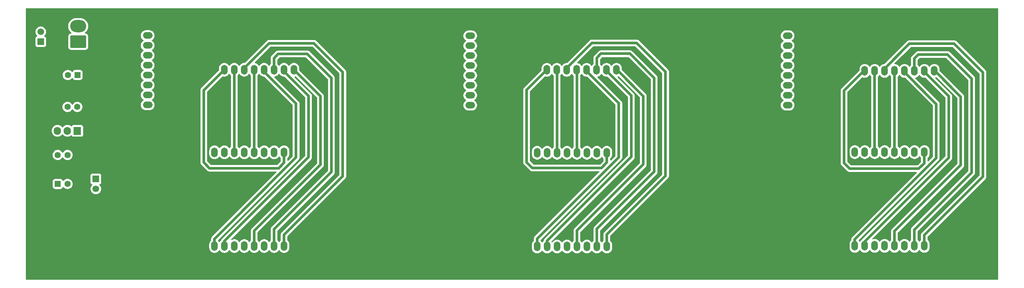
<source format=gbr>
%TF.GenerationSoftware,KiCad,Pcbnew,9.0.2*%
%TF.CreationDate,2025-11-02T19:16:00-03:00*%
%TF.ProjectId,ModuLED_inicial,4d6f6475-4c45-4445-9f69-6e696369616c,rev?*%
%TF.SameCoordinates,Original*%
%TF.FileFunction,Copper,L1,Top*%
%TF.FilePolarity,Positive*%
%FSLAX46Y46*%
G04 Gerber Fmt 4.6, Leading zero omitted, Abs format (unit mm)*
G04 Created by KiCad (PCBNEW 9.0.2) date 2025-11-02 19:16:00*
%MOMM*%
%LPD*%
G01*
G04 APERTURE LIST*
G04 Aperture macros list*
%AMRoundRect*
0 Rectangle with rounded corners*
0 $1 Rounding radius*
0 $2 $3 $4 $5 $6 $7 $8 $9 X,Y pos of 4 corners*
0 Add a 4 corners polygon primitive as box body*
4,1,4,$2,$3,$4,$5,$6,$7,$8,$9,$2,$3,0*
0 Add four circle primitives for the rounded corners*
1,1,$1+$1,$2,$3*
1,1,$1+$1,$4,$5*
1,1,$1+$1,$6,$7*
1,1,$1+$1,$8,$9*
0 Add four rect primitives between the rounded corners*
20,1,$1+$1,$2,$3,$4,$5,0*
20,1,$1+$1,$4,$5,$6,$7,0*
20,1,$1+$1,$6,$7,$8,$9,0*
20,1,$1+$1,$8,$9,$2,$3,0*%
G04 Aperture macros list end*
%TA.AperFunction,ComponentPad*%
%ADD10RoundRect,0.250000X-0.550000X-0.550000X0.550000X-0.550000X0.550000X0.550000X-0.550000X0.550000X0*%
%TD*%
%TA.AperFunction,ComponentPad*%
%ADD11C,1.600000*%
%TD*%
%TA.AperFunction,ComponentPad*%
%ADD12RoundRect,0.250000X0.550000X0.550000X-0.550000X0.550000X-0.550000X-0.550000X0.550000X-0.550000X0*%
%TD*%
%TA.AperFunction,ComponentPad*%
%ADD13R,1.905000X2.000000*%
%TD*%
%TA.AperFunction,ComponentPad*%
%ADD14O,1.905000X2.000000*%
%TD*%
%TA.AperFunction,ComponentPad*%
%ADD15R,1.700000X1.700000*%
%TD*%
%TA.AperFunction,ComponentPad*%
%ADD16C,1.700000*%
%TD*%
%TA.AperFunction,ComponentPad*%
%ADD17RoundRect,0.250000X1.800000X-1.330000X1.800000X1.330000X-1.800000X1.330000X-1.800000X-1.330000X0*%
%TD*%
%TA.AperFunction,ComponentPad*%
%ADD18O,4.100000X3.160000*%
%TD*%
%TA.AperFunction,ComponentPad*%
%ADD19O,1.700000X2.500000*%
%TD*%
%TA.AperFunction,ComponentPad*%
%ADD20O,2.500000X1.700000*%
%TD*%
%TA.AperFunction,Conductor*%
%ADD21C,0.700000*%
%TD*%
G04 APERTURE END LIST*
D10*
%TO.P,C4,1*%
%TO.N,+5V*%
X34813749Y-71628000D03*
D11*
%TO.P,C4,2*%
%TO.N,GND*%
X37313749Y-71628000D03*
%TD*%
D12*
%TO.P,100uF1,1*%
%TO.N,VCC*%
X39878000Y-43738800D03*
D11*
%TO.P,100uF1,2*%
%TO.N,GND*%
X37378000Y-43738800D03*
%TD*%
D13*
%TO.P,U4,1,VI*%
%TO.N,VCC*%
X39827200Y-58028800D03*
D14*
%TO.P,U4,2,GND*%
%TO.N,GND*%
X37287200Y-58028800D03*
%TO.P,U4,3,VO*%
%TO.N,+5V*%
X34747200Y-58028800D03*
%TD*%
D15*
%TO.P,Pines_para_Arduino1,1,Pin_1*%
%TO.N,VCC*%
X30480000Y-35209400D03*
D16*
%TO.P,Pines_para_Arduino1,2,Pin_2*%
%TO.N,GND*%
X30480000Y-32669400D03*
%TD*%
D17*
%TO.P,J2,1,Pin_1*%
%TO.N,VCC*%
X40030400Y-35204400D03*
D18*
%TO.P,J2,2,Pin_2*%
%TO.N,GND*%
X40030400Y-31244400D03*
%TD*%
D15*
%TO.P,J1,1,Pin_1*%
%TO.N,+5V*%
X44551600Y-70358000D03*
D16*
%TO.P,J1,2,Pin_2*%
%TO.N,GND*%
X44551600Y-72898000D03*
%TD*%
D11*
%TO.P,C2,1*%
%TO.N,+5V*%
X34818000Y-64211200D03*
%TO.P,C2,2*%
%TO.N,GND*%
X37318000Y-64211200D03*
%TD*%
%TO.P,C1,1*%
%TO.N,GND*%
X37307200Y-51917600D03*
%TO.P,C1,2*%
%TO.N,VCC*%
X39807200Y-51917600D03*
%TD*%
D19*
%TO.P,U1,16,R8*%
%TO.N,Colum_7_M1*%
X74865100Y-63528400D03*
%TO.P,U1,15,R7*%
%TO.N,Colum_6_M1*%
X77405100Y-63528400D03*
%TO.P,U1,14,C7*%
%TO.N,Fil_1_M1*%
X79945100Y-63528400D03*
%TO.P,U1,13,R1*%
%TO.N,Colum_0_M1*%
X82485100Y-63528400D03*
%TO.P,U1,12,C5*%
%TO.N,Fil_3_M1*%
X85025100Y-63528400D03*
%TO.P,U1,11,R6*%
%TO.N,Colum_5_M1*%
X87565100Y-63528400D03*
%TO.P,U1,10,R4*%
%TO.N,Colum_3_M1*%
X90105100Y-63528400D03*
%TO.P,U1,9,C8*%
%TO.N,Fil_0_M1*%
X92645100Y-63528400D03*
%TO.P,U1,8,C6*%
%TO.N,Fil_2_M1*%
X92645100Y-87528400D03*
%TO.P,U1,7,C3*%
%TO.N,Fil_5_M1*%
X90105100Y-87528400D03*
%TO.P,U1,6,R5*%
%TO.N,Colum_4_M1*%
X87565100Y-87528400D03*
%TO.P,U1,5,C1*%
%TO.N,Fil_7_M1*%
X85025100Y-87528400D03*
%TO.P,U1,4,R3*%
%TO.N,Colum_2_M1*%
X82485100Y-87528400D03*
%TO.P,U1,3,R2*%
%TO.N,Colum_1_M1*%
X79945100Y-87528400D03*
%TO.P,U1,2,C2*%
%TO.N,Fil_6_M1*%
X77405100Y-87528400D03*
%TO.P,U1,1,C4*%
%TO.N,Fil_4_M1*%
X74865100Y-87528400D03*
%TD*%
D20*
%TO.P,Columnas1,1,Pin_1*%
%TO.N,Colum_7_M1*%
X57784600Y-33629600D03*
%TO.P,Columnas1,2,Pin_2*%
%TO.N,Colum_6_M1*%
X57784600Y-36169600D03*
%TO.P,Columnas1,3,Pin_3*%
%TO.N,Colum_5_M1*%
X57784600Y-38709600D03*
%TO.P,Columnas1,4,Pin_4*%
%TO.N,Colum_4_M1*%
X57784600Y-41249600D03*
%TO.P,Columnas1,5,Pin_5*%
%TO.N,Colum_3_M1*%
X57784600Y-43789600D03*
%TO.P,Columnas1,6,Pin_6*%
%TO.N,Colum_2_M1*%
X57784600Y-46329600D03*
%TO.P,Columnas1,7,Pin_7*%
%TO.N,Colum_1_M1*%
X57784600Y-48869600D03*
%TO.P,Columnas1,8,Pin_8*%
%TO.N,Colum_0_M1*%
X57784600Y-51409600D03*
%TD*%
D19*
%TO.P,Filas1,1,Pin_1*%
%TO.N,Fil_7_M1*%
X95148400Y-42392200D03*
%TO.P,Filas1,2,Pin_2*%
%TO.N,Fil_6_M1*%
X92608400Y-42392200D03*
%TO.P,Filas1,3,Pin_3*%
%TO.N,Fil_5_M1*%
X90068400Y-42392200D03*
%TO.P,Filas1,4,Pin_4*%
%TO.N,Fil_4_M1*%
X87528400Y-42392200D03*
%TO.P,Filas1,5,Pin_5*%
%TO.N,Fil_3_M1*%
X84988400Y-42392200D03*
%TO.P,Filas1,6,Pin_6*%
%TO.N,Fil_2_M1*%
X82448400Y-42392200D03*
%TO.P,Filas1,7,Pin_7*%
%TO.N,Fil_1_M1*%
X79908400Y-42392200D03*
%TO.P,Filas1,8,Pin_8*%
%TO.N,Fil_0_M1*%
X77368400Y-42392200D03*
%TD*%
D20*
%TO.P,Columnas2,8,Pin_8*%
%TO.N,Colum_0_M2*%
X140189650Y-51478750D03*
%TO.P,Columnas2,7,Pin_7*%
%TO.N,Colum_1_M2*%
X140189650Y-48938750D03*
%TO.P,Columnas2,6,Pin_6*%
%TO.N,Colum_2_M2*%
X140189650Y-46398750D03*
%TO.P,Columnas2,5,Pin_5*%
%TO.N,Colum_3_M2*%
X140189650Y-43858750D03*
%TO.P,Columnas2,4,Pin_4*%
%TO.N,Colum_4_M2*%
X140189650Y-41318750D03*
%TO.P,Columnas2,3,Pin_3*%
%TO.N,Colum_5_M2*%
X140189650Y-38778750D03*
%TO.P,Columnas2,2,Pin_2*%
%TO.N,Colum_6_M2*%
X140189650Y-36238750D03*
%TO.P,Columnas2,1,Pin_1*%
%TO.N,Colum_7_M2*%
X140189650Y-33698750D03*
%TD*%
D19*
%TO.P,U2,8,C6*%
%TO.N,Fil_2_M2*%
X175089250Y-87648350D03*
%TO.P,U2,7,C3*%
%TO.N,Fil_5_M2*%
X172549250Y-87648350D03*
%TO.P,U2,6,R5*%
%TO.N,Colum_4_M2*%
X170009250Y-87648350D03*
%TO.P,U2,5,C1*%
%TO.N,Fil_7_M2*%
X167469250Y-87648350D03*
%TO.P,U2,4,R3*%
%TO.N,Colum_2_M2*%
X164929250Y-87648350D03*
%TO.P,U2,3,R2*%
%TO.N,Colum_1_M2*%
X162389250Y-87648350D03*
%TO.P,U2,2,C2*%
%TO.N,Fil_6_M2*%
X159849250Y-87648350D03*
%TO.P,U2,1,C4*%
%TO.N,Fil_4_M2*%
X157309250Y-87648350D03*
%TO.P,U2,16,R8*%
%TO.N,Colum_7_M2*%
X157309250Y-63648350D03*
%TO.P,U2,15,R7*%
%TO.N,Colum_6_M2*%
X159849250Y-63648350D03*
%TO.P,U2,14,C7*%
%TO.N,Fil_1_M2*%
X162389250Y-63648350D03*
%TO.P,U2,13,R1*%
%TO.N,Colum_0_M2*%
X164929250Y-63648350D03*
%TO.P,U2,12,C5*%
%TO.N,Fil_3_M2*%
X167469250Y-63648350D03*
%TO.P,U2,11,R6*%
%TO.N,Colum_5_M2*%
X170009250Y-63648350D03*
%TO.P,U2,10,R4*%
%TO.N,Colum_3_M2*%
X172549250Y-63648350D03*
%TO.P,U2,9,C8*%
%TO.N,Fil_0_M2*%
X175089250Y-63648350D03*
%TD*%
%TO.P,Filas2,8,Pin_8*%
%TO.N,Fil_0_M2*%
X159783450Y-42410550D03*
%TO.P,Filas2,7,Pin_7*%
%TO.N,Fil_1_M2*%
X162323450Y-42410550D03*
%TO.P,Filas2,6,Pin_6*%
%TO.N,Fil_2_M2*%
X164863450Y-42410550D03*
%TO.P,Filas2,5,Pin_5*%
%TO.N,Fil_3_M2*%
X167403450Y-42410550D03*
%TO.P,Filas2,4,Pin_4*%
%TO.N,Fil_4_M2*%
X169943450Y-42410550D03*
%TO.P,Filas2,3,Pin_3*%
%TO.N,Fil_5_M2*%
X172483450Y-42410550D03*
%TO.P,Filas2,2,Pin_2*%
%TO.N,Fil_6_M2*%
X175023450Y-42410550D03*
%TO.P,Filas2,1,Pin_1*%
%TO.N,Fil_7_M2*%
X177563450Y-42410550D03*
%TD*%
D20*
%TO.P,Columnas3,8,Pin_8*%
%TO.N,Colum_0_M3*%
X221284800Y-51460400D03*
%TO.P,Columnas3,7,Pin_7*%
%TO.N,Colum_1_M3*%
X221284800Y-48920400D03*
%TO.P,Columnas3,6,Pin_6*%
%TO.N,Colum_2_M3*%
X221284800Y-46380400D03*
%TO.P,Columnas3,5,Pin_5*%
%TO.N,Colum_3_M3*%
X221284800Y-43840400D03*
%TO.P,Columnas3,4,Pin_4*%
%TO.N,Colum_4_M3*%
X221284800Y-41300400D03*
%TO.P,Columnas3,3,Pin_3*%
%TO.N,Colum_5_M3*%
X221284800Y-38760400D03*
%TO.P,Columnas3,2,Pin_2*%
%TO.N,Colum_6_M3*%
X221284800Y-36220400D03*
%TO.P,Columnas3,1,Pin_1*%
%TO.N,Colum_7_M3*%
X221284800Y-33680400D03*
%TD*%
D19*
%TO.P,U3,9,C8*%
%TO.N,Fil_0_M3*%
X256235200Y-63477600D03*
%TO.P,U3,10,R4*%
%TO.N,Colum_3_M3*%
X253695200Y-63477600D03*
%TO.P,U3,11,R6*%
%TO.N,Colum_5_M3*%
X251155200Y-63477600D03*
%TO.P,U3,12,C5*%
%TO.N,Fil_3_M3*%
X248615200Y-63477600D03*
%TO.P,U3,13,R1*%
%TO.N,Colum_0_M3*%
X246075200Y-63477600D03*
%TO.P,U3,14,C7*%
%TO.N,Fil_1_M3*%
X243535200Y-63477600D03*
%TO.P,U3,15,R7*%
%TO.N,Colum_6_M3*%
X240995200Y-63477600D03*
%TO.P,U3,16,R8*%
%TO.N,Colum_7_M3*%
X238455200Y-63477600D03*
%TO.P,U3,1,C4*%
%TO.N,Fil_4_M3*%
X238455200Y-87477600D03*
%TO.P,U3,2,C2*%
%TO.N,Fil_6_M3*%
X240995200Y-87477600D03*
%TO.P,U3,3,R2*%
%TO.N,Colum_1_M3*%
X243535200Y-87477600D03*
%TO.P,U3,4,R3*%
%TO.N,Colum_2_M3*%
X246075200Y-87477600D03*
%TO.P,U3,5,C1*%
%TO.N,Fil_7_M3*%
X248615200Y-87477600D03*
%TO.P,U3,6,R5*%
%TO.N,Colum_4_M3*%
X251155200Y-87477600D03*
%TO.P,U3,7,C3*%
%TO.N,Fil_5_M3*%
X253695200Y-87477600D03*
%TO.P,U3,8,C6*%
%TO.N,Fil_2_M3*%
X256235200Y-87477600D03*
%TD*%
%TO.P,Filas3,8,Pin_8*%
%TO.N,Fil_0_M3*%
X240995200Y-42672000D03*
%TO.P,Filas3,7,Pin_7*%
%TO.N,Fil_1_M3*%
X243535200Y-42672000D03*
%TO.P,Filas3,6,Pin_6*%
%TO.N,Fil_2_M3*%
X246075200Y-42672000D03*
%TO.P,Filas3,5,Pin_5*%
%TO.N,Fil_3_M3*%
X248615200Y-42672000D03*
%TO.P,Filas3,4,Pin_4*%
%TO.N,Fil_4_M3*%
X251155200Y-42672000D03*
%TO.P,Filas3,3,Pin_3*%
%TO.N,Fil_5_M3*%
X253695200Y-42672000D03*
%TO.P,Filas3,2,Pin_2*%
%TO.N,Fil_6_M3*%
X256235200Y-42672000D03*
%TO.P,Filas3,1,Pin_1*%
%TO.N,Fil_7_M3*%
X258775200Y-42672000D03*
%TD*%
D21*
%TO.N,Fil_4_M1*%
X87528400Y-42392200D02*
X87528400Y-42875200D01*
%TO.N,Fil_7_M1*%
X95148400Y-42392200D02*
X101955600Y-49199400D01*
%TO.N,Fil_3_M1*%
X84988400Y-42392200D02*
X84988400Y-63491700D01*
%TO.N,Fil_4_M1*%
X74865100Y-85713700D02*
X74865100Y-87528400D01*
X95707200Y-64871600D02*
X74865100Y-85713700D01*
%TO.N,Fil_7_M1*%
X101955600Y-49199400D02*
X101955600Y-66700400D01*
X101955600Y-66700400D02*
X85025100Y-83630900D01*
%TO.N,Fil_4_M1*%
X87528400Y-42875200D02*
X95707200Y-51054000D01*
%TO.N,Fil_3_M1*%
X84988400Y-63491700D02*
X85025100Y-63528400D01*
%TO.N,Fil_7_M1*%
X85025100Y-83630900D02*
X85025100Y-87528400D01*
%TO.N,Fil_4_M1*%
X95707200Y-51054000D02*
X95707200Y-64871600D01*
%TO.N,Fil_5_M1*%
X98552000Y-38354000D02*
X104749600Y-44551600D01*
%TO.N,Fil_2_M1*%
X100279200Y-35610800D02*
X107645200Y-42976800D01*
%TO.N,Fil_0_M1*%
X77368400Y-42392200D02*
X72136000Y-47624600D01*
X72136000Y-66141600D02*
X73609200Y-67614800D01*
%TO.N,Fil_5_M1*%
X91135200Y-38354000D02*
X98552000Y-38354000D01*
X90068400Y-39420800D02*
X91135200Y-38354000D01*
%TO.N,Fil_0_M1*%
X73609200Y-67614800D02*
X91236800Y-67614800D01*
X72136000Y-47624600D02*
X72136000Y-66141600D01*
X92645100Y-66206500D02*
X92645100Y-63528400D01*
%TO.N,Fil_5_M1*%
X104749600Y-68580000D02*
X90105100Y-83224500D01*
%TO.N,Fil_2_M1*%
X107645200Y-42976800D02*
X107645200Y-69646800D01*
X107645200Y-69646800D02*
X92645100Y-84646900D01*
X82448400Y-41992200D02*
X88829800Y-35610800D01*
X88829800Y-35610800D02*
X100279200Y-35610800D01*
X92645100Y-84646900D02*
X92645100Y-87528400D01*
%TO.N,Fil_5_M1*%
X90068400Y-42392200D02*
X90068400Y-39420800D01*
%TO.N,Fil_2_M1*%
X82448400Y-42392200D02*
X82448400Y-41992200D01*
%TO.N,Fil_5_M1*%
X90105100Y-83224500D02*
X90105100Y-87528400D01*
X104749600Y-44551600D02*
X104749600Y-68580000D01*
%TO.N,Fil_0_M1*%
X91236800Y-67614800D02*
X92645100Y-66206500D01*
%TO.N,Fil_1_M1*%
X79908400Y-63491700D02*
X79945100Y-63528400D01*
%TO.N,Fil_6_M1*%
X98907600Y-49091400D02*
X98907600Y-64770000D01*
X92608400Y-42392200D02*
X92608400Y-42792200D01*
%TO.N,Fil_1_M1*%
X79908400Y-42392200D02*
X79908400Y-63491700D01*
%TO.N,Fil_6_M1*%
X92608400Y-42792200D02*
X98907600Y-49091400D01*
X98907600Y-64770000D02*
X77405100Y-86272500D01*
X77405100Y-86272500D02*
X77405100Y-87528400D01*
%TO.N,Fil_0_M2*%
X154598500Y-47559700D02*
X154598500Y-66076700D01*
X154598500Y-66076700D02*
X156071700Y-67549900D01*
X159830900Y-42327300D02*
X154598500Y-47559700D01*
%TO.N,Fil_4_M2*%
X157327600Y-85648800D02*
X157327600Y-87463500D01*
%TO.N,Fil_6_M2*%
X159867600Y-86207600D02*
X159867600Y-87463500D01*
%TO.N,Fil_1_M2*%
X162370900Y-42327300D02*
X162370900Y-63426800D01*
X162370900Y-63426800D02*
X162407600Y-63463500D01*
%TO.N,Fil_0_M2*%
X156071700Y-67549900D02*
X173699300Y-67549900D01*
%TO.N,Fil_2_M2*%
X164910900Y-42327300D02*
X164910900Y-41927300D01*
%TO.N,Fil_3_M2*%
X167450900Y-42327300D02*
X167450900Y-63426800D01*
X167450900Y-63426800D02*
X167487600Y-63463500D01*
%TO.N,Fil_7_M2*%
X167487600Y-83566000D02*
X167487600Y-87463500D01*
%TO.N,Fil_4_M2*%
X178169700Y-64806700D02*
X157327600Y-85648800D01*
%TO.N,Fil_2_M2*%
X164910900Y-41927300D02*
X171292300Y-35545900D01*
%TO.N,Fil_4_M2*%
X169990900Y-42327300D02*
X169990900Y-42810300D01*
%TO.N,Fil_6_M2*%
X181370100Y-64705100D02*
X159867600Y-86207600D01*
%TO.N,Fil_5_M2*%
X172530900Y-42327300D02*
X172530900Y-39355900D01*
X172567600Y-83159600D02*
X172567600Y-87463500D01*
X172530900Y-39355900D02*
X173597700Y-38289100D01*
%TO.N,Fil_4_M2*%
X169990900Y-42810300D02*
X178169700Y-50989100D01*
%TO.N,Fil_0_M2*%
X173699300Y-67549900D02*
X175107600Y-66141600D01*
%TO.N,Fil_6_M2*%
X175070900Y-42327300D02*
X175070900Y-42727300D01*
%TO.N,Fil_0_M2*%
X175107600Y-66141600D02*
X175107600Y-63463500D01*
%TO.N,Fil_2_M2*%
X175107600Y-84582000D02*
X175107600Y-87463500D01*
%TO.N,Fil_7_M2*%
X184418100Y-66635500D02*
X167487600Y-83566000D01*
%TO.N,Fil_2_M2*%
X171292300Y-35545900D02*
X182741700Y-35545900D01*
%TO.N,Fil_5_M2*%
X173597700Y-38289100D02*
X181014500Y-38289100D01*
%TO.N,Fil_4_M2*%
X178169700Y-50989100D02*
X178169700Y-64806700D01*
%TO.N,Fil_6_M2*%
X175070900Y-42727300D02*
X181370100Y-49026500D01*
%TO.N,Fil_5_M2*%
X187212100Y-68515100D02*
X172567600Y-83159600D01*
%TO.N,Fil_7_M2*%
X177610900Y-42327300D02*
X184418100Y-49134500D01*
%TO.N,Fil_6_M2*%
X181370100Y-49026500D02*
X181370100Y-64705100D01*
%TO.N,Fil_2_M2*%
X190107700Y-69581900D02*
X175107600Y-84582000D01*
%TO.N,Fil_5_M2*%
X181014500Y-38289100D02*
X187212100Y-44486700D01*
%TO.N,Fil_7_M2*%
X184418100Y-49134500D02*
X184418100Y-66635500D01*
%TO.N,Fil_2_M2*%
X182741700Y-35545900D02*
X190107700Y-42911900D01*
%TO.N,Fil_5_M2*%
X187212100Y-44486700D02*
X187212100Y-68515100D01*
%TO.N,Fil_2_M2*%
X190107700Y-42911900D02*
X190107700Y-69581900D01*
%TO.N,Fil_0_M3*%
X235693650Y-47744550D02*
X235693650Y-66261550D01*
X235693650Y-66261550D02*
X237166850Y-67734750D01*
X240926050Y-42512150D02*
X235693650Y-47744550D01*
%TO.N,Fil_4_M3*%
X238422750Y-85833650D02*
X238422750Y-87648350D01*
%TO.N,Fil_6_M3*%
X240962750Y-86392450D02*
X240962750Y-87648350D01*
%TO.N,Fil_1_M3*%
X243466050Y-42512150D02*
X243466050Y-63611650D01*
X243466050Y-63611650D02*
X243502750Y-63648350D01*
%TO.N,Fil_0_M3*%
X237166850Y-67734750D02*
X254794450Y-67734750D01*
%TO.N,Fil_2_M3*%
X246006050Y-42512150D02*
X246006050Y-42112150D01*
%TO.N,Fil_3_M3*%
X248546050Y-42512150D02*
X248546050Y-63611650D01*
X248546050Y-63611650D02*
X248582750Y-63648350D01*
%TO.N,Fil_7_M3*%
X248582750Y-83750850D02*
X248582750Y-87648350D01*
%TO.N,Fil_4_M3*%
X259264850Y-64991550D02*
X238422750Y-85833650D01*
%TO.N,Fil_2_M3*%
X246006050Y-42112150D02*
X252387450Y-35730750D01*
%TO.N,Fil_4_M3*%
X251086050Y-42512150D02*
X251086050Y-42995150D01*
%TO.N,Fil_6_M3*%
X262465250Y-64889950D02*
X240962750Y-86392450D01*
%TO.N,Fil_5_M3*%
X253626050Y-42512150D02*
X253626050Y-39540750D01*
X253662750Y-83344450D02*
X253662750Y-87648350D01*
X253626050Y-39540750D02*
X254692850Y-38473950D01*
%TO.N,Fil_4_M3*%
X251086050Y-42995150D02*
X259264850Y-51173950D01*
%TO.N,Fil_0_M3*%
X254794450Y-67734750D02*
X256202750Y-66326450D01*
%TO.N,Fil_6_M3*%
X256166050Y-42512150D02*
X256166050Y-42912150D01*
%TO.N,Fil_0_M3*%
X256202750Y-66326450D02*
X256202750Y-63648350D01*
%TO.N,Fil_2_M3*%
X256202750Y-84766850D02*
X256202750Y-87648350D01*
%TO.N,Fil_7_M3*%
X265513250Y-66820350D02*
X248582750Y-83750850D01*
%TO.N,Fil_2_M3*%
X252387450Y-35730750D02*
X263836850Y-35730750D01*
%TO.N,Fil_5_M3*%
X254692850Y-38473950D02*
X262109650Y-38473950D01*
%TO.N,Fil_4_M3*%
X259264850Y-51173950D02*
X259264850Y-64991550D01*
%TO.N,Fil_6_M3*%
X256166050Y-42912150D02*
X262465250Y-49211350D01*
%TO.N,Fil_5_M3*%
X268307250Y-68699950D02*
X253662750Y-83344450D01*
%TO.N,Fil_7_M3*%
X258706050Y-42512150D02*
X265513250Y-49319350D01*
%TO.N,Fil_6_M3*%
X262465250Y-49211350D02*
X262465250Y-64889950D01*
%TO.N,Fil_2_M3*%
X271202850Y-69766750D02*
X256202750Y-84766850D01*
%TO.N,Fil_5_M3*%
X262109650Y-38473950D02*
X268307250Y-44671550D01*
%TO.N,Fil_7_M3*%
X265513250Y-49319350D02*
X265513250Y-66820350D01*
%TO.N,Fil_2_M3*%
X263836850Y-35730750D02*
X271202850Y-43096750D01*
%TO.N,Fil_5_M3*%
X268307250Y-44671550D02*
X268307250Y-68699950D01*
%TO.N,Fil_2_M3*%
X271202850Y-43096750D02*
X271202850Y-69766750D01*
%TD*%
%TA.AperFunction,NonConductor*%
G36*
X275032539Y-26631385D02*
G01*
X275078294Y-26684189D01*
X275089500Y-26735700D01*
X275089500Y-96047900D01*
X275069815Y-96114939D01*
X275017011Y-96160694D01*
X274965500Y-96171900D01*
X26761100Y-96171900D01*
X26694061Y-96152215D01*
X26648306Y-96099411D01*
X26637100Y-96047900D01*
X26637100Y-71027983D01*
X33513249Y-71027983D01*
X33513249Y-72228001D01*
X33513250Y-72228018D01*
X33523749Y-72330796D01*
X33523750Y-72330799D01*
X33553096Y-72419358D01*
X33578935Y-72497334D01*
X33671037Y-72646656D01*
X33795093Y-72770712D01*
X33944415Y-72862814D01*
X34110952Y-72917999D01*
X34213740Y-72928500D01*
X35413757Y-72928499D01*
X35516546Y-72917999D01*
X35683083Y-72862814D01*
X35832405Y-72770712D01*
X35956461Y-72646656D01*
X36048563Y-72497334D01*
X36063175Y-72453237D01*
X36102944Y-72395796D01*
X36167460Y-72368972D01*
X36236236Y-72381286D01*
X36281197Y-72419358D01*
X36321781Y-72475217D01*
X36466535Y-72619971D01*
X36621498Y-72732556D01*
X36632139Y-72740287D01*
X36733068Y-72791713D01*
X36814525Y-72833218D01*
X36814527Y-72833218D01*
X36814530Y-72833220D01*
X36905605Y-72862812D01*
X37009214Y-72896477D01*
X37110306Y-72912488D01*
X37211397Y-72928500D01*
X37211398Y-72928500D01*
X37416100Y-72928500D01*
X37416101Y-72928500D01*
X37618283Y-72896477D01*
X37812968Y-72833220D01*
X37995359Y-72740287D01*
X38124231Y-72646657D01*
X38160962Y-72619971D01*
X38160964Y-72619968D01*
X38160968Y-72619966D01*
X38305715Y-72475219D01*
X38305717Y-72475215D01*
X38305720Y-72475213D01*
X38375194Y-72379588D01*
X38426036Y-72309610D01*
X38518969Y-72127219D01*
X38582226Y-71932534D01*
X38614249Y-71730352D01*
X38614249Y-71525648D01*
X38582226Y-71323466D01*
X38518969Y-71128781D01*
X38518967Y-71128778D01*
X38518967Y-71128776D01*
X38467614Y-71027991D01*
X38426036Y-70946390D01*
X38377298Y-70879307D01*
X38305720Y-70780786D01*
X38160962Y-70636028D01*
X37995362Y-70515715D01*
X37995361Y-70515714D01*
X37995359Y-70515713D01*
X37935647Y-70485288D01*
X37812972Y-70422781D01*
X37618283Y-70359522D01*
X37443744Y-70331878D01*
X37416101Y-70327500D01*
X37211397Y-70327500D01*
X37187078Y-70331351D01*
X37009214Y-70359522D01*
X36814525Y-70422781D01*
X36632135Y-70515715D01*
X36466535Y-70636028D01*
X36321781Y-70780782D01*
X36321780Y-70780784D01*
X36281196Y-70836642D01*
X36225866Y-70879307D01*
X36156252Y-70885285D01*
X36094458Y-70852678D01*
X36063174Y-70802760D01*
X36048563Y-70758666D01*
X35956461Y-70609344D01*
X35832405Y-70485288D01*
X35683083Y-70393186D01*
X35516546Y-70338001D01*
X35516544Y-70338000D01*
X35413759Y-70327500D01*
X34213747Y-70327500D01*
X34213730Y-70327501D01*
X34110952Y-70338000D01*
X34110949Y-70338001D01*
X33944417Y-70393185D01*
X33944412Y-70393187D01*
X33795091Y-70485289D01*
X33671038Y-70609342D01*
X33578936Y-70758663D01*
X33578934Y-70758668D01*
X33571607Y-70780781D01*
X33523750Y-70925203D01*
X33523750Y-70925204D01*
X33523749Y-70925204D01*
X33513249Y-71027983D01*
X26637100Y-71027983D01*
X26637100Y-69460135D01*
X43201100Y-69460135D01*
X43201100Y-71255870D01*
X43201101Y-71255876D01*
X43207508Y-71315483D01*
X43257802Y-71450328D01*
X43257806Y-71450335D01*
X43344052Y-71565544D01*
X43344055Y-71565547D01*
X43459264Y-71651793D01*
X43459271Y-71651797D01*
X43590682Y-71700810D01*
X43646616Y-71742681D01*
X43671033Y-71808145D01*
X43656182Y-71876418D01*
X43635031Y-71904673D01*
X43521489Y-72018215D01*
X43396551Y-72190179D01*
X43300044Y-72379585D01*
X43234353Y-72581760D01*
X43201100Y-72791713D01*
X43201100Y-73004286D01*
X43234353Y-73214239D01*
X43300044Y-73416414D01*
X43396551Y-73605820D01*
X43521490Y-73777786D01*
X43671813Y-73928109D01*
X43843779Y-74053048D01*
X43843781Y-74053049D01*
X43843784Y-74053051D01*
X44033188Y-74149557D01*
X44235357Y-74215246D01*
X44445313Y-74248500D01*
X44445314Y-74248500D01*
X44657886Y-74248500D01*
X44657887Y-74248500D01*
X44867843Y-74215246D01*
X45070012Y-74149557D01*
X45259416Y-74053051D01*
X45281389Y-74037086D01*
X45431386Y-73928109D01*
X45431388Y-73928106D01*
X45431392Y-73928104D01*
X45581704Y-73777792D01*
X45581706Y-73777788D01*
X45581709Y-73777786D01*
X45706648Y-73605820D01*
X45706647Y-73605820D01*
X45706651Y-73605816D01*
X45803157Y-73416412D01*
X45868846Y-73214243D01*
X45902100Y-73004287D01*
X45902100Y-72791713D01*
X45868846Y-72581757D01*
X45803157Y-72379588D01*
X45706651Y-72190184D01*
X45706649Y-72190181D01*
X45706648Y-72190179D01*
X45581709Y-72018213D01*
X45468169Y-71904673D01*
X45434684Y-71843350D01*
X45439668Y-71773658D01*
X45481540Y-71717725D01*
X45512515Y-71700810D01*
X45643931Y-71651796D01*
X45759146Y-71565546D01*
X45845396Y-71450331D01*
X45895691Y-71315483D01*
X45902100Y-71255873D01*
X45902099Y-69460128D01*
X45895691Y-69400517D01*
X45856153Y-69294511D01*
X45845397Y-69265671D01*
X45845393Y-69265664D01*
X45759147Y-69150455D01*
X45759144Y-69150452D01*
X45643935Y-69064206D01*
X45643928Y-69064202D01*
X45509082Y-69013908D01*
X45509083Y-69013908D01*
X45449483Y-69007501D01*
X45449481Y-69007500D01*
X45449473Y-69007500D01*
X45449464Y-69007500D01*
X43653729Y-69007500D01*
X43653723Y-69007501D01*
X43594116Y-69013908D01*
X43459271Y-69064202D01*
X43459264Y-69064206D01*
X43344055Y-69150452D01*
X43344052Y-69150455D01*
X43257806Y-69265664D01*
X43257802Y-69265671D01*
X43207508Y-69400517D01*
X43204324Y-69430137D01*
X43201101Y-69460123D01*
X43201100Y-69460135D01*
X26637100Y-69460135D01*
X26637100Y-64108848D01*
X33517500Y-64108848D01*
X33517500Y-64313551D01*
X33549522Y-64515734D01*
X33612781Y-64710423D01*
X33662595Y-64808186D01*
X33704521Y-64890471D01*
X33705715Y-64892813D01*
X33826028Y-65058413D01*
X33970786Y-65203171D01*
X34120802Y-65312162D01*
X34136390Y-65323487D01*
X34252607Y-65382703D01*
X34318776Y-65416418D01*
X34318778Y-65416418D01*
X34318781Y-65416420D01*
X34423137Y-65450327D01*
X34513465Y-65479677D01*
X34614557Y-65495688D01*
X34715648Y-65511700D01*
X34715649Y-65511700D01*
X34920351Y-65511700D01*
X34920352Y-65511700D01*
X35122534Y-65479677D01*
X35317219Y-65416420D01*
X35499610Y-65323487D01*
X35615021Y-65239637D01*
X35665213Y-65203171D01*
X35665215Y-65203168D01*
X35665219Y-65203166D01*
X35809966Y-65058419D01*
X35809968Y-65058415D01*
X35809971Y-65058413D01*
X35884837Y-64955367D01*
X35930287Y-64892810D01*
X35957515Y-64839371D01*
X36005490Y-64788576D01*
X36073311Y-64771781D01*
X36139446Y-64794318D01*
X36178484Y-64839371D01*
X36204521Y-64890471D01*
X36205715Y-64892813D01*
X36326028Y-65058413D01*
X36470786Y-65203171D01*
X36620802Y-65312162D01*
X36636390Y-65323487D01*
X36752607Y-65382703D01*
X36818776Y-65416418D01*
X36818778Y-65416418D01*
X36818781Y-65416420D01*
X36923137Y-65450327D01*
X37013465Y-65479677D01*
X37114557Y-65495688D01*
X37215648Y-65511700D01*
X37215649Y-65511700D01*
X37420351Y-65511700D01*
X37420352Y-65511700D01*
X37622534Y-65479677D01*
X37817219Y-65416420D01*
X37999610Y-65323487D01*
X38115021Y-65239637D01*
X38165213Y-65203171D01*
X38165215Y-65203168D01*
X38165219Y-65203166D01*
X38309966Y-65058419D01*
X38309968Y-65058415D01*
X38309971Y-65058413D01*
X38384837Y-64955367D01*
X38430287Y-64892810D01*
X38523220Y-64710419D01*
X38586477Y-64515734D01*
X38618500Y-64313552D01*
X38618500Y-64108848D01*
X38586477Y-63906666D01*
X38523220Y-63711981D01*
X38523218Y-63711978D01*
X38523218Y-63711976D01*
X38457515Y-63583028D01*
X38430287Y-63529590D01*
X38422556Y-63518949D01*
X38309971Y-63363986D01*
X38165213Y-63219228D01*
X37999613Y-63098915D01*
X37999612Y-63098914D01*
X37999610Y-63098913D01*
X37942653Y-63069891D01*
X37817223Y-63005981D01*
X37622534Y-62942722D01*
X37447995Y-62915078D01*
X37420352Y-62910700D01*
X37215648Y-62910700D01*
X37191329Y-62914551D01*
X37013465Y-62942722D01*
X36818776Y-63005981D01*
X36636386Y-63098915D01*
X36470786Y-63219228D01*
X36326028Y-63363986D01*
X36205713Y-63529588D01*
X36178484Y-63583028D01*
X36130510Y-63633823D01*
X36062688Y-63650618D01*
X35996554Y-63628080D01*
X35957516Y-63583028D01*
X35930286Y-63529588D01*
X35809971Y-63363986D01*
X35665213Y-63219228D01*
X35499613Y-63098915D01*
X35499612Y-63098914D01*
X35499610Y-63098913D01*
X35442653Y-63069891D01*
X35317223Y-63005981D01*
X35122534Y-62942722D01*
X34947995Y-62915078D01*
X34920352Y-62910700D01*
X34715648Y-62910700D01*
X34691329Y-62914551D01*
X34513465Y-62942722D01*
X34318776Y-63005981D01*
X34136386Y-63098915D01*
X33970786Y-63219228D01*
X33826028Y-63363986D01*
X33705715Y-63529586D01*
X33612781Y-63711976D01*
X33549522Y-63906665D01*
X33517500Y-64108848D01*
X26637100Y-64108848D01*
X26637100Y-57866946D01*
X33294200Y-57866946D01*
X33294200Y-58190653D01*
X33329978Y-58416546D01*
X33329978Y-58416549D01*
X33400650Y-58634055D01*
X33400652Y-58634058D01*
X33504483Y-58837838D01*
X33638914Y-59022866D01*
X33800634Y-59184586D01*
X33985662Y-59319017D01*
X34117799Y-59386344D01*
X34189444Y-59422849D01*
X34406951Y-59493521D01*
X34406952Y-59493521D01*
X34406955Y-59493522D01*
X34632846Y-59529300D01*
X34632847Y-59529300D01*
X34861553Y-59529300D01*
X34861554Y-59529300D01*
X35087445Y-59493522D01*
X35087448Y-59493521D01*
X35087449Y-59493521D01*
X35304955Y-59422849D01*
X35304955Y-59422848D01*
X35304958Y-59422848D01*
X35508738Y-59319017D01*
X35693766Y-59184586D01*
X35855486Y-59022866D01*
X35916883Y-58938359D01*
X35972212Y-58895696D01*
X36041825Y-58889717D01*
X36103620Y-58922323D01*
X36117514Y-58938356D01*
X36178914Y-59022866D01*
X36340634Y-59184586D01*
X36525662Y-59319017D01*
X36657799Y-59386344D01*
X36729444Y-59422849D01*
X36946951Y-59493521D01*
X36946952Y-59493521D01*
X36946955Y-59493522D01*
X37172846Y-59529300D01*
X37172847Y-59529300D01*
X37401553Y-59529300D01*
X37401554Y-59529300D01*
X37627445Y-59493522D01*
X37627448Y-59493521D01*
X37627449Y-59493521D01*
X37844955Y-59422849D01*
X37844955Y-59422848D01*
X37844958Y-59422848D01*
X38048738Y-59319017D01*
X38231445Y-59186272D01*
X38297246Y-59162794D01*
X38365300Y-59178619D01*
X38413995Y-59228724D01*
X38420508Y-59243259D01*
X38430902Y-59271128D01*
X38430906Y-59271135D01*
X38517152Y-59386344D01*
X38517155Y-59386347D01*
X38632364Y-59472593D01*
X38632371Y-59472597D01*
X38767217Y-59522891D01*
X38767216Y-59522891D01*
X38774144Y-59523635D01*
X38826827Y-59529300D01*
X40827572Y-59529299D01*
X40887183Y-59522891D01*
X41022031Y-59472596D01*
X41137246Y-59386346D01*
X41223496Y-59271131D01*
X41273791Y-59136283D01*
X41280200Y-59076673D01*
X41280199Y-56980928D01*
X41273791Y-56921317D01*
X41263860Y-56894691D01*
X41223497Y-56786471D01*
X41223493Y-56786464D01*
X41137247Y-56671255D01*
X41137244Y-56671252D01*
X41022035Y-56585006D01*
X41022028Y-56585002D01*
X40887182Y-56534708D01*
X40887183Y-56534708D01*
X40827583Y-56528301D01*
X40827581Y-56528300D01*
X40827573Y-56528300D01*
X40827564Y-56528300D01*
X38826829Y-56528300D01*
X38826823Y-56528301D01*
X38767216Y-56534708D01*
X38632371Y-56585002D01*
X38632364Y-56585006D01*
X38517155Y-56671252D01*
X38517152Y-56671255D01*
X38430906Y-56786464D01*
X38430903Y-56786470D01*
X38420508Y-56814341D01*
X38378636Y-56870274D01*
X38313172Y-56894691D01*
X38244899Y-56879839D01*
X38231450Y-56871331D01*
X38048738Y-56738583D01*
X37844955Y-56634750D01*
X37627448Y-56564078D01*
X37442012Y-56534708D01*
X37401554Y-56528300D01*
X37172846Y-56528300D01*
X37132388Y-56534708D01*
X36946953Y-56564078D01*
X36946950Y-56564078D01*
X36729444Y-56634750D01*
X36525661Y-56738583D01*
X36459751Y-56786470D01*
X36340634Y-56873014D01*
X36340632Y-56873016D01*
X36340631Y-56873016D01*
X36178915Y-57034732D01*
X36117518Y-57119238D01*
X36062187Y-57161903D01*
X35992574Y-57167882D01*
X35930779Y-57135276D01*
X35916882Y-57119238D01*
X35905973Y-57104223D01*
X35855486Y-57034734D01*
X35693766Y-56873014D01*
X35508738Y-56738583D01*
X35304955Y-56634750D01*
X35087448Y-56564078D01*
X34902012Y-56534708D01*
X34861554Y-56528300D01*
X34632846Y-56528300D01*
X34592388Y-56534708D01*
X34406953Y-56564078D01*
X34406950Y-56564078D01*
X34189444Y-56634750D01*
X33985661Y-56738583D01*
X33919751Y-56786470D01*
X33800634Y-56873014D01*
X33800632Y-56873016D01*
X33800631Y-56873016D01*
X33638916Y-57034731D01*
X33638916Y-57034732D01*
X33638914Y-57034734D01*
X33581180Y-57114196D01*
X33504483Y-57219761D01*
X33400650Y-57423544D01*
X33329978Y-57641050D01*
X33329978Y-57641053D01*
X33294200Y-57866946D01*
X26637100Y-57866946D01*
X26637100Y-51815248D01*
X36006700Y-51815248D01*
X36006700Y-52019951D01*
X36038722Y-52222134D01*
X36101981Y-52416823D01*
X36194915Y-52599213D01*
X36315228Y-52764813D01*
X36459986Y-52909571D01*
X36614949Y-53022156D01*
X36625590Y-53029887D01*
X36741807Y-53089103D01*
X36807976Y-53122818D01*
X36807978Y-53122818D01*
X36807981Y-53122820D01*
X36912337Y-53156727D01*
X37002665Y-53186077D01*
X37103757Y-53202088D01*
X37204848Y-53218100D01*
X37204849Y-53218100D01*
X37409551Y-53218100D01*
X37409552Y-53218100D01*
X37611734Y-53186077D01*
X37806419Y-53122820D01*
X37988810Y-53029887D01*
X38081790Y-52962332D01*
X38154413Y-52909571D01*
X38154415Y-52909568D01*
X38154419Y-52909566D01*
X38299166Y-52764819D01*
X38299168Y-52764815D01*
X38299171Y-52764813D01*
X38374480Y-52661157D01*
X38419487Y-52599210D01*
X38446715Y-52545771D01*
X38494690Y-52494976D01*
X38562511Y-52478181D01*
X38628646Y-52500718D01*
X38667685Y-52545772D01*
X38694915Y-52599213D01*
X38815228Y-52764813D01*
X38959986Y-52909571D01*
X39114949Y-53022156D01*
X39125590Y-53029887D01*
X39241807Y-53089103D01*
X39307976Y-53122818D01*
X39307978Y-53122818D01*
X39307981Y-53122820D01*
X39412337Y-53156727D01*
X39502665Y-53186077D01*
X39603757Y-53202088D01*
X39704848Y-53218100D01*
X39704849Y-53218100D01*
X39909551Y-53218100D01*
X39909552Y-53218100D01*
X40111734Y-53186077D01*
X40306419Y-53122820D01*
X40488810Y-53029887D01*
X40581790Y-52962332D01*
X40654413Y-52909571D01*
X40654415Y-52909568D01*
X40654419Y-52909566D01*
X40799166Y-52764819D01*
X40799168Y-52764815D01*
X40799171Y-52764813D01*
X40874480Y-52661157D01*
X40919487Y-52599210D01*
X41012420Y-52416819D01*
X41075677Y-52222134D01*
X41107700Y-52019952D01*
X41107700Y-51815248D01*
X41104491Y-51794989D01*
X41075677Y-51613065D01*
X41035664Y-51489920D01*
X41012420Y-51418381D01*
X41012418Y-51418378D01*
X41012418Y-51418376D01*
X40978703Y-51352207D01*
X40919487Y-51235990D01*
X40911756Y-51225349D01*
X40799171Y-51070386D01*
X40654413Y-50925628D01*
X40488813Y-50805315D01*
X40488812Y-50805314D01*
X40488810Y-50805313D01*
X40385324Y-50752584D01*
X40306423Y-50712381D01*
X40111734Y-50649122D01*
X39937195Y-50621478D01*
X39909552Y-50617100D01*
X39704848Y-50617100D01*
X39680529Y-50620951D01*
X39502665Y-50649122D01*
X39307976Y-50712381D01*
X39125586Y-50805315D01*
X38959986Y-50925628D01*
X38815228Y-51070386D01*
X38694913Y-51235988D01*
X38667684Y-51289428D01*
X38619710Y-51340223D01*
X38551888Y-51357018D01*
X38485754Y-51334480D01*
X38446716Y-51289428D01*
X38419486Y-51235988D01*
X38299171Y-51070386D01*
X38154413Y-50925628D01*
X37988813Y-50805315D01*
X37988812Y-50805314D01*
X37988810Y-50805313D01*
X37885324Y-50752584D01*
X37806423Y-50712381D01*
X37611734Y-50649122D01*
X37437195Y-50621478D01*
X37409552Y-50617100D01*
X37204848Y-50617100D01*
X37180529Y-50620951D01*
X37002665Y-50649122D01*
X36807976Y-50712381D01*
X36625586Y-50805315D01*
X36459986Y-50925628D01*
X36315228Y-51070386D01*
X36194915Y-51235986D01*
X36101981Y-51418376D01*
X36038722Y-51613065D01*
X36006700Y-51815248D01*
X26637100Y-51815248D01*
X26637100Y-43636448D01*
X36077500Y-43636448D01*
X36077500Y-43841152D01*
X36080370Y-43859270D01*
X36109522Y-44043334D01*
X36172781Y-44238023D01*
X36224399Y-44339327D01*
X36265146Y-44419298D01*
X36265715Y-44420413D01*
X36386028Y-44586013D01*
X36530786Y-44730771D01*
X36679738Y-44838989D01*
X36696390Y-44851087D01*
X36770512Y-44888854D01*
X36878776Y-44944018D01*
X36878778Y-44944018D01*
X36878781Y-44944020D01*
X36969856Y-44973612D01*
X37073465Y-45007277D01*
X37174557Y-45023288D01*
X37275648Y-45039300D01*
X37275649Y-45039300D01*
X37480351Y-45039300D01*
X37480352Y-45039300D01*
X37682534Y-45007277D01*
X37877219Y-44944020D01*
X38059610Y-44851087D01*
X38188482Y-44757457D01*
X38225213Y-44730771D01*
X38225215Y-44730768D01*
X38225219Y-44730766D01*
X38369966Y-44586019D01*
X38410550Y-44530158D01*
X38465878Y-44487494D01*
X38535491Y-44481513D01*
X38597287Y-44514118D01*
X38628573Y-44564038D01*
X38643183Y-44608127D01*
X38643185Y-44608131D01*
X38643186Y-44608134D01*
X38735288Y-44757456D01*
X38859344Y-44881512D01*
X39008666Y-44973614D01*
X39175203Y-45028799D01*
X39277991Y-45039300D01*
X40478008Y-45039299D01*
X40580797Y-45028799D01*
X40747334Y-44973614D01*
X40896656Y-44881512D01*
X41020712Y-44757456D01*
X41112814Y-44608134D01*
X41167999Y-44441597D01*
X41178500Y-44338809D01*
X41178499Y-43138792D01*
X41167999Y-43036003D01*
X41112814Y-42869466D01*
X41020712Y-42720144D01*
X40896656Y-42596088D01*
X40777287Y-42522461D01*
X40747336Y-42503987D01*
X40747331Y-42503985D01*
X40700745Y-42488548D01*
X40580797Y-42448801D01*
X40580795Y-42448800D01*
X40478010Y-42438300D01*
X39277998Y-42438300D01*
X39277981Y-42438301D01*
X39175203Y-42448800D01*
X39175200Y-42448801D01*
X39008668Y-42503985D01*
X39008663Y-42503987D01*
X38859342Y-42596089D01*
X38735289Y-42720142D01*
X38643187Y-42869463D01*
X38643186Y-42869466D01*
X38629817Y-42909813D01*
X38628575Y-42913560D01*
X38588802Y-42971005D01*
X38524286Y-42997827D01*
X38455510Y-42985512D01*
X38410551Y-42947440D01*
X38369971Y-42891587D01*
X38369967Y-42891582D01*
X38225213Y-42746828D01*
X38059613Y-42626515D01*
X38059612Y-42626514D01*
X38059610Y-42626513D01*
X37999898Y-42596088D01*
X37877223Y-42533581D01*
X37682534Y-42470322D01*
X37507995Y-42442678D01*
X37480352Y-42438300D01*
X37275648Y-42438300D01*
X37251329Y-42442151D01*
X37073465Y-42470322D01*
X36878776Y-42533581D01*
X36696386Y-42626515D01*
X36530786Y-42746828D01*
X36386028Y-42891586D01*
X36265715Y-43057186D01*
X36172781Y-43239576D01*
X36109522Y-43434265D01*
X36077500Y-43636448D01*
X26637100Y-43636448D01*
X26637100Y-32563113D01*
X29129500Y-32563113D01*
X29129500Y-32775686D01*
X29160685Y-32972584D01*
X29162754Y-32985643D01*
X29220052Y-33161988D01*
X29228444Y-33187814D01*
X29324951Y-33377220D01*
X29449890Y-33549186D01*
X29563430Y-33662726D01*
X29596915Y-33724049D01*
X29591931Y-33793741D01*
X29550059Y-33849674D01*
X29519083Y-33866589D01*
X29387669Y-33915603D01*
X29387664Y-33915606D01*
X29272455Y-34001852D01*
X29272452Y-34001855D01*
X29186206Y-34117064D01*
X29186202Y-34117071D01*
X29135908Y-34251917D01*
X29129501Y-34311516D01*
X29129501Y-34311523D01*
X29129500Y-34311535D01*
X29129500Y-36107270D01*
X29129501Y-36107276D01*
X29135908Y-36166883D01*
X29186202Y-36301728D01*
X29186206Y-36301735D01*
X29272452Y-36416944D01*
X29272455Y-36416947D01*
X29387664Y-36503193D01*
X29387671Y-36503197D01*
X29522517Y-36553491D01*
X29522516Y-36553491D01*
X29529444Y-36554235D01*
X29582127Y-36559900D01*
X31377872Y-36559899D01*
X31437483Y-36553491D01*
X31572331Y-36503196D01*
X31687546Y-36416946D01*
X31773796Y-36301731D01*
X31824091Y-36166883D01*
X31830500Y-36107273D01*
X31830499Y-34311528D01*
X31824091Y-34251917D01*
X31811128Y-34217162D01*
X31773797Y-34117071D01*
X31773793Y-34117064D01*
X31687547Y-34001855D01*
X31687544Y-34001852D01*
X31572335Y-33915606D01*
X31572328Y-33915602D01*
X31440917Y-33866589D01*
X31384983Y-33824718D01*
X31360566Y-33759253D01*
X31375418Y-33690980D01*
X31396563Y-33662732D01*
X31510104Y-33549192D01*
X31635051Y-33377216D01*
X31731557Y-33187812D01*
X31797246Y-32985643D01*
X31830500Y-32775687D01*
X31830500Y-32563113D01*
X31797246Y-32353157D01*
X31731557Y-32150988D01*
X31635051Y-31961584D01*
X31635049Y-31961581D01*
X31635048Y-31961579D01*
X31510109Y-31789613D01*
X31359786Y-31639290D01*
X31187820Y-31514351D01*
X30998414Y-31417844D01*
X30998413Y-31417843D01*
X30998412Y-31417843D01*
X30796243Y-31352154D01*
X30796241Y-31352153D01*
X30796240Y-31352153D01*
X30634957Y-31326608D01*
X30586287Y-31318900D01*
X30373713Y-31318900D01*
X30325042Y-31326608D01*
X30163760Y-31352153D01*
X29961585Y-31417844D01*
X29772179Y-31514351D01*
X29600213Y-31639290D01*
X29449890Y-31789613D01*
X29324951Y-31961579D01*
X29228444Y-32150985D01*
X29162753Y-32353160D01*
X29129500Y-32563113D01*
X26637100Y-32563113D01*
X26637100Y-31108043D01*
X37479900Y-31108043D01*
X37479900Y-31380756D01*
X37479901Y-31380772D01*
X37515497Y-31651154D01*
X37586084Y-31914588D01*
X37690447Y-32166544D01*
X37690454Y-32166559D01*
X37826815Y-32402743D01*
X37992839Y-32619110D01*
X37992845Y-32619117D01*
X38185682Y-32811954D01*
X38185688Y-32811959D01*
X38302412Y-32901525D01*
X38343615Y-32957951D01*
X38347770Y-33027697D01*
X38313558Y-33088618D01*
X38251841Y-33121371D01*
X38226928Y-33123900D01*
X38180400Y-33123900D01*
X38180380Y-33123901D01*
X38077603Y-33134400D01*
X38077600Y-33134401D01*
X37911068Y-33189585D01*
X37911063Y-33189587D01*
X37761742Y-33281689D01*
X37637689Y-33405742D01*
X37545587Y-33555063D01*
X37545585Y-33555068D01*
X37517749Y-33639070D01*
X37490401Y-33721603D01*
X37490401Y-33721604D01*
X37490400Y-33721604D01*
X37479900Y-33824383D01*
X37479900Y-36584401D01*
X37479901Y-36584418D01*
X37490400Y-36687196D01*
X37490401Y-36687199D01*
X37545585Y-36853731D01*
X37545587Y-36853736D01*
X37580469Y-36910288D01*
X37637688Y-37003056D01*
X37761744Y-37127112D01*
X37911066Y-37219214D01*
X38077603Y-37274399D01*
X38180391Y-37284900D01*
X41880408Y-37284899D01*
X41983197Y-37274399D01*
X42149734Y-37219214D01*
X42299056Y-37127112D01*
X42423112Y-37003056D01*
X42515214Y-36853734D01*
X42570399Y-36687197D01*
X42580900Y-36584409D01*
X42580899Y-33824392D01*
X42570399Y-33721603D01*
X42515214Y-33555066D01*
X42495629Y-33523313D01*
X56034100Y-33523313D01*
X56034100Y-33735886D01*
X56062564Y-33915604D01*
X56067354Y-33945843D01*
X56122987Y-34117064D01*
X56133044Y-34148014D01*
X56229551Y-34337420D01*
X56354490Y-34509386D01*
X56504813Y-34659709D01*
X56676782Y-34784650D01*
X56685546Y-34789116D01*
X56736342Y-34837091D01*
X56753136Y-34904912D01*
X56730598Y-34971047D01*
X56685546Y-35010084D01*
X56676782Y-35014549D01*
X56504813Y-35139490D01*
X56354490Y-35289813D01*
X56229551Y-35461779D01*
X56133044Y-35651185D01*
X56067353Y-35853360D01*
X56034100Y-36063313D01*
X56034100Y-36275886D01*
X56066584Y-36480985D01*
X56067354Y-36485843D01*
X56132778Y-36687197D01*
X56133044Y-36688014D01*
X56229551Y-36877420D01*
X56354490Y-37049386D01*
X56504813Y-37199709D01*
X56676782Y-37324650D01*
X56685546Y-37329116D01*
X56736342Y-37377091D01*
X56753136Y-37444912D01*
X56730598Y-37511047D01*
X56685546Y-37550084D01*
X56676782Y-37554549D01*
X56504813Y-37679490D01*
X56354490Y-37829813D01*
X56229551Y-38001779D01*
X56133044Y-38191185D01*
X56067353Y-38393360D01*
X56034100Y-38603313D01*
X56034100Y-38815886D01*
X56066101Y-39017937D01*
X56067354Y-39025843D01*
X56126324Y-39207334D01*
X56133044Y-39228014D01*
X56229551Y-39417420D01*
X56354490Y-39589386D01*
X56504813Y-39739709D01*
X56676782Y-39864650D01*
X56685546Y-39869116D01*
X56736342Y-39917091D01*
X56753136Y-39984912D01*
X56730598Y-40051047D01*
X56685546Y-40090084D01*
X56676782Y-40094549D01*
X56504813Y-40219490D01*
X56354490Y-40369813D01*
X56229551Y-40541779D01*
X56133044Y-40731185D01*
X56067353Y-40933360D01*
X56036088Y-41130763D01*
X56034100Y-41143313D01*
X56034100Y-41355887D01*
X56067354Y-41565843D01*
X56128356Y-41753588D01*
X56133044Y-41768014D01*
X56229551Y-41957420D01*
X56354490Y-42129386D01*
X56504813Y-42279709D01*
X56676782Y-42404650D01*
X56685546Y-42409116D01*
X56736342Y-42457091D01*
X56753136Y-42524912D01*
X56730598Y-42591047D01*
X56685546Y-42630084D01*
X56676782Y-42634549D01*
X56504813Y-42759490D01*
X56354490Y-42909813D01*
X56229551Y-43081779D01*
X56133044Y-43271185D01*
X56067353Y-43473360D01*
X56034100Y-43683313D01*
X56034100Y-43895886D01*
X56066762Y-44102109D01*
X56067354Y-44105843D01*
X56131582Y-44303517D01*
X56133044Y-44308014D01*
X56229551Y-44497420D01*
X56354490Y-44669386D01*
X56504813Y-44819709D01*
X56676782Y-44944650D01*
X56685546Y-44949116D01*
X56736342Y-44997091D01*
X56753136Y-45064912D01*
X56730598Y-45131047D01*
X56685546Y-45170084D01*
X56676782Y-45174549D01*
X56504813Y-45299490D01*
X56354490Y-45449813D01*
X56229551Y-45621779D01*
X56133044Y-45811185D01*
X56067353Y-46013360D01*
X56056401Y-46082510D01*
X56034100Y-46223313D01*
X56034100Y-46435887D01*
X56067354Y-46645843D01*
X56089822Y-46714993D01*
X56133044Y-46848014D01*
X56229551Y-47037420D01*
X56354490Y-47209386D01*
X56504813Y-47359709D01*
X56676782Y-47484650D01*
X56685546Y-47489116D01*
X56736342Y-47537091D01*
X56753136Y-47604912D01*
X56730598Y-47671047D01*
X56685546Y-47710084D01*
X56676782Y-47714549D01*
X56504813Y-47839490D01*
X56354490Y-47989813D01*
X56229551Y-48161779D01*
X56133044Y-48351185D01*
X56067353Y-48553360D01*
X56034100Y-48763313D01*
X56034100Y-48975886D01*
X56058125Y-49127578D01*
X56067354Y-49185843D01*
X56089822Y-49254993D01*
X56133044Y-49388014D01*
X56229551Y-49577420D01*
X56354490Y-49749386D01*
X56504813Y-49899709D01*
X56676782Y-50024650D01*
X56685546Y-50029116D01*
X56736342Y-50077091D01*
X56753136Y-50144912D01*
X56730598Y-50211047D01*
X56685546Y-50250084D01*
X56676782Y-50254549D01*
X56504813Y-50379490D01*
X56354490Y-50529813D01*
X56229551Y-50701779D01*
X56133044Y-50891185D01*
X56067353Y-51093360D01*
X56044763Y-51235988D01*
X56034100Y-51303313D01*
X56034100Y-51515887D01*
X56067354Y-51725843D01*
X56089822Y-51794993D01*
X56133044Y-51928014D01*
X56229551Y-52117420D01*
X56354490Y-52289386D01*
X56504813Y-52439709D01*
X56676779Y-52564648D01*
X56676781Y-52564649D01*
X56676784Y-52564651D01*
X56866188Y-52661157D01*
X57068357Y-52726846D01*
X57278313Y-52760100D01*
X57278314Y-52760100D01*
X58290886Y-52760100D01*
X58290887Y-52760100D01*
X58500843Y-52726846D01*
X58703012Y-52661157D01*
X58892416Y-52564651D01*
X58980413Y-52500718D01*
X59064386Y-52439709D01*
X59064388Y-52439706D01*
X59064392Y-52439704D01*
X59214704Y-52289392D01*
X59214706Y-52289388D01*
X59214709Y-52289386D01*
X59339648Y-52117420D01*
X59339647Y-52117420D01*
X59339651Y-52117416D01*
X59436157Y-51928012D01*
X59501846Y-51725843D01*
X59535100Y-51515887D01*
X59535100Y-51303313D01*
X59501846Y-51093357D01*
X59436157Y-50891188D01*
X59339651Y-50701784D01*
X59339649Y-50701781D01*
X59339648Y-50701779D01*
X59214709Y-50529813D01*
X59064386Y-50379490D01*
X58892420Y-50254551D01*
X58889203Y-50252912D01*
X58883654Y-50250085D01*
X58832859Y-50202112D01*
X58816063Y-50134292D01*
X58838599Y-50068156D01*
X58883654Y-50029115D01*
X58892416Y-50024651D01*
X58969215Y-49968854D01*
X59064386Y-49899709D01*
X59064388Y-49899706D01*
X59064392Y-49899704D01*
X59214704Y-49749392D01*
X59214706Y-49749388D01*
X59214709Y-49749386D01*
X59339648Y-49577420D01*
X59339647Y-49577420D01*
X59339651Y-49577416D01*
X59436157Y-49388012D01*
X59501846Y-49185843D01*
X59535100Y-48975887D01*
X59535100Y-48763313D01*
X59501846Y-48553357D01*
X59436157Y-48351188D01*
X59339651Y-48161784D01*
X59339649Y-48161781D01*
X59339648Y-48161779D01*
X59214709Y-47989813D01*
X59064386Y-47839490D01*
X58892420Y-47714551D01*
X58889205Y-47712913D01*
X58883654Y-47710085D01*
X58880417Y-47707027D01*
X58876107Y-47705903D01*
X58855241Y-47683251D01*
X58832859Y-47662112D01*
X58831788Y-47657788D01*
X58828770Y-47654512D01*
X58823464Y-47624176D01*
X58816063Y-47594292D01*
X58817499Y-47590075D01*
X58816732Y-47585687D01*
X58828667Y-47557301D01*
X58834281Y-47540828D01*
X71285500Y-47540828D01*
X71285500Y-66225371D01*
X71318181Y-66389673D01*
X71318184Y-66389681D01*
X71382296Y-66544463D01*
X71382297Y-66544466D01*
X71475372Y-66683761D01*
X71475375Y-66683765D01*
X72948574Y-68156962D01*
X73019323Y-68227711D01*
X73067039Y-68275427D01*
X73109209Y-68303604D01*
X73206337Y-68368503D01*
X73361118Y-68432616D01*
X73525428Y-68465299D01*
X73525432Y-68465300D01*
X73525433Y-68465300D01*
X90611350Y-68465300D01*
X90678389Y-68484985D01*
X90724144Y-68537789D01*
X90734088Y-68606947D01*
X90705063Y-68670503D01*
X90699031Y-68676981D01*
X74204475Y-85171534D01*
X74204472Y-85171538D01*
X74111399Y-85310830D01*
X74111392Y-85310843D01*
X74074540Y-85399815D01*
X74047285Y-85465613D01*
X74047282Y-85465625D01*
X74014600Y-85629928D01*
X74014600Y-86017642D01*
X73994915Y-86084681D01*
X73978281Y-86105323D01*
X73834994Y-86248609D01*
X73834990Y-86248613D01*
X73710051Y-86420579D01*
X73613544Y-86609985D01*
X73547853Y-86812160D01*
X73528855Y-86932110D01*
X73514600Y-87022113D01*
X73514600Y-88034687D01*
X73547854Y-88244643D01*
X73586828Y-88364593D01*
X73613544Y-88446814D01*
X73710051Y-88636220D01*
X73834990Y-88808186D01*
X73985313Y-88958509D01*
X74157279Y-89083448D01*
X74157281Y-89083449D01*
X74157284Y-89083451D01*
X74346688Y-89179957D01*
X74548857Y-89245646D01*
X74758813Y-89278900D01*
X74758814Y-89278900D01*
X74971386Y-89278900D01*
X74971387Y-89278900D01*
X75181343Y-89245646D01*
X75383512Y-89179957D01*
X75572916Y-89083451D01*
X75642841Y-89032648D01*
X75744886Y-88958509D01*
X75744888Y-88958506D01*
X75744892Y-88958504D01*
X75895204Y-88808192D01*
X75895206Y-88808188D01*
X75895209Y-88808186D01*
X76020148Y-88636220D01*
X76020147Y-88636220D01*
X76020151Y-88636216D01*
X76024614Y-88627454D01*
X76072588Y-88576659D01*
X76140408Y-88559863D01*
X76206544Y-88582399D01*
X76245586Y-88627456D01*
X76250051Y-88636220D01*
X76374990Y-88808186D01*
X76525313Y-88958509D01*
X76697279Y-89083448D01*
X76697281Y-89083449D01*
X76697284Y-89083451D01*
X76886688Y-89179957D01*
X77088857Y-89245646D01*
X77298813Y-89278900D01*
X77298814Y-89278900D01*
X77511386Y-89278900D01*
X77511387Y-89278900D01*
X77721343Y-89245646D01*
X77923512Y-89179957D01*
X78112916Y-89083451D01*
X78182841Y-89032648D01*
X78284886Y-88958509D01*
X78284888Y-88958506D01*
X78284892Y-88958504D01*
X78435204Y-88808192D01*
X78435206Y-88808188D01*
X78435209Y-88808186D01*
X78560148Y-88636220D01*
X78560147Y-88636220D01*
X78560151Y-88636216D01*
X78564614Y-88627454D01*
X78612588Y-88576659D01*
X78680408Y-88559863D01*
X78746544Y-88582399D01*
X78785586Y-88627456D01*
X78790051Y-88636220D01*
X78914990Y-88808186D01*
X79065313Y-88958509D01*
X79237279Y-89083448D01*
X79237281Y-89083449D01*
X79237284Y-89083451D01*
X79426688Y-89179957D01*
X79628857Y-89245646D01*
X79838813Y-89278900D01*
X79838814Y-89278900D01*
X80051386Y-89278900D01*
X80051387Y-89278900D01*
X80261343Y-89245646D01*
X80463512Y-89179957D01*
X80652916Y-89083451D01*
X80722841Y-89032648D01*
X80824886Y-88958509D01*
X80824888Y-88958506D01*
X80824892Y-88958504D01*
X80975204Y-88808192D01*
X80975206Y-88808188D01*
X80975209Y-88808186D01*
X81100148Y-88636220D01*
X81100147Y-88636220D01*
X81100151Y-88636216D01*
X81104614Y-88627454D01*
X81152588Y-88576659D01*
X81220408Y-88559863D01*
X81286544Y-88582399D01*
X81325586Y-88627456D01*
X81330051Y-88636220D01*
X81454990Y-88808186D01*
X81605313Y-88958509D01*
X81777279Y-89083448D01*
X81777281Y-89083449D01*
X81777284Y-89083451D01*
X81966688Y-89179957D01*
X82168857Y-89245646D01*
X82378813Y-89278900D01*
X82378814Y-89278900D01*
X82591386Y-89278900D01*
X82591387Y-89278900D01*
X82801343Y-89245646D01*
X83003512Y-89179957D01*
X83192916Y-89083451D01*
X83262841Y-89032648D01*
X83364886Y-88958509D01*
X83364888Y-88958506D01*
X83364892Y-88958504D01*
X83515204Y-88808192D01*
X83515206Y-88808188D01*
X83515209Y-88808186D01*
X83640148Y-88636220D01*
X83640147Y-88636220D01*
X83640151Y-88636216D01*
X83644614Y-88627454D01*
X83692588Y-88576659D01*
X83760408Y-88559863D01*
X83826544Y-88582399D01*
X83865586Y-88627456D01*
X83870051Y-88636220D01*
X83994990Y-88808186D01*
X84145313Y-88958509D01*
X84317279Y-89083448D01*
X84317281Y-89083449D01*
X84317284Y-89083451D01*
X84506688Y-89179957D01*
X84708857Y-89245646D01*
X84918813Y-89278900D01*
X84918814Y-89278900D01*
X85131386Y-89278900D01*
X85131387Y-89278900D01*
X85341343Y-89245646D01*
X85543512Y-89179957D01*
X85732916Y-89083451D01*
X85802841Y-89032648D01*
X85904886Y-88958509D01*
X85904888Y-88958506D01*
X85904892Y-88958504D01*
X86055204Y-88808192D01*
X86055206Y-88808188D01*
X86055209Y-88808186D01*
X86180148Y-88636220D01*
X86180147Y-88636220D01*
X86180151Y-88636216D01*
X86184614Y-88627454D01*
X86232588Y-88576659D01*
X86300408Y-88559863D01*
X86366544Y-88582399D01*
X86405586Y-88627456D01*
X86410051Y-88636220D01*
X86534990Y-88808186D01*
X86685313Y-88958509D01*
X86857279Y-89083448D01*
X86857281Y-89083449D01*
X86857284Y-89083451D01*
X87046688Y-89179957D01*
X87248857Y-89245646D01*
X87458813Y-89278900D01*
X87458814Y-89278900D01*
X87671386Y-89278900D01*
X87671387Y-89278900D01*
X87881343Y-89245646D01*
X88083512Y-89179957D01*
X88272916Y-89083451D01*
X88342841Y-89032648D01*
X88444886Y-88958509D01*
X88444888Y-88958506D01*
X88444892Y-88958504D01*
X88595204Y-88808192D01*
X88595206Y-88808188D01*
X88595209Y-88808186D01*
X88720148Y-88636220D01*
X88720147Y-88636220D01*
X88720151Y-88636216D01*
X88724614Y-88627454D01*
X88772588Y-88576659D01*
X88840408Y-88559863D01*
X88906544Y-88582399D01*
X88945586Y-88627456D01*
X88950051Y-88636220D01*
X89074990Y-88808186D01*
X89225313Y-88958509D01*
X89397279Y-89083448D01*
X89397281Y-89083449D01*
X89397284Y-89083451D01*
X89586688Y-89179957D01*
X89788857Y-89245646D01*
X89998813Y-89278900D01*
X89998814Y-89278900D01*
X90211386Y-89278900D01*
X90211387Y-89278900D01*
X90421343Y-89245646D01*
X90623512Y-89179957D01*
X90812916Y-89083451D01*
X90882841Y-89032648D01*
X90984886Y-88958509D01*
X90984888Y-88958506D01*
X90984892Y-88958504D01*
X91135204Y-88808192D01*
X91135206Y-88808188D01*
X91135209Y-88808186D01*
X91260148Y-88636220D01*
X91260147Y-88636220D01*
X91260151Y-88636216D01*
X91264614Y-88627454D01*
X91312588Y-88576659D01*
X91380408Y-88559863D01*
X91446544Y-88582399D01*
X91485586Y-88627456D01*
X91490051Y-88636220D01*
X91614990Y-88808186D01*
X91765313Y-88958509D01*
X91937279Y-89083448D01*
X91937281Y-89083449D01*
X91937284Y-89083451D01*
X92126688Y-89179957D01*
X92328857Y-89245646D01*
X92538813Y-89278900D01*
X92538814Y-89278900D01*
X92751386Y-89278900D01*
X92751387Y-89278900D01*
X92961343Y-89245646D01*
X93163512Y-89179957D01*
X93352916Y-89083451D01*
X93422841Y-89032648D01*
X93524886Y-88958509D01*
X93524888Y-88958506D01*
X93524892Y-88958504D01*
X93675204Y-88808192D01*
X93675206Y-88808188D01*
X93675209Y-88808186D01*
X93800148Y-88636220D01*
X93800147Y-88636220D01*
X93800151Y-88636216D01*
X93896657Y-88446812D01*
X93962346Y-88244643D01*
X93995600Y-88034687D01*
X93995600Y-87022113D01*
X93962346Y-86812157D01*
X93896657Y-86609988D01*
X93800151Y-86420584D01*
X93800149Y-86420581D01*
X93800148Y-86420579D01*
X93675209Y-86248613D01*
X93531919Y-86105323D01*
X93498434Y-86044000D01*
X93495600Y-86017642D01*
X93495600Y-85050551D01*
X93515285Y-84983512D01*
X93531919Y-84962870D01*
X108305824Y-70188965D01*
X108305827Y-70188962D01*
X108398904Y-70049663D01*
X108463016Y-69894881D01*
X108475926Y-69829981D01*
X108495699Y-69730571D01*
X108495700Y-69730568D01*
X108495700Y-42893032D01*
X108495699Y-42893028D01*
X108482893Y-42828646D01*
X108463016Y-42728718D01*
X108450804Y-42699236D01*
X108431581Y-42652826D01*
X108398907Y-42573943D01*
X108398905Y-42573940D01*
X108398904Y-42573937D01*
X108305826Y-42434638D01*
X108305822Y-42434634D01*
X108305820Y-42434631D01*
X108305819Y-42434630D01*
X100821365Y-34950175D01*
X100821361Y-34950172D01*
X100682066Y-34857097D01*
X100682063Y-34857096D01*
X100572616Y-34811762D01*
X100572614Y-34811761D01*
X100527286Y-34792985D01*
X100527274Y-34792982D01*
X100362971Y-34760300D01*
X100362967Y-34760300D01*
X88746033Y-34760300D01*
X88746028Y-34760300D01*
X88581725Y-34792982D01*
X88581717Y-34792984D01*
X88479195Y-34835451D01*
X88479194Y-34835451D01*
X88426943Y-34857093D01*
X88426930Y-34857100D01*
X88287638Y-34950173D01*
X88287634Y-34950176D01*
X82632429Y-40605381D01*
X82571106Y-40638866D01*
X82544748Y-40641700D01*
X82342113Y-40641700D01*
X82293442Y-40649408D01*
X82132160Y-40674953D01*
X81929985Y-40740644D01*
X81740579Y-40837151D01*
X81568613Y-40962090D01*
X81418290Y-41112413D01*
X81293349Y-41284382D01*
X81288884Y-41293146D01*
X81240909Y-41343942D01*
X81173088Y-41360736D01*
X81106953Y-41338198D01*
X81067916Y-41293146D01*
X81063450Y-41284382D01*
X80938509Y-41112413D01*
X80788186Y-40962090D01*
X80616220Y-40837151D01*
X80426814Y-40740644D01*
X80426813Y-40740643D01*
X80426812Y-40740643D01*
X80224643Y-40674954D01*
X80224641Y-40674953D01*
X80224640Y-40674953D01*
X80063357Y-40649408D01*
X80014687Y-40641700D01*
X79802113Y-40641700D01*
X79753442Y-40649408D01*
X79592160Y-40674953D01*
X79389985Y-40740644D01*
X79200579Y-40837151D01*
X79028613Y-40962090D01*
X78878290Y-41112413D01*
X78753349Y-41284382D01*
X78748884Y-41293146D01*
X78700909Y-41343942D01*
X78633088Y-41360736D01*
X78566953Y-41338198D01*
X78527916Y-41293146D01*
X78523450Y-41284382D01*
X78398509Y-41112413D01*
X78248186Y-40962090D01*
X78076220Y-40837151D01*
X77886814Y-40740644D01*
X77886813Y-40740643D01*
X77886812Y-40740643D01*
X77684643Y-40674954D01*
X77684641Y-40674953D01*
X77684640Y-40674953D01*
X77523357Y-40649408D01*
X77474687Y-40641700D01*
X77262113Y-40641700D01*
X77213442Y-40649408D01*
X77052160Y-40674953D01*
X76849985Y-40740644D01*
X76660579Y-40837151D01*
X76488613Y-40962090D01*
X76338290Y-41112413D01*
X76213351Y-41284379D01*
X76116844Y-41473785D01*
X76051153Y-41675960D01*
X76017900Y-41885913D01*
X76017900Y-42488548D01*
X75998215Y-42555587D01*
X75981581Y-42576229D01*
X71475375Y-47082434D01*
X71475372Y-47082438D01*
X71382297Y-47221733D01*
X71382296Y-47221736D01*
X71358767Y-47278541D01*
X71358767Y-47278542D01*
X71318184Y-47376517D01*
X71318182Y-47376525D01*
X71285500Y-47540828D01*
X58834281Y-47540828D01*
X58838599Y-47528156D01*
X58842573Y-47524231D01*
X58843814Y-47521280D01*
X58853388Y-47513550D01*
X58869774Y-47497368D01*
X58876445Y-47492788D01*
X58892416Y-47484651D01*
X59064392Y-47359704D01*
X59214704Y-47209392D01*
X59214706Y-47209388D01*
X59214709Y-47209386D01*
X59339648Y-47037420D01*
X59339647Y-47037420D01*
X59339651Y-47037416D01*
X59436157Y-46848012D01*
X59501846Y-46645843D01*
X59535100Y-46435887D01*
X59535100Y-46223313D01*
X59501846Y-46013357D01*
X59436157Y-45811188D01*
X59339651Y-45621784D01*
X59339649Y-45621781D01*
X59339648Y-45621779D01*
X59214709Y-45449813D01*
X59064386Y-45299490D01*
X58892420Y-45174551D01*
X58889203Y-45172912D01*
X58883654Y-45170085D01*
X58832859Y-45122112D01*
X58816063Y-45054292D01*
X58838599Y-44988156D01*
X58883654Y-44949115D01*
X58892416Y-44944651D01*
X58914389Y-44928686D01*
X59064386Y-44819709D01*
X59064388Y-44819706D01*
X59064392Y-44819704D01*
X59214704Y-44669392D01*
X59214706Y-44669388D01*
X59214709Y-44669386D01*
X59339648Y-44497420D01*
X59339647Y-44497420D01*
X59339651Y-44497416D01*
X59436157Y-44308012D01*
X59501846Y-44105843D01*
X59535100Y-43895887D01*
X59535100Y-43683313D01*
X59501846Y-43473357D01*
X59436157Y-43271188D01*
X59339651Y-43081784D01*
X59339649Y-43081781D01*
X59339648Y-43081779D01*
X59214709Y-42909813D01*
X59064386Y-42759490D01*
X58892420Y-42634551D01*
X58889203Y-42632912D01*
X58883654Y-42630085D01*
X58832859Y-42582112D01*
X58816063Y-42514292D01*
X58838599Y-42448156D01*
X58883654Y-42409115D01*
X58892416Y-42404651D01*
X58914389Y-42388686D01*
X59064386Y-42279709D01*
X59064388Y-42279706D01*
X59064392Y-42279704D01*
X59214704Y-42129392D01*
X59214706Y-42129388D01*
X59214709Y-42129386D01*
X59339648Y-41957420D01*
X59339647Y-41957420D01*
X59339651Y-41957416D01*
X59436157Y-41768012D01*
X59501846Y-41565843D01*
X59535100Y-41355887D01*
X59535100Y-41143313D01*
X59501846Y-40933357D01*
X59436157Y-40731188D01*
X59339651Y-40541784D01*
X59339649Y-40541781D01*
X59339648Y-40541779D01*
X59214709Y-40369813D01*
X59064386Y-40219490D01*
X58892420Y-40094551D01*
X58889203Y-40092912D01*
X58883654Y-40090085D01*
X58832859Y-40042112D01*
X58816063Y-39974292D01*
X58838599Y-39908156D01*
X58883654Y-39869115D01*
X58892416Y-39864651D01*
X58969215Y-39808854D01*
X59064386Y-39739709D01*
X59064388Y-39739706D01*
X59064392Y-39739704D01*
X59214704Y-39589392D01*
X59214706Y-39589388D01*
X59214709Y-39589386D01*
X59339648Y-39417420D01*
X59339647Y-39417420D01*
X59339651Y-39417416D01*
X59436157Y-39228012D01*
X59501846Y-39025843D01*
X59535100Y-38815887D01*
X59535100Y-38603313D01*
X59501846Y-38393357D01*
X59436157Y-38191188D01*
X59339651Y-38001784D01*
X59339649Y-38001781D01*
X59339648Y-38001779D01*
X59214709Y-37829813D01*
X59064386Y-37679490D01*
X58892420Y-37554551D01*
X58889203Y-37552912D01*
X58883654Y-37550085D01*
X58832859Y-37502112D01*
X58816063Y-37434292D01*
X58838599Y-37368156D01*
X58883654Y-37329115D01*
X58892416Y-37324651D01*
X58947129Y-37284900D01*
X59064386Y-37199709D01*
X59064388Y-37199706D01*
X59064392Y-37199704D01*
X59214704Y-37049392D01*
X59214706Y-37049388D01*
X59214709Y-37049386D01*
X59339648Y-36877420D01*
X59339647Y-36877420D01*
X59339651Y-36877416D01*
X59436157Y-36688012D01*
X59501846Y-36485843D01*
X59535100Y-36275887D01*
X59535100Y-36063313D01*
X59501846Y-35853357D01*
X59436157Y-35651188D01*
X59339651Y-35461784D01*
X59339649Y-35461781D01*
X59339648Y-35461779D01*
X59214709Y-35289813D01*
X59064386Y-35139490D01*
X58892420Y-35014551D01*
X58889203Y-35012912D01*
X58883654Y-35010085D01*
X58832859Y-34962112D01*
X58816063Y-34894292D01*
X58838599Y-34828156D01*
X58883654Y-34789115D01*
X58892416Y-34784651D01*
X58925933Y-34760300D01*
X59064386Y-34659709D01*
X59064388Y-34659706D01*
X59064392Y-34659704D01*
X59214704Y-34509392D01*
X59214706Y-34509388D01*
X59214709Y-34509386D01*
X59339648Y-34337420D01*
X59339647Y-34337420D01*
X59339651Y-34337416D01*
X59436157Y-34148012D01*
X59501846Y-33945843D01*
X59535100Y-33735887D01*
X59535100Y-33592463D01*
X138439150Y-33592463D01*
X138439150Y-33805037D01*
X138442216Y-33824392D01*
X138470322Y-34001852D01*
X138472404Y-34014993D01*
X138532131Y-34198814D01*
X138538094Y-34217164D01*
X138634601Y-34406570D01*
X138759540Y-34578536D01*
X138909863Y-34728859D01*
X139081832Y-34853800D01*
X139090596Y-34858266D01*
X139141392Y-34906241D01*
X139158186Y-34974062D01*
X139135648Y-35040197D01*
X139090596Y-35079234D01*
X139081832Y-35083699D01*
X138909863Y-35208640D01*
X138759540Y-35358963D01*
X138634601Y-35530929D01*
X138538094Y-35720335D01*
X138472403Y-35922510D01*
X138439150Y-36132463D01*
X138439150Y-36345036D01*
X138469497Y-36536643D01*
X138472404Y-36554993D01*
X138532131Y-36738814D01*
X138538094Y-36757164D01*
X138634601Y-36946570D01*
X138759540Y-37118536D01*
X138909863Y-37268859D01*
X139081832Y-37393800D01*
X139090596Y-37398266D01*
X139141392Y-37446241D01*
X139158186Y-37514062D01*
X139135648Y-37580197D01*
X139090596Y-37619234D01*
X139081832Y-37623699D01*
X138909863Y-37748640D01*
X138759540Y-37898963D01*
X138634601Y-38070929D01*
X138538094Y-38260335D01*
X138472403Y-38462510D01*
X138439150Y-38672463D01*
X138439150Y-38885036D01*
X138469497Y-39076643D01*
X138472404Y-39094993D01*
X138536631Y-39292663D01*
X138538094Y-39297164D01*
X138634601Y-39486570D01*
X138759540Y-39658536D01*
X138909863Y-39808859D01*
X139081832Y-39933800D01*
X139090596Y-39938266D01*
X139141392Y-39986241D01*
X139158186Y-40054062D01*
X139135648Y-40120197D01*
X139090596Y-40159234D01*
X139081832Y-40163699D01*
X138909863Y-40288640D01*
X138759540Y-40438963D01*
X138634601Y-40610929D01*
X138538094Y-40800335D01*
X138472403Y-41002510D01*
X138439150Y-41212463D01*
X138439150Y-41425036D01*
X138469497Y-41616643D01*
X138472404Y-41634993D01*
X138532131Y-41818814D01*
X138538094Y-41837164D01*
X138634601Y-42026570D01*
X138759540Y-42198536D01*
X138909863Y-42348859D01*
X139081832Y-42473800D01*
X139090596Y-42478266D01*
X139141392Y-42526241D01*
X139158186Y-42594062D01*
X139135648Y-42660197D01*
X139090596Y-42699234D01*
X139081832Y-42703699D01*
X138909863Y-42828640D01*
X138759540Y-42978963D01*
X138634601Y-43150929D01*
X138538094Y-43340335D01*
X138472403Y-43542510D01*
X138442056Y-43734113D01*
X138439150Y-43752463D01*
X138439150Y-43965037D01*
X138448794Y-44025927D01*
X138472403Y-44174989D01*
X138472403Y-44174991D01*
X138472404Y-44174993D01*
X138538092Y-44377160D01*
X138538094Y-44377164D01*
X138634601Y-44566570D01*
X138759540Y-44738536D01*
X138909863Y-44888859D01*
X139081832Y-45013800D01*
X139090596Y-45018266D01*
X139141392Y-45066241D01*
X139158186Y-45134062D01*
X139135648Y-45200197D01*
X139090596Y-45239234D01*
X139081832Y-45243699D01*
X138909863Y-45368640D01*
X138759540Y-45518963D01*
X138634601Y-45690929D01*
X138538094Y-45880335D01*
X138472403Y-46082510D01*
X138439150Y-46292463D01*
X138439150Y-46505036D01*
X138469497Y-46696643D01*
X138472404Y-46714993D01*
X138532131Y-46898814D01*
X138538094Y-46917164D01*
X138634601Y-47106570D01*
X138759540Y-47278536D01*
X138909863Y-47428859D01*
X139081832Y-47553800D01*
X139090596Y-47558266D01*
X139141392Y-47606241D01*
X139158186Y-47674062D01*
X139135648Y-47740197D01*
X139090596Y-47779234D01*
X139081832Y-47783699D01*
X138909863Y-47908640D01*
X138759540Y-48058963D01*
X138634601Y-48230929D01*
X138538094Y-48420335D01*
X138472403Y-48622510D01*
X138442056Y-48814113D01*
X138439150Y-48832463D01*
X138439150Y-49045037D01*
X138443305Y-49071268D01*
X138469497Y-49236643D01*
X138472404Y-49254993D01*
X138532131Y-49438814D01*
X138538094Y-49457164D01*
X138634601Y-49646570D01*
X138759540Y-49818536D01*
X138909863Y-49968859D01*
X139081832Y-50093800D01*
X139090596Y-50098266D01*
X139141392Y-50146241D01*
X139158186Y-50214062D01*
X139135648Y-50280197D01*
X139090596Y-50319234D01*
X139081832Y-50323699D01*
X138909863Y-50448640D01*
X138759540Y-50598963D01*
X138634601Y-50770929D01*
X138538094Y-50960335D01*
X138472403Y-51162510D01*
X138439150Y-51372463D01*
X138439150Y-51585036D01*
X138469497Y-51776643D01*
X138472404Y-51794993D01*
X138532131Y-51978814D01*
X138538094Y-51997164D01*
X138634601Y-52186570D01*
X138759540Y-52358536D01*
X138909863Y-52508859D01*
X139081829Y-52633798D01*
X139081831Y-52633799D01*
X139081834Y-52633801D01*
X139271238Y-52730307D01*
X139473407Y-52795996D01*
X139683363Y-52829250D01*
X139683364Y-52829250D01*
X140695936Y-52829250D01*
X140695937Y-52829250D01*
X140905893Y-52795996D01*
X141108062Y-52730307D01*
X141297466Y-52633801D01*
X141345077Y-52599210D01*
X141469436Y-52508859D01*
X141469438Y-52508856D01*
X141469442Y-52508854D01*
X141619754Y-52358542D01*
X141619756Y-52358538D01*
X141619759Y-52358536D01*
X141744698Y-52186570D01*
X141744697Y-52186570D01*
X141744701Y-52186566D01*
X141841207Y-51997162D01*
X141906896Y-51794993D01*
X141940150Y-51585037D01*
X141940150Y-51372463D01*
X141906896Y-51162507D01*
X141841207Y-50960338D01*
X141744701Y-50770934D01*
X141744699Y-50770931D01*
X141744698Y-50770929D01*
X141619759Y-50598963D01*
X141469436Y-50448640D01*
X141297470Y-50323701D01*
X141296765Y-50323341D01*
X141288704Y-50319235D01*
X141237909Y-50271262D01*
X141221113Y-50203442D01*
X141243649Y-50137306D01*
X141288704Y-50098265D01*
X141297466Y-50093801D01*
X141386501Y-50029114D01*
X141469436Y-49968859D01*
X141469438Y-49968856D01*
X141469442Y-49968854D01*
X141619754Y-49818542D01*
X141619756Y-49818538D01*
X141619759Y-49818536D01*
X141744698Y-49646570D01*
X141744697Y-49646570D01*
X141744701Y-49646566D01*
X141841207Y-49457162D01*
X141906896Y-49254993D01*
X141940150Y-49045037D01*
X141940150Y-48832463D01*
X141906896Y-48622507D01*
X141841207Y-48420338D01*
X141744701Y-48230934D01*
X141744699Y-48230931D01*
X141744698Y-48230929D01*
X141619759Y-48058963D01*
X141469436Y-47908640D01*
X141297470Y-47783701D01*
X141296765Y-47783341D01*
X141288704Y-47779235D01*
X141237909Y-47731262D01*
X141221113Y-47663442D01*
X141243649Y-47597306D01*
X141288704Y-47558265D01*
X141297466Y-47553801D01*
X141386498Y-47489116D01*
X141404650Y-47475928D01*
X153748000Y-47475928D01*
X153748000Y-66160471D01*
X153780681Y-66324773D01*
X153780684Y-66324782D01*
X153844796Y-66479563D01*
X153844797Y-66479566D01*
X153937872Y-66618861D01*
X153937875Y-66618865D01*
X155411074Y-68092062D01*
X155529538Y-68210526D01*
X155668837Y-68303603D01*
X155823618Y-68367716D01*
X155987928Y-68400399D01*
X155987932Y-68400400D01*
X155987933Y-68400400D01*
X173073850Y-68400400D01*
X173140889Y-68420085D01*
X173186644Y-68472889D01*
X173196588Y-68542047D01*
X173167563Y-68605603D01*
X173161531Y-68612081D01*
X156666975Y-85106634D01*
X156666972Y-85106638D01*
X156573897Y-85245933D01*
X156573896Y-85245936D01*
X156548385Y-85307526D01*
X156548385Y-85307527D01*
X156509784Y-85400717D01*
X156509782Y-85400725D01*
X156477100Y-85565028D01*
X156477100Y-86120451D01*
X156457415Y-86187490D01*
X156432309Y-86214082D01*
X156433163Y-86215082D01*
X156429455Y-86218248D01*
X156279140Y-86368563D01*
X156154201Y-86540529D01*
X156057694Y-86729935D01*
X155992003Y-86932110D01*
X155985794Y-86971313D01*
X155958750Y-87142063D01*
X155958750Y-88154637D01*
X155992004Y-88364593D01*
X156055451Y-88559863D01*
X156057694Y-88566764D01*
X156154201Y-88756170D01*
X156279140Y-88928136D01*
X156429463Y-89078459D01*
X156601429Y-89203398D01*
X156601431Y-89203399D01*
X156601434Y-89203401D01*
X156790838Y-89299907D01*
X156993007Y-89365596D01*
X157202963Y-89398850D01*
X157202964Y-89398850D01*
X157415536Y-89398850D01*
X157415537Y-89398850D01*
X157625493Y-89365596D01*
X157827662Y-89299907D01*
X158017066Y-89203401D01*
X158119258Y-89129155D01*
X158189036Y-89078459D01*
X158189038Y-89078456D01*
X158189042Y-89078454D01*
X158339354Y-88928142D01*
X158339356Y-88928138D01*
X158339359Y-88928136D01*
X158464298Y-88756170D01*
X158464297Y-88756170D01*
X158464301Y-88756166D01*
X158468764Y-88747404D01*
X158516738Y-88696609D01*
X158584558Y-88679813D01*
X158650694Y-88702349D01*
X158689736Y-88747406D01*
X158694201Y-88756170D01*
X158819140Y-88928136D01*
X158969463Y-89078459D01*
X159141429Y-89203398D01*
X159141431Y-89203399D01*
X159141434Y-89203401D01*
X159330838Y-89299907D01*
X159533007Y-89365596D01*
X159742963Y-89398850D01*
X159742964Y-89398850D01*
X159955536Y-89398850D01*
X159955537Y-89398850D01*
X160165493Y-89365596D01*
X160367662Y-89299907D01*
X160557066Y-89203401D01*
X160659258Y-89129155D01*
X160729036Y-89078459D01*
X160729038Y-89078456D01*
X160729042Y-89078454D01*
X160879354Y-88928142D01*
X160879356Y-88928138D01*
X160879359Y-88928136D01*
X161004298Y-88756170D01*
X161004297Y-88756170D01*
X161004301Y-88756166D01*
X161008764Y-88747404D01*
X161056738Y-88696609D01*
X161124558Y-88679813D01*
X161190694Y-88702349D01*
X161229736Y-88747406D01*
X161234201Y-88756170D01*
X161359140Y-88928136D01*
X161509463Y-89078459D01*
X161681429Y-89203398D01*
X161681431Y-89203399D01*
X161681434Y-89203401D01*
X161870838Y-89299907D01*
X162073007Y-89365596D01*
X162282963Y-89398850D01*
X162282964Y-89398850D01*
X162495536Y-89398850D01*
X162495537Y-89398850D01*
X162705493Y-89365596D01*
X162907662Y-89299907D01*
X163097066Y-89203401D01*
X163199258Y-89129155D01*
X163269036Y-89078459D01*
X163269038Y-89078456D01*
X163269042Y-89078454D01*
X163419354Y-88928142D01*
X163419356Y-88928138D01*
X163419359Y-88928136D01*
X163544298Y-88756170D01*
X163544297Y-88756170D01*
X163544301Y-88756166D01*
X163548764Y-88747404D01*
X163596738Y-88696609D01*
X163664558Y-88679813D01*
X163730694Y-88702349D01*
X163769736Y-88747406D01*
X163774201Y-88756170D01*
X163899140Y-88928136D01*
X164049463Y-89078459D01*
X164221429Y-89203398D01*
X164221431Y-89203399D01*
X164221434Y-89203401D01*
X164410838Y-89299907D01*
X164613007Y-89365596D01*
X164822963Y-89398850D01*
X164822964Y-89398850D01*
X165035536Y-89398850D01*
X165035537Y-89398850D01*
X165245493Y-89365596D01*
X165447662Y-89299907D01*
X165637066Y-89203401D01*
X165739258Y-89129155D01*
X165809036Y-89078459D01*
X165809038Y-89078456D01*
X165809042Y-89078454D01*
X165959354Y-88928142D01*
X165959356Y-88928138D01*
X165959359Y-88928136D01*
X166084298Y-88756170D01*
X166084297Y-88756170D01*
X166084301Y-88756166D01*
X166088764Y-88747404D01*
X166136738Y-88696609D01*
X166204558Y-88679813D01*
X166270694Y-88702349D01*
X166309736Y-88747406D01*
X166314201Y-88756170D01*
X166439140Y-88928136D01*
X166589463Y-89078459D01*
X166761429Y-89203398D01*
X166761431Y-89203399D01*
X166761434Y-89203401D01*
X166950838Y-89299907D01*
X167153007Y-89365596D01*
X167362963Y-89398850D01*
X167362964Y-89398850D01*
X167575536Y-89398850D01*
X167575537Y-89398850D01*
X167785493Y-89365596D01*
X167987662Y-89299907D01*
X168177066Y-89203401D01*
X168279258Y-89129155D01*
X168349036Y-89078459D01*
X168349038Y-89078456D01*
X168349042Y-89078454D01*
X168499354Y-88928142D01*
X168499356Y-88928138D01*
X168499359Y-88928136D01*
X168624298Y-88756170D01*
X168624297Y-88756170D01*
X168624301Y-88756166D01*
X168628764Y-88747404D01*
X168676738Y-88696609D01*
X168744558Y-88679813D01*
X168810694Y-88702349D01*
X168849736Y-88747406D01*
X168854201Y-88756170D01*
X168979140Y-88928136D01*
X169129463Y-89078459D01*
X169301429Y-89203398D01*
X169301431Y-89203399D01*
X169301434Y-89203401D01*
X169490838Y-89299907D01*
X169693007Y-89365596D01*
X169902963Y-89398850D01*
X169902964Y-89398850D01*
X170115536Y-89398850D01*
X170115537Y-89398850D01*
X170325493Y-89365596D01*
X170527662Y-89299907D01*
X170717066Y-89203401D01*
X170819258Y-89129155D01*
X170889036Y-89078459D01*
X170889038Y-89078456D01*
X170889042Y-89078454D01*
X171039354Y-88928142D01*
X171039356Y-88928138D01*
X171039359Y-88928136D01*
X171164298Y-88756170D01*
X171164297Y-88756170D01*
X171164301Y-88756166D01*
X171168764Y-88747404D01*
X171216738Y-88696609D01*
X171284558Y-88679813D01*
X171350694Y-88702349D01*
X171389736Y-88747406D01*
X171394201Y-88756170D01*
X171519140Y-88928136D01*
X171669463Y-89078459D01*
X171841429Y-89203398D01*
X171841431Y-89203399D01*
X171841434Y-89203401D01*
X172030838Y-89299907D01*
X172233007Y-89365596D01*
X172442963Y-89398850D01*
X172442964Y-89398850D01*
X172655536Y-89398850D01*
X172655537Y-89398850D01*
X172865493Y-89365596D01*
X173067662Y-89299907D01*
X173257066Y-89203401D01*
X173359258Y-89129155D01*
X173429036Y-89078459D01*
X173429038Y-89078456D01*
X173429042Y-89078454D01*
X173579354Y-88928142D01*
X173579356Y-88928138D01*
X173579359Y-88928136D01*
X173704298Y-88756170D01*
X173704297Y-88756170D01*
X173704301Y-88756166D01*
X173708764Y-88747404D01*
X173756738Y-88696609D01*
X173824558Y-88679813D01*
X173890694Y-88702349D01*
X173929736Y-88747406D01*
X173934201Y-88756170D01*
X174059140Y-88928136D01*
X174209463Y-89078459D01*
X174381429Y-89203398D01*
X174381431Y-89203399D01*
X174381434Y-89203401D01*
X174570838Y-89299907D01*
X174773007Y-89365596D01*
X174982963Y-89398850D01*
X174982964Y-89398850D01*
X175195536Y-89398850D01*
X175195537Y-89398850D01*
X175405493Y-89365596D01*
X175607662Y-89299907D01*
X175797066Y-89203401D01*
X175899258Y-89129155D01*
X175969036Y-89078459D01*
X175969038Y-89078456D01*
X175969042Y-89078454D01*
X176119354Y-88928142D01*
X176119356Y-88928138D01*
X176119359Y-88928136D01*
X176244298Y-88756170D01*
X176244297Y-88756170D01*
X176244301Y-88756166D01*
X176340807Y-88566762D01*
X176406496Y-88364593D01*
X176439750Y-88154637D01*
X176439750Y-87142063D01*
X176406496Y-86932107D01*
X176340807Y-86729938D01*
X176244301Y-86540534D01*
X176244299Y-86540531D01*
X176244298Y-86540529D01*
X176119359Y-86368563D01*
X175994419Y-86243623D01*
X175960934Y-86182300D01*
X175958100Y-86155942D01*
X175958100Y-84985651D01*
X175977785Y-84918612D01*
X175994419Y-84897970D01*
X190768324Y-70124065D01*
X190768327Y-70124062D01*
X190861404Y-69984763D01*
X190925516Y-69829981D01*
X190958200Y-69665667D01*
X190958200Y-69498133D01*
X190958200Y-42828133D01*
X190925516Y-42663818D01*
X190924016Y-42660197D01*
X190894081Y-42587926D01*
X190861407Y-42509043D01*
X190861405Y-42509040D01*
X190861404Y-42509037D01*
X190768326Y-42369738D01*
X190768322Y-42369734D01*
X190768320Y-42369731D01*
X190768319Y-42369730D01*
X183283865Y-34885275D01*
X183283861Y-34885272D01*
X183144566Y-34792197D01*
X183144563Y-34792196D01*
X183035116Y-34746862D01*
X183035114Y-34746861D01*
X182989786Y-34728085D01*
X182989774Y-34728082D01*
X182825471Y-34695400D01*
X182825467Y-34695400D01*
X171208533Y-34695400D01*
X171208528Y-34695400D01*
X171044225Y-34728082D01*
X171044217Y-34728084D01*
X170889435Y-34792197D01*
X170889429Y-34792201D01*
X170750138Y-34885273D01*
X170750134Y-34885276D01*
X165011679Y-40623731D01*
X164950356Y-40657216D01*
X164923998Y-40660050D01*
X164757163Y-40660050D01*
X164712942Y-40667054D01*
X164547210Y-40693303D01*
X164345035Y-40758994D01*
X164155629Y-40855501D01*
X163983663Y-40980440D01*
X163833340Y-41130763D01*
X163708399Y-41302732D01*
X163703934Y-41311496D01*
X163655959Y-41362292D01*
X163588138Y-41379086D01*
X163522003Y-41356548D01*
X163482966Y-41311496D01*
X163478500Y-41302732D01*
X163353559Y-41130763D01*
X163203236Y-40980440D01*
X163031270Y-40855501D01*
X162841864Y-40758994D01*
X162841863Y-40758993D01*
X162841862Y-40758993D01*
X162639693Y-40693304D01*
X162639691Y-40693303D01*
X162639690Y-40693303D01*
X162473958Y-40667054D01*
X162429737Y-40660050D01*
X162217163Y-40660050D01*
X162172942Y-40667054D01*
X162007210Y-40693303D01*
X161805035Y-40758994D01*
X161615629Y-40855501D01*
X161443663Y-40980440D01*
X161293340Y-41130763D01*
X161168399Y-41302732D01*
X161163934Y-41311496D01*
X161115959Y-41362292D01*
X161048138Y-41379086D01*
X160982003Y-41356548D01*
X160942966Y-41311496D01*
X160938500Y-41302732D01*
X160813559Y-41130763D01*
X160663236Y-40980440D01*
X160491270Y-40855501D01*
X160301864Y-40758994D01*
X160301863Y-40758993D01*
X160301862Y-40758993D01*
X160099693Y-40693304D01*
X160099691Y-40693303D01*
X160099690Y-40693303D01*
X159933958Y-40667054D01*
X159889737Y-40660050D01*
X159677163Y-40660050D01*
X159632942Y-40667054D01*
X159467210Y-40693303D01*
X159265035Y-40758994D01*
X159075629Y-40855501D01*
X158903663Y-40980440D01*
X158753340Y-41130763D01*
X158628401Y-41302729D01*
X158531894Y-41492135D01*
X158466203Y-41694310D01*
X158432950Y-41904263D01*
X158432950Y-42471098D01*
X158413265Y-42538137D01*
X158396631Y-42558779D01*
X153937875Y-47017534D01*
X153937872Y-47017538D01*
X153844799Y-47156830D01*
X153844792Y-47156843D01*
X153799462Y-47266283D01*
X153780685Y-47311613D01*
X153780682Y-47311625D01*
X153748000Y-47475928D01*
X141404650Y-47475928D01*
X141469436Y-47428859D01*
X141469443Y-47428853D01*
X141516136Y-47382160D01*
X141556613Y-47341683D01*
X141619754Y-47278542D01*
X141619756Y-47278538D01*
X141619759Y-47278536D01*
X141744698Y-47106570D01*
X141744697Y-47106570D01*
X141744701Y-47106566D01*
X141841207Y-46917162D01*
X141906896Y-46714993D01*
X141940150Y-46505037D01*
X141940150Y-46292463D01*
X141906896Y-46082507D01*
X141841207Y-45880338D01*
X141744701Y-45690934D01*
X141744699Y-45690931D01*
X141744698Y-45690929D01*
X141619759Y-45518963D01*
X141469436Y-45368640D01*
X141297470Y-45243701D01*
X141296765Y-45243341D01*
X141288704Y-45239235D01*
X141237909Y-45191262D01*
X141221113Y-45123442D01*
X141243649Y-45057306D01*
X141288704Y-45018265D01*
X141297466Y-45013801D01*
X141386501Y-44949114D01*
X141469436Y-44888859D01*
X141469438Y-44888856D01*
X141469442Y-44888854D01*
X141619754Y-44738542D01*
X141619756Y-44738538D01*
X141619759Y-44738536D01*
X141744698Y-44566570D01*
X141744697Y-44566570D01*
X141744701Y-44566566D01*
X141841207Y-44377162D01*
X141906896Y-44174993D01*
X141940150Y-43965037D01*
X141940150Y-43752463D01*
X141906896Y-43542507D01*
X141841207Y-43340338D01*
X141744701Y-43150934D01*
X141744699Y-43150931D01*
X141744698Y-43150929D01*
X141619759Y-42978963D01*
X141469436Y-42828640D01*
X141297470Y-42703701D01*
X141296765Y-42703341D01*
X141288704Y-42699235D01*
X141237909Y-42651262D01*
X141221113Y-42583442D01*
X141243649Y-42517306D01*
X141288704Y-42478265D01*
X141297466Y-42473801D01*
X141351381Y-42434630D01*
X141469436Y-42348859D01*
X141469438Y-42348856D01*
X141469442Y-42348854D01*
X141619754Y-42198542D01*
X141619756Y-42198538D01*
X141619759Y-42198536D01*
X141744698Y-42026570D01*
X141744697Y-42026570D01*
X141744701Y-42026566D01*
X141841207Y-41837162D01*
X141906896Y-41634993D01*
X141940150Y-41425037D01*
X141940150Y-41212463D01*
X141906896Y-41002507D01*
X141841207Y-40800338D01*
X141744701Y-40610934D01*
X141744699Y-40610931D01*
X141744698Y-40610929D01*
X141619759Y-40438963D01*
X141469436Y-40288640D01*
X141297470Y-40163701D01*
X141296765Y-40163341D01*
X141288704Y-40159235D01*
X141237909Y-40111262D01*
X141221113Y-40043442D01*
X141243649Y-39977306D01*
X141288704Y-39938265D01*
X141297466Y-39933801D01*
X141332764Y-39908156D01*
X141469436Y-39808859D01*
X141469438Y-39808856D01*
X141469442Y-39808854D01*
X141619754Y-39658542D01*
X141619756Y-39658538D01*
X141619759Y-39658536D01*
X141744698Y-39486570D01*
X141744697Y-39486570D01*
X141744701Y-39486566D01*
X141841207Y-39297162D01*
X141906896Y-39094993D01*
X141940150Y-38885037D01*
X141940150Y-38672463D01*
X141906896Y-38462507D01*
X141841207Y-38260338D01*
X141744701Y-38070934D01*
X141744699Y-38070931D01*
X141744698Y-38070929D01*
X141619759Y-37898963D01*
X141469436Y-37748640D01*
X141297470Y-37623701D01*
X141296765Y-37623341D01*
X141288704Y-37619235D01*
X141237909Y-37571262D01*
X141221113Y-37503442D01*
X141243649Y-37437306D01*
X141288704Y-37398265D01*
X141297466Y-37393801D01*
X141386501Y-37329114D01*
X141469436Y-37268859D01*
X141469438Y-37268856D01*
X141469442Y-37268854D01*
X141619754Y-37118542D01*
X141619756Y-37118538D01*
X141619759Y-37118536D01*
X141744698Y-36946570D01*
X141744697Y-36946570D01*
X141744701Y-36946566D01*
X141841207Y-36757162D01*
X141906896Y-36554993D01*
X141940150Y-36345037D01*
X141940150Y-36132463D01*
X141906896Y-35922507D01*
X141841207Y-35720338D01*
X141744701Y-35530934D01*
X141744699Y-35530931D01*
X141744698Y-35530929D01*
X141619759Y-35358963D01*
X141469436Y-35208640D01*
X141297470Y-35083701D01*
X141296765Y-35083341D01*
X141288704Y-35079235D01*
X141237909Y-35031262D01*
X141221113Y-34963442D01*
X141243649Y-34897306D01*
X141288704Y-34858265D01*
X141297466Y-34853801D01*
X141382252Y-34792201D01*
X141469436Y-34728859D01*
X141469438Y-34728856D01*
X141469442Y-34728854D01*
X141619754Y-34578542D01*
X141619756Y-34578538D01*
X141619759Y-34578536D01*
X141744698Y-34406570D01*
X141744697Y-34406570D01*
X141744701Y-34406566D01*
X141841207Y-34217162D01*
X141906896Y-34014993D01*
X141940150Y-33805037D01*
X141940150Y-33592463D01*
X141937244Y-33574113D01*
X219534300Y-33574113D01*
X219534300Y-33786686D01*
X219554718Y-33915604D01*
X219567554Y-33996643D01*
X219606681Y-34117064D01*
X219633244Y-34198814D01*
X219729751Y-34388220D01*
X219854690Y-34560186D01*
X220005013Y-34710509D01*
X220176982Y-34835450D01*
X220185746Y-34839916D01*
X220236542Y-34887891D01*
X220253336Y-34955712D01*
X220230798Y-35021847D01*
X220185746Y-35060884D01*
X220176982Y-35065349D01*
X220005013Y-35190290D01*
X219854690Y-35340613D01*
X219729751Y-35512579D01*
X219633244Y-35701985D01*
X219567553Y-35904160D01*
X219534300Y-36114113D01*
X219534300Y-36326686D01*
X219562256Y-36503197D01*
X219567554Y-36536643D01*
X219616472Y-36687197D01*
X219633244Y-36738814D01*
X219729751Y-36928220D01*
X219854690Y-37100186D01*
X220005013Y-37250509D01*
X220176982Y-37375450D01*
X220185746Y-37379916D01*
X220236542Y-37427891D01*
X220253336Y-37495712D01*
X220230798Y-37561847D01*
X220185746Y-37600884D01*
X220176982Y-37605349D01*
X220005013Y-37730290D01*
X219854690Y-37880613D01*
X219729751Y-38052579D01*
X219633244Y-38241985D01*
X219567553Y-38444160D01*
X219534300Y-38654113D01*
X219534300Y-38866686D01*
X219558255Y-39017936D01*
X219567554Y-39076643D01*
X219631071Y-39272128D01*
X219633244Y-39278814D01*
X219729751Y-39468220D01*
X219854690Y-39640186D01*
X220005013Y-39790509D01*
X220176982Y-39915450D01*
X220185746Y-39919916D01*
X220236542Y-39967891D01*
X220253336Y-40035712D01*
X220230798Y-40101847D01*
X220185746Y-40140884D01*
X220176982Y-40145349D01*
X220005013Y-40270290D01*
X219854690Y-40420613D01*
X219729751Y-40592579D01*
X219633244Y-40781985D01*
X219567553Y-40984160D01*
X219538060Y-41170374D01*
X219534300Y-41194113D01*
X219534300Y-41406687D01*
X219567554Y-41616643D01*
X219630493Y-41810349D01*
X219633244Y-41818814D01*
X219729751Y-42008220D01*
X219854690Y-42180186D01*
X220005013Y-42330509D01*
X220176982Y-42455450D01*
X220185746Y-42459916D01*
X220236542Y-42507891D01*
X220253336Y-42575712D01*
X220230798Y-42641847D01*
X220185746Y-42680884D01*
X220176982Y-42685349D01*
X220005013Y-42810290D01*
X219854690Y-42960613D01*
X219729751Y-43132579D01*
X219633244Y-43321985D01*
X219567553Y-43524160D01*
X219534300Y-43734113D01*
X219534300Y-43946686D01*
X219567435Y-44155895D01*
X219567554Y-44156643D01*
X219627739Y-44341874D01*
X219633244Y-44358814D01*
X219729751Y-44548220D01*
X219854690Y-44720186D01*
X220005013Y-44870509D01*
X220176982Y-44995450D01*
X220185746Y-44999916D01*
X220236542Y-45047891D01*
X220253336Y-45115712D01*
X220230798Y-45181847D01*
X220185746Y-45220884D01*
X220176982Y-45225349D01*
X220005013Y-45350290D01*
X219854690Y-45500613D01*
X219729751Y-45672579D01*
X219633244Y-45861985D01*
X219567553Y-46064160D01*
X219564647Y-46082510D01*
X219534300Y-46274113D01*
X219534300Y-46486687D01*
X219567554Y-46696643D01*
X219573516Y-46714993D01*
X219633244Y-46898814D01*
X219729751Y-47088220D01*
X219854690Y-47260186D01*
X220005013Y-47410509D01*
X220176982Y-47535450D01*
X220185746Y-47539916D01*
X220236542Y-47587891D01*
X220253336Y-47655712D01*
X220230798Y-47721847D01*
X220185746Y-47760884D01*
X220176982Y-47765349D01*
X220005013Y-47890290D01*
X219854690Y-48040613D01*
X219729751Y-48212579D01*
X219633244Y-48401985D01*
X219567553Y-48604160D01*
X219539952Y-48778425D01*
X219534300Y-48814113D01*
X219534300Y-49026687D01*
X219567554Y-49236643D01*
X219621864Y-49403792D01*
X219633244Y-49438814D01*
X219729751Y-49628220D01*
X219854690Y-49800186D01*
X220005013Y-49950509D01*
X220176982Y-50075450D01*
X220185746Y-50079916D01*
X220236542Y-50127891D01*
X220253336Y-50195712D01*
X220230798Y-50261847D01*
X220185746Y-50300884D01*
X220176982Y-50305349D01*
X220005013Y-50430290D01*
X219854690Y-50580613D01*
X219729751Y-50752579D01*
X219633244Y-50941985D01*
X219567553Y-51144160D01*
X219553009Y-51235988D01*
X219534300Y-51354113D01*
X219534300Y-51566687D01*
X219567554Y-51776643D01*
X219573516Y-51794993D01*
X219633244Y-51978814D01*
X219729751Y-52168220D01*
X219854690Y-52340186D01*
X220005013Y-52490509D01*
X220176979Y-52615448D01*
X220176981Y-52615449D01*
X220176984Y-52615451D01*
X220366388Y-52711957D01*
X220568557Y-52777646D01*
X220778513Y-52810900D01*
X220778514Y-52810900D01*
X221791086Y-52810900D01*
X221791087Y-52810900D01*
X222001043Y-52777646D01*
X222203212Y-52711957D01*
X222392616Y-52615451D01*
X222488522Y-52545772D01*
X222564586Y-52490509D01*
X222564588Y-52490506D01*
X222564592Y-52490504D01*
X222714904Y-52340192D01*
X222714906Y-52340188D01*
X222714909Y-52340186D01*
X222839848Y-52168220D01*
X222839847Y-52168220D01*
X222839851Y-52168216D01*
X222936357Y-51978812D01*
X223002046Y-51776643D01*
X223035300Y-51566687D01*
X223035300Y-51354113D01*
X223002046Y-51144157D01*
X222936357Y-50941988D01*
X222839851Y-50752584D01*
X222839849Y-50752581D01*
X222839848Y-50752579D01*
X222714909Y-50580613D01*
X222564586Y-50430290D01*
X222392620Y-50305351D01*
X222391915Y-50304991D01*
X222383854Y-50300885D01*
X222333059Y-50252912D01*
X222316263Y-50185092D01*
X222338799Y-50118956D01*
X222383854Y-50079915D01*
X222392616Y-50075451D01*
X222462541Y-50024648D01*
X222564586Y-49950509D01*
X222564588Y-49950506D01*
X222564592Y-49950504D01*
X222714904Y-49800192D01*
X222714906Y-49800188D01*
X222714909Y-49800186D01*
X222839848Y-49628220D01*
X222839847Y-49628220D01*
X222839851Y-49628216D01*
X222936357Y-49438812D01*
X223002046Y-49236643D01*
X223035300Y-49026687D01*
X223035300Y-48814113D01*
X223002046Y-48604157D01*
X222936357Y-48401988D01*
X222839851Y-48212584D01*
X222839849Y-48212581D01*
X222839848Y-48212579D01*
X222714909Y-48040613D01*
X222564586Y-47890290D01*
X222392620Y-47765351D01*
X222392278Y-47765177D01*
X222392278Y-47765176D01*
X222383857Y-47760886D01*
X222333060Y-47712913D01*
X222320148Y-47660778D01*
X234843150Y-47660778D01*
X234843150Y-66345320D01*
X234851974Y-66389681D01*
X234875831Y-66509623D01*
X234875834Y-66509632D01*
X234939946Y-66664413D01*
X234939947Y-66664416D01*
X235033022Y-66803711D01*
X235033025Y-66803715D01*
X236506224Y-68276912D01*
X236576973Y-68347661D01*
X236624689Y-68395377D01*
X236661667Y-68420085D01*
X236763987Y-68488453D01*
X236918768Y-68552566D01*
X237083078Y-68585249D01*
X237083082Y-68585250D01*
X237083083Y-68585250D01*
X254169000Y-68585250D01*
X254236039Y-68604935D01*
X254281794Y-68657739D01*
X254291738Y-68726897D01*
X254262713Y-68790453D01*
X254256681Y-68796931D01*
X237762125Y-85291484D01*
X237762122Y-85291488D01*
X237669047Y-85430783D01*
X237669046Y-85430786D01*
X237632592Y-85518795D01*
X237632592Y-85518796D01*
X237604934Y-85585567D01*
X237604932Y-85585575D01*
X237572250Y-85749878D01*
X237572250Y-85999292D01*
X237552565Y-86066331D01*
X237535931Y-86086973D01*
X237425094Y-86197809D01*
X237425090Y-86197813D01*
X237300151Y-86369779D01*
X237203644Y-86559185D01*
X237137953Y-86761360D01*
X237110910Y-86932107D01*
X237104700Y-86971313D01*
X237104700Y-87983887D01*
X237137954Y-88193843D01*
X237193434Y-88364593D01*
X237203644Y-88396014D01*
X237300151Y-88585420D01*
X237425090Y-88757386D01*
X237575413Y-88907709D01*
X237747379Y-89032648D01*
X237747381Y-89032649D01*
X237747384Y-89032651D01*
X237936788Y-89129157D01*
X238138957Y-89194846D01*
X238348913Y-89228100D01*
X238348914Y-89228100D01*
X238561486Y-89228100D01*
X238561487Y-89228100D01*
X238771443Y-89194846D01*
X238973612Y-89129157D01*
X239163016Y-89032651D01*
X239184989Y-89016686D01*
X239334986Y-88907709D01*
X239334988Y-88907706D01*
X239334992Y-88907704D01*
X239485304Y-88757392D01*
X239485306Y-88757388D01*
X239485309Y-88757386D01*
X239610248Y-88585420D01*
X239610247Y-88585420D01*
X239610251Y-88585416D01*
X239614714Y-88576654D01*
X239662688Y-88525859D01*
X239730508Y-88509063D01*
X239796644Y-88531599D01*
X239835684Y-88576654D01*
X239838612Y-88582399D01*
X239840151Y-88585420D01*
X239965090Y-88757386D01*
X240115413Y-88907709D01*
X240287379Y-89032648D01*
X240287381Y-89032649D01*
X240287384Y-89032651D01*
X240476788Y-89129157D01*
X240678957Y-89194846D01*
X240888913Y-89228100D01*
X240888914Y-89228100D01*
X241101486Y-89228100D01*
X241101487Y-89228100D01*
X241311443Y-89194846D01*
X241513612Y-89129157D01*
X241703016Y-89032651D01*
X241724989Y-89016686D01*
X241874986Y-88907709D01*
X241874988Y-88907706D01*
X241874992Y-88907704D01*
X242025304Y-88757392D01*
X242025306Y-88757388D01*
X242025309Y-88757386D01*
X242150248Y-88585420D01*
X242150247Y-88585420D01*
X242150251Y-88585416D01*
X242154714Y-88576654D01*
X242202688Y-88525859D01*
X242270508Y-88509063D01*
X242336644Y-88531599D01*
X242375684Y-88576654D01*
X242378612Y-88582399D01*
X242380151Y-88585420D01*
X242505090Y-88757386D01*
X242655413Y-88907709D01*
X242827379Y-89032648D01*
X242827381Y-89032649D01*
X242827384Y-89032651D01*
X243016788Y-89129157D01*
X243218957Y-89194846D01*
X243428913Y-89228100D01*
X243428914Y-89228100D01*
X243641486Y-89228100D01*
X243641487Y-89228100D01*
X243851443Y-89194846D01*
X244053612Y-89129157D01*
X244243016Y-89032651D01*
X244264989Y-89016686D01*
X244414986Y-88907709D01*
X244414988Y-88907706D01*
X244414992Y-88907704D01*
X244565304Y-88757392D01*
X244565306Y-88757388D01*
X244565309Y-88757386D01*
X244690248Y-88585420D01*
X244690247Y-88585420D01*
X244690251Y-88585416D01*
X244694714Y-88576654D01*
X244742688Y-88525859D01*
X244810508Y-88509063D01*
X244876644Y-88531599D01*
X244915684Y-88576654D01*
X244918612Y-88582399D01*
X244920151Y-88585420D01*
X245045090Y-88757386D01*
X245195413Y-88907709D01*
X245367379Y-89032648D01*
X245367381Y-89032649D01*
X245367384Y-89032651D01*
X245556788Y-89129157D01*
X245758957Y-89194846D01*
X245968913Y-89228100D01*
X245968914Y-89228100D01*
X246181486Y-89228100D01*
X246181487Y-89228100D01*
X246391443Y-89194846D01*
X246593612Y-89129157D01*
X246783016Y-89032651D01*
X246804989Y-89016686D01*
X246954986Y-88907709D01*
X246954988Y-88907706D01*
X246954992Y-88907704D01*
X247105304Y-88757392D01*
X247105306Y-88757388D01*
X247105309Y-88757386D01*
X247230248Y-88585420D01*
X247230247Y-88585420D01*
X247230251Y-88585416D01*
X247234714Y-88576654D01*
X247282688Y-88525859D01*
X247350508Y-88509063D01*
X247416644Y-88531599D01*
X247455684Y-88576654D01*
X247458612Y-88582399D01*
X247460151Y-88585420D01*
X247585090Y-88757386D01*
X247735413Y-88907709D01*
X247907379Y-89032648D01*
X247907381Y-89032649D01*
X247907384Y-89032651D01*
X248096788Y-89129157D01*
X248298957Y-89194846D01*
X248508913Y-89228100D01*
X248508914Y-89228100D01*
X248721486Y-89228100D01*
X248721487Y-89228100D01*
X248931443Y-89194846D01*
X249133612Y-89129157D01*
X249323016Y-89032651D01*
X249344989Y-89016686D01*
X249494986Y-88907709D01*
X249494988Y-88907706D01*
X249494992Y-88907704D01*
X249645304Y-88757392D01*
X249645306Y-88757388D01*
X249645309Y-88757386D01*
X249770248Y-88585420D01*
X249770247Y-88585420D01*
X249770251Y-88585416D01*
X249774714Y-88576654D01*
X249822688Y-88525859D01*
X249890508Y-88509063D01*
X249956644Y-88531599D01*
X249995684Y-88576654D01*
X249998612Y-88582399D01*
X250000151Y-88585420D01*
X250125090Y-88757386D01*
X250275413Y-88907709D01*
X250447379Y-89032648D01*
X250447381Y-89032649D01*
X250447384Y-89032651D01*
X250636788Y-89129157D01*
X250838957Y-89194846D01*
X251048913Y-89228100D01*
X251048914Y-89228100D01*
X251261486Y-89228100D01*
X251261487Y-89228100D01*
X251471443Y-89194846D01*
X251673612Y-89129157D01*
X251863016Y-89032651D01*
X251884989Y-89016686D01*
X252034986Y-88907709D01*
X252034988Y-88907706D01*
X252034992Y-88907704D01*
X252185304Y-88757392D01*
X252185306Y-88757388D01*
X252185309Y-88757386D01*
X252310248Y-88585420D01*
X252310247Y-88585420D01*
X252310251Y-88585416D01*
X252314714Y-88576654D01*
X252362688Y-88525859D01*
X252430508Y-88509063D01*
X252496644Y-88531599D01*
X252535684Y-88576654D01*
X252538612Y-88582399D01*
X252540151Y-88585420D01*
X252665090Y-88757386D01*
X252815413Y-88907709D01*
X252987379Y-89032648D01*
X252987381Y-89032649D01*
X252987384Y-89032651D01*
X253176788Y-89129157D01*
X253378957Y-89194846D01*
X253588913Y-89228100D01*
X253588914Y-89228100D01*
X253801486Y-89228100D01*
X253801487Y-89228100D01*
X254011443Y-89194846D01*
X254213612Y-89129157D01*
X254403016Y-89032651D01*
X254424989Y-89016686D01*
X254574986Y-88907709D01*
X254574988Y-88907706D01*
X254574992Y-88907704D01*
X254725304Y-88757392D01*
X254725306Y-88757388D01*
X254725309Y-88757386D01*
X254850248Y-88585420D01*
X254850247Y-88585420D01*
X254850251Y-88585416D01*
X254854714Y-88576654D01*
X254902688Y-88525859D01*
X254970508Y-88509063D01*
X255036644Y-88531599D01*
X255075684Y-88576654D01*
X255078612Y-88582399D01*
X255080151Y-88585420D01*
X255205090Y-88757386D01*
X255355413Y-88907709D01*
X255527379Y-89032648D01*
X255527381Y-89032649D01*
X255527384Y-89032651D01*
X255716788Y-89129157D01*
X255918957Y-89194846D01*
X256128913Y-89228100D01*
X256128914Y-89228100D01*
X256341486Y-89228100D01*
X256341487Y-89228100D01*
X256551443Y-89194846D01*
X256753612Y-89129157D01*
X256943016Y-89032651D01*
X256964989Y-89016686D01*
X257114986Y-88907709D01*
X257114988Y-88907706D01*
X257114992Y-88907704D01*
X257265304Y-88757392D01*
X257265306Y-88757388D01*
X257265309Y-88757386D01*
X257390248Y-88585420D01*
X257390247Y-88585420D01*
X257390251Y-88585416D01*
X257486757Y-88396012D01*
X257552446Y-88193843D01*
X257585700Y-87983887D01*
X257585700Y-86971313D01*
X257552446Y-86761357D01*
X257486757Y-86559188D01*
X257390251Y-86369784D01*
X257390249Y-86369781D01*
X257390248Y-86369779D01*
X257265309Y-86197813D01*
X257114990Y-86047494D01*
X257114985Y-86047490D01*
X257104365Y-86039774D01*
X257061699Y-85984444D01*
X257053250Y-85939456D01*
X257053250Y-85170501D01*
X257072935Y-85103462D01*
X257089569Y-85082820D01*
X271863474Y-70308915D01*
X271863477Y-70308912D01*
X271956554Y-70169613D01*
X272020666Y-70014831D01*
X272026647Y-69984766D01*
X272044526Y-69894881D01*
X272053349Y-69850520D01*
X272053350Y-69850517D01*
X272053350Y-43012982D01*
X272053349Y-43012978D01*
X272040313Y-42947440D01*
X272020666Y-42848668D01*
X272004772Y-42810296D01*
X271989231Y-42772776D01*
X271956557Y-42693893D01*
X271956555Y-42693890D01*
X271956554Y-42693887D01*
X271863476Y-42554588D01*
X271863472Y-42554584D01*
X271863470Y-42554581D01*
X271863469Y-42554580D01*
X264379015Y-35070125D01*
X264379011Y-35070122D01*
X264239716Y-34977047D01*
X264239713Y-34977046D01*
X264130266Y-34931712D01*
X264130264Y-34931711D01*
X264084936Y-34912935D01*
X264084924Y-34912932D01*
X263920621Y-34880250D01*
X263920617Y-34880250D01*
X252303683Y-34880250D01*
X252303678Y-34880250D01*
X252139375Y-34912932D01*
X252139367Y-34912934D01*
X252004393Y-34968843D01*
X252004392Y-34968843D01*
X251984591Y-34977044D01*
X251984589Y-34977045D01*
X251845287Y-35070123D01*
X246027104Y-40888306D01*
X245965781Y-40921791D01*
X245958821Y-40923098D01*
X245758960Y-40954753D01*
X245556785Y-41020444D01*
X245367379Y-41116951D01*
X245195413Y-41241890D01*
X245045090Y-41392213D01*
X244920149Y-41564182D01*
X244915684Y-41572946D01*
X244867709Y-41623742D01*
X244799888Y-41640536D01*
X244733753Y-41617998D01*
X244694716Y-41572946D01*
X244690250Y-41564182D01*
X244565309Y-41392213D01*
X244414986Y-41241890D01*
X244243020Y-41116951D01*
X244053614Y-41020444D01*
X244053613Y-41020443D01*
X244053612Y-41020443D01*
X243851443Y-40954754D01*
X243851441Y-40954753D01*
X243851440Y-40954753D01*
X243685980Y-40928547D01*
X243641487Y-40921500D01*
X243428913Y-40921500D01*
X243384420Y-40928547D01*
X243218960Y-40954753D01*
X243016785Y-41020444D01*
X242827379Y-41116951D01*
X242655413Y-41241890D01*
X242505090Y-41392213D01*
X242380149Y-41564182D01*
X242375684Y-41572946D01*
X242327709Y-41623742D01*
X242259888Y-41640536D01*
X242193753Y-41617998D01*
X242154716Y-41572946D01*
X242150250Y-41564182D01*
X242025309Y-41392213D01*
X241874986Y-41241890D01*
X241703020Y-41116951D01*
X241513614Y-41020444D01*
X241513613Y-41020443D01*
X241513612Y-41020443D01*
X241311443Y-40954754D01*
X241311441Y-40954753D01*
X241311440Y-40954753D01*
X241145980Y-40928547D01*
X241101487Y-40921500D01*
X240888913Y-40921500D01*
X240844420Y-40928547D01*
X240678960Y-40954753D01*
X240476785Y-41020444D01*
X240287379Y-41116951D01*
X240115413Y-41241890D01*
X239965090Y-41392213D01*
X239840151Y-41564179D01*
X239743644Y-41753585D01*
X239677953Y-41955760D01*
X239644700Y-42165713D01*
X239644700Y-42539348D01*
X239625015Y-42606387D01*
X239608381Y-42627029D01*
X235033025Y-47202384D01*
X235033022Y-47202388D01*
X234939947Y-47341683D01*
X234939946Y-47341686D01*
X234903841Y-47428853D01*
X234903841Y-47428854D01*
X234875834Y-47496467D01*
X234875832Y-47496475D01*
X234843150Y-47660778D01*
X222320148Y-47660778D01*
X222316263Y-47645092D01*
X222338799Y-47578957D01*
X222383854Y-47539915D01*
X222392616Y-47535451D01*
X222474543Y-47475928D01*
X222564586Y-47410509D01*
X222564588Y-47410506D01*
X222564592Y-47410504D01*
X222714904Y-47260192D01*
X222714906Y-47260188D01*
X222714909Y-47260186D01*
X222839848Y-47088220D01*
X222839847Y-47088220D01*
X222839851Y-47088216D01*
X222936357Y-46898812D01*
X223002046Y-46696643D01*
X223035300Y-46486687D01*
X223035300Y-46274113D01*
X223002046Y-46064157D01*
X222936357Y-45861988D01*
X222839851Y-45672584D01*
X222839849Y-45672581D01*
X222839848Y-45672579D01*
X222714909Y-45500613D01*
X222564586Y-45350290D01*
X222392620Y-45225351D01*
X222391915Y-45224991D01*
X222383854Y-45220885D01*
X222333059Y-45172912D01*
X222316263Y-45105092D01*
X222338799Y-45038956D01*
X222383854Y-44999915D01*
X222392616Y-44995451D01*
X222484226Y-44928893D01*
X222564586Y-44870509D01*
X222564588Y-44870506D01*
X222564592Y-44870504D01*
X222714904Y-44720192D01*
X222714906Y-44720188D01*
X222714909Y-44720186D01*
X222839848Y-44548220D01*
X222839847Y-44548220D01*
X222839851Y-44548216D01*
X222936357Y-44358812D01*
X223002046Y-44156643D01*
X223035300Y-43946687D01*
X223035300Y-43734113D01*
X223002046Y-43524157D01*
X222936357Y-43321988D01*
X222839851Y-43132584D01*
X222839849Y-43132581D01*
X222839848Y-43132579D01*
X222714909Y-42960613D01*
X222564586Y-42810290D01*
X222392620Y-42685351D01*
X222391915Y-42684991D01*
X222383854Y-42680885D01*
X222333059Y-42632912D01*
X222316263Y-42565092D01*
X222338799Y-42498956D01*
X222383854Y-42459915D01*
X222392616Y-42455451D01*
X222416221Y-42438301D01*
X222564586Y-42330509D01*
X222564588Y-42330506D01*
X222564592Y-42330504D01*
X222714904Y-42180192D01*
X222714906Y-42180188D01*
X222714909Y-42180186D01*
X222839848Y-42008220D01*
X222839847Y-42008220D01*
X222839851Y-42008216D01*
X222936357Y-41818812D01*
X223002046Y-41616643D01*
X223035300Y-41406687D01*
X223035300Y-41194113D01*
X223002046Y-40984157D01*
X222936357Y-40781988D01*
X222839851Y-40592584D01*
X222839849Y-40592581D01*
X222839848Y-40592579D01*
X222714909Y-40420613D01*
X222564586Y-40270290D01*
X222392620Y-40145351D01*
X222391915Y-40144991D01*
X222383854Y-40140885D01*
X222333059Y-40092912D01*
X222316263Y-40025092D01*
X222338799Y-39958956D01*
X222383854Y-39919915D01*
X222392616Y-39915451D01*
X222423464Y-39893039D01*
X222564586Y-39790509D01*
X222564588Y-39790506D01*
X222564592Y-39790504D01*
X222714904Y-39640192D01*
X222714906Y-39640188D01*
X222714909Y-39640186D01*
X222839848Y-39468220D01*
X222839847Y-39468220D01*
X222839851Y-39468216D01*
X222936357Y-39278812D01*
X223002046Y-39076643D01*
X223035300Y-38866687D01*
X223035300Y-38654113D01*
X223002046Y-38444157D01*
X222936357Y-38241988D01*
X222839851Y-38052584D01*
X222839849Y-38052581D01*
X222839848Y-38052579D01*
X222714909Y-37880613D01*
X222564586Y-37730290D01*
X222392620Y-37605351D01*
X222391915Y-37604991D01*
X222383854Y-37600885D01*
X222333059Y-37552912D01*
X222316263Y-37485092D01*
X222338799Y-37418956D01*
X222383854Y-37379915D01*
X222392616Y-37375451D01*
X222517250Y-37284900D01*
X222564586Y-37250509D01*
X222564588Y-37250506D01*
X222564592Y-37250504D01*
X222714904Y-37100192D01*
X222714906Y-37100188D01*
X222714909Y-37100186D01*
X222839848Y-36928220D01*
X222839847Y-36928220D01*
X222839851Y-36928216D01*
X222936357Y-36738812D01*
X223002046Y-36536643D01*
X223035300Y-36326687D01*
X223035300Y-36114113D01*
X223002046Y-35904157D01*
X222936357Y-35701988D01*
X222839851Y-35512584D01*
X222839849Y-35512581D01*
X222839848Y-35512579D01*
X222714909Y-35340613D01*
X222564586Y-35190290D01*
X222392620Y-35065351D01*
X222391915Y-35064991D01*
X222383854Y-35060885D01*
X222333059Y-35012912D01*
X222316263Y-34945092D01*
X222338799Y-34878956D01*
X222383854Y-34839915D01*
X222392616Y-34835451D01*
X222452145Y-34792201D01*
X222564586Y-34710509D01*
X222564588Y-34710506D01*
X222564592Y-34710504D01*
X222714904Y-34560192D01*
X222714906Y-34560188D01*
X222714909Y-34560186D01*
X222839848Y-34388220D01*
X222839847Y-34388220D01*
X222839851Y-34388216D01*
X222936357Y-34198812D01*
X223002046Y-33996643D01*
X223035300Y-33786687D01*
X223035300Y-33574113D01*
X223002046Y-33364157D01*
X222936357Y-33161988D01*
X222839851Y-32972584D01*
X222839849Y-32972581D01*
X222839848Y-32972579D01*
X222714909Y-32800613D01*
X222564586Y-32650290D01*
X222392620Y-32525351D01*
X222203214Y-32428844D01*
X222203213Y-32428843D01*
X222203212Y-32428843D01*
X222001043Y-32363154D01*
X222001041Y-32363153D01*
X222001040Y-32363153D01*
X221839757Y-32337608D01*
X221791087Y-32329900D01*
X220778513Y-32329900D01*
X220729842Y-32337608D01*
X220568560Y-32363153D01*
X220366385Y-32428844D01*
X220176979Y-32525351D01*
X220005013Y-32650290D01*
X219854690Y-32800613D01*
X219729751Y-32972579D01*
X219633244Y-33161985D01*
X219633243Y-33161987D01*
X219633243Y-33161988D01*
X219600398Y-33263072D01*
X219567553Y-33364160D01*
X219534300Y-33574113D01*
X141937244Y-33574113D01*
X141906896Y-33382507D01*
X141841207Y-33180338D01*
X141744701Y-32990934D01*
X141744699Y-32990931D01*
X141744698Y-32990929D01*
X141619759Y-32818963D01*
X141469436Y-32668640D01*
X141297470Y-32543701D01*
X141108064Y-32447194D01*
X141108063Y-32447193D01*
X141108062Y-32447193D01*
X140905893Y-32381504D01*
X140905891Y-32381503D01*
X140905890Y-32381503D01*
X140726918Y-32353157D01*
X140695937Y-32348250D01*
X139683363Y-32348250D01*
X139652382Y-32353157D01*
X139473410Y-32381503D01*
X139271235Y-32447194D01*
X139081829Y-32543701D01*
X138909863Y-32668640D01*
X138759540Y-32818963D01*
X138634601Y-32990929D01*
X138538094Y-33180335D01*
X138472403Y-33382510D01*
X138445074Y-33555063D01*
X138439150Y-33592463D01*
X59535100Y-33592463D01*
X59535100Y-33523313D01*
X59501846Y-33313357D01*
X59436157Y-33111188D01*
X59339651Y-32921784D01*
X59339649Y-32921781D01*
X59339648Y-32921779D01*
X59214709Y-32749813D01*
X59064386Y-32599490D01*
X58892420Y-32474551D01*
X58703014Y-32378044D01*
X58703013Y-32378043D01*
X58703012Y-32378043D01*
X58500843Y-32312354D01*
X58500841Y-32312353D01*
X58500840Y-32312353D01*
X58339557Y-32286808D01*
X58290887Y-32279100D01*
X57278313Y-32279100D01*
X57229642Y-32286808D01*
X57068360Y-32312353D01*
X57068357Y-32312354D01*
X56912015Y-32363153D01*
X56866185Y-32378044D01*
X56676779Y-32474551D01*
X56504813Y-32599490D01*
X56354490Y-32749813D01*
X56229551Y-32921779D01*
X56133044Y-33111185D01*
X56067353Y-33313360D01*
X56034100Y-33523313D01*
X42495629Y-33523313D01*
X42423112Y-33405744D01*
X42299056Y-33281688D01*
X42149734Y-33189586D01*
X41983197Y-33134401D01*
X41983195Y-33134400D01*
X41880416Y-33123900D01*
X41880409Y-33123900D01*
X41833875Y-33123900D01*
X41766836Y-33104215D01*
X41721081Y-33051411D01*
X41711137Y-32982253D01*
X41740162Y-32918697D01*
X41758389Y-32901524D01*
X41865984Y-32818963D01*
X41875112Y-32811959D01*
X42067959Y-32619112D01*
X42233984Y-32402744D01*
X42370347Y-32166556D01*
X42474715Y-31914590D01*
X42545302Y-31651156D01*
X42580900Y-31380763D01*
X42580900Y-31108037D01*
X42545302Y-30837644D01*
X42474715Y-30574210D01*
X42370347Y-30322244D01*
X42233984Y-30086056D01*
X42067959Y-29869688D01*
X42067954Y-29869682D01*
X41875117Y-29676845D01*
X41875110Y-29676839D01*
X41658743Y-29510815D01*
X41422559Y-29374454D01*
X41422544Y-29374447D01*
X41170588Y-29270084D01*
X40907154Y-29199497D01*
X40636772Y-29163901D01*
X40636769Y-29163900D01*
X40636763Y-29163900D01*
X39424037Y-29163900D01*
X39424031Y-29163900D01*
X39424027Y-29163901D01*
X39153645Y-29199497D01*
X38890211Y-29270084D01*
X38638255Y-29374447D01*
X38638240Y-29374454D01*
X38402056Y-29510815D01*
X38185689Y-29676839D01*
X38185682Y-29676845D01*
X37992845Y-29869682D01*
X37992839Y-29869689D01*
X37826815Y-30086056D01*
X37690454Y-30322240D01*
X37690447Y-30322255D01*
X37586084Y-30574211D01*
X37515497Y-30837645D01*
X37479901Y-31108027D01*
X37479900Y-31108043D01*
X26637100Y-31108043D01*
X26637100Y-26735700D01*
X26656785Y-26668661D01*
X26709589Y-26622906D01*
X26761100Y-26611700D01*
X274965500Y-26611700D01*
X275032539Y-26631385D01*
G37*
%TD.AperFunction*%
%TA.AperFunction,NonConductor*%
G36*
X247416644Y-43725999D02*
G01*
X247455686Y-43771056D01*
X247460151Y-43779820D01*
X247585090Y-43951786D01*
X247659231Y-44025927D01*
X247692716Y-44087250D01*
X247695550Y-44113608D01*
X247695550Y-62035992D01*
X247675865Y-62103031D01*
X247659231Y-62123673D01*
X247585094Y-62197809D01*
X247585090Y-62197813D01*
X247460149Y-62369782D01*
X247455684Y-62378546D01*
X247407709Y-62429342D01*
X247339888Y-62446136D01*
X247273753Y-62423598D01*
X247234716Y-62378546D01*
X247230250Y-62369782D01*
X247105309Y-62197813D01*
X246954986Y-62047490D01*
X246783020Y-61922551D01*
X246593614Y-61826044D01*
X246593613Y-61826043D01*
X246593612Y-61826043D01*
X246391443Y-61760354D01*
X246391441Y-61760353D01*
X246391440Y-61760353D01*
X246230157Y-61734808D01*
X246181487Y-61727100D01*
X245968913Y-61727100D01*
X245920242Y-61734808D01*
X245758960Y-61760353D01*
X245758957Y-61760354D01*
X245602615Y-61811153D01*
X245556785Y-61826044D01*
X245367379Y-61922551D01*
X245195413Y-62047490D01*
X245045090Y-62197813D01*
X244920149Y-62369782D01*
X244915684Y-62378546D01*
X244867709Y-62429342D01*
X244799888Y-62446136D01*
X244733753Y-62423598D01*
X244694716Y-62378546D01*
X244690250Y-62369782D01*
X244565309Y-62197813D01*
X244414990Y-62047494D01*
X244414985Y-62047490D01*
X244367665Y-62013110D01*
X244324999Y-61957780D01*
X244316550Y-61912792D01*
X244316550Y-44236807D01*
X244336235Y-44169768D01*
X244367665Y-44136489D01*
X244414988Y-44102107D01*
X244414988Y-44102106D01*
X244414992Y-44102104D01*
X244565304Y-43951792D01*
X244565306Y-43951788D01*
X244565309Y-43951786D01*
X244690248Y-43779820D01*
X244690247Y-43779820D01*
X244690251Y-43779816D01*
X244694714Y-43771054D01*
X244742688Y-43720259D01*
X244810508Y-43703463D01*
X244876644Y-43725999D01*
X244915686Y-43771056D01*
X244920151Y-43779820D01*
X245045090Y-43951786D01*
X245195413Y-44102109D01*
X245367379Y-44227048D01*
X245367381Y-44227049D01*
X245367384Y-44227051D01*
X245556788Y-44323557D01*
X245758957Y-44389246D01*
X245968913Y-44422500D01*
X245968914Y-44422500D01*
X246181486Y-44422500D01*
X246181487Y-44422500D01*
X246391443Y-44389246D01*
X246593612Y-44323557D01*
X246783016Y-44227051D01*
X246832482Y-44191112D01*
X246954986Y-44102109D01*
X246954988Y-44102106D01*
X246954992Y-44102104D01*
X247105304Y-43951792D01*
X247105306Y-43951788D01*
X247105309Y-43951786D01*
X247230248Y-43779820D01*
X247230247Y-43779820D01*
X247230251Y-43779816D01*
X247234714Y-43771054D01*
X247282688Y-43720259D01*
X247350508Y-43703463D01*
X247416644Y-43725999D01*
G37*
%TD.AperFunction*%
%TA.AperFunction,NonConductor*%
G36*
X249956644Y-43725999D02*
G01*
X249995686Y-43771056D01*
X250000151Y-43779820D01*
X250125090Y-43951786D01*
X250275413Y-44102109D01*
X250447379Y-44227048D01*
X250447381Y-44227049D01*
X250447384Y-44227051D01*
X250636788Y-44323557D01*
X250838957Y-44389246D01*
X251048913Y-44422500D01*
X251048914Y-44422500D01*
X251259249Y-44422500D01*
X251326288Y-44442185D01*
X251346930Y-44458819D01*
X258378031Y-51489920D01*
X258411516Y-51551243D01*
X258414350Y-51577601D01*
X258414350Y-64587899D01*
X258394665Y-64654938D01*
X258378031Y-64675580D01*
X257264931Y-65788680D01*
X257203608Y-65822165D01*
X257133916Y-65817181D01*
X257077983Y-65775309D01*
X257053566Y-65709845D01*
X257053250Y-65700999D01*
X257053250Y-65015743D01*
X257072935Y-64948704D01*
X257104366Y-64915424D01*
X257114992Y-64907704D01*
X257265304Y-64757392D01*
X257324744Y-64675580D01*
X257390248Y-64585420D01*
X257390247Y-64585420D01*
X257390251Y-64585416D01*
X257486757Y-64396012D01*
X257552446Y-64193843D01*
X257585700Y-63983887D01*
X257585700Y-62971313D01*
X257552446Y-62761357D01*
X257486757Y-62559188D01*
X257390251Y-62369784D01*
X257390249Y-62369781D01*
X257390248Y-62369779D01*
X257265309Y-62197813D01*
X257114986Y-62047490D01*
X256943020Y-61922551D01*
X256753614Y-61826044D01*
X256753613Y-61826043D01*
X256753612Y-61826043D01*
X256551443Y-61760354D01*
X256551441Y-61760353D01*
X256551440Y-61760353D01*
X256390157Y-61734808D01*
X256341487Y-61727100D01*
X256128913Y-61727100D01*
X256080242Y-61734808D01*
X255918960Y-61760353D01*
X255918957Y-61760354D01*
X255762615Y-61811153D01*
X255716785Y-61826044D01*
X255527379Y-61922551D01*
X255355413Y-62047490D01*
X255205090Y-62197813D01*
X255080149Y-62369782D01*
X255075684Y-62378546D01*
X255027709Y-62429342D01*
X254959888Y-62446136D01*
X254893753Y-62423598D01*
X254854716Y-62378546D01*
X254850250Y-62369782D01*
X254725309Y-62197813D01*
X254574986Y-62047490D01*
X254403020Y-61922551D01*
X254213614Y-61826044D01*
X254213613Y-61826043D01*
X254213612Y-61826043D01*
X254011443Y-61760354D01*
X254011441Y-61760353D01*
X254011440Y-61760353D01*
X253850157Y-61734808D01*
X253801487Y-61727100D01*
X253588913Y-61727100D01*
X253540242Y-61734808D01*
X253378960Y-61760353D01*
X253378957Y-61760354D01*
X253222615Y-61811153D01*
X253176785Y-61826044D01*
X252987379Y-61922551D01*
X252815413Y-62047490D01*
X252665090Y-62197813D01*
X252540149Y-62369782D01*
X252535684Y-62378546D01*
X252487709Y-62429342D01*
X252419888Y-62446136D01*
X252353753Y-62423598D01*
X252314716Y-62378546D01*
X252310250Y-62369782D01*
X252185309Y-62197813D01*
X252034986Y-62047490D01*
X251863020Y-61922551D01*
X251673614Y-61826044D01*
X251673613Y-61826043D01*
X251673612Y-61826043D01*
X251471443Y-61760354D01*
X251471441Y-61760353D01*
X251471440Y-61760353D01*
X251310157Y-61734808D01*
X251261487Y-61727100D01*
X251048913Y-61727100D01*
X251000242Y-61734808D01*
X250838960Y-61760353D01*
X250838957Y-61760354D01*
X250682615Y-61811153D01*
X250636785Y-61826044D01*
X250447379Y-61922551D01*
X250275413Y-62047490D01*
X250125090Y-62197813D01*
X250000149Y-62369782D01*
X249995684Y-62378546D01*
X249947709Y-62429342D01*
X249879888Y-62446136D01*
X249813753Y-62423598D01*
X249774716Y-62378546D01*
X249770250Y-62369782D01*
X249645309Y-62197813D01*
X249494990Y-62047494D01*
X249494985Y-62047490D01*
X249447665Y-62013110D01*
X249404999Y-61957780D01*
X249396550Y-61912792D01*
X249396550Y-44236807D01*
X249416235Y-44169768D01*
X249447665Y-44136489D01*
X249494988Y-44102107D01*
X249494988Y-44102106D01*
X249494992Y-44102104D01*
X249645304Y-43951792D01*
X249645306Y-43951788D01*
X249645309Y-43951786D01*
X249770248Y-43779820D01*
X249770247Y-43779820D01*
X249770251Y-43779816D01*
X249774714Y-43771054D01*
X249822688Y-43720259D01*
X249890508Y-43703463D01*
X249956644Y-43725999D01*
G37*
%TD.AperFunction*%
%TA.AperFunction,NonConductor*%
G36*
X242336644Y-43725999D02*
G01*
X242375686Y-43771056D01*
X242380151Y-43779820D01*
X242505090Y-43951786D01*
X242579231Y-44025927D01*
X242612716Y-44087250D01*
X242615550Y-44113608D01*
X242615550Y-62035992D01*
X242595865Y-62103031D01*
X242579231Y-62123673D01*
X242505094Y-62197809D01*
X242505090Y-62197813D01*
X242380149Y-62369782D01*
X242375684Y-62378546D01*
X242327709Y-62429342D01*
X242259888Y-62446136D01*
X242193753Y-62423598D01*
X242154716Y-62378546D01*
X242150250Y-62369782D01*
X242025309Y-62197813D01*
X241874986Y-62047490D01*
X241703020Y-61922551D01*
X241513614Y-61826044D01*
X241513613Y-61826043D01*
X241513612Y-61826043D01*
X241311443Y-61760354D01*
X241311441Y-61760353D01*
X241311440Y-61760353D01*
X241150157Y-61734808D01*
X241101487Y-61727100D01*
X240888913Y-61727100D01*
X240840242Y-61734808D01*
X240678960Y-61760353D01*
X240678957Y-61760354D01*
X240522615Y-61811153D01*
X240476785Y-61826044D01*
X240287379Y-61922551D01*
X240115413Y-62047490D01*
X239965090Y-62197813D01*
X239840149Y-62369782D01*
X239835684Y-62378546D01*
X239787709Y-62429342D01*
X239719888Y-62446136D01*
X239653753Y-62423598D01*
X239614716Y-62378546D01*
X239610250Y-62369782D01*
X239485309Y-62197813D01*
X239334986Y-62047490D01*
X239163020Y-61922551D01*
X238973614Y-61826044D01*
X238973613Y-61826043D01*
X238973612Y-61826043D01*
X238771443Y-61760354D01*
X238771441Y-61760353D01*
X238771440Y-61760353D01*
X238610157Y-61734808D01*
X238561487Y-61727100D01*
X238348913Y-61727100D01*
X238300242Y-61734808D01*
X238138960Y-61760353D01*
X238138957Y-61760354D01*
X237982615Y-61811153D01*
X237936785Y-61826044D01*
X237747379Y-61922551D01*
X237575413Y-62047490D01*
X237425090Y-62197813D01*
X237300151Y-62369779D01*
X237203644Y-62559185D01*
X237137953Y-62761360D01*
X237114300Y-62910700D01*
X237104700Y-62971313D01*
X237104700Y-63983887D01*
X237137954Y-64193843D01*
X237193434Y-64364593D01*
X237203644Y-64396014D01*
X237300151Y-64585420D01*
X237425090Y-64757386D01*
X237575413Y-64907709D01*
X237747379Y-65032648D01*
X237747381Y-65032649D01*
X237747384Y-65032651D01*
X237936788Y-65129157D01*
X238138957Y-65194846D01*
X238348913Y-65228100D01*
X238348914Y-65228100D01*
X238561486Y-65228100D01*
X238561487Y-65228100D01*
X238771443Y-65194846D01*
X238973612Y-65129157D01*
X239163016Y-65032651D01*
X239195276Y-65009213D01*
X239334986Y-64907709D01*
X239334988Y-64907706D01*
X239334992Y-64907704D01*
X239485304Y-64757392D01*
X239485306Y-64757388D01*
X239485309Y-64757386D01*
X239610248Y-64585420D01*
X239610247Y-64585420D01*
X239610251Y-64585416D01*
X239614714Y-64576654D01*
X239662688Y-64525859D01*
X239730508Y-64509063D01*
X239796644Y-64531599D01*
X239835684Y-64576654D01*
X239838612Y-64582399D01*
X239840151Y-64585420D01*
X239965090Y-64757386D01*
X240115413Y-64907709D01*
X240287379Y-65032648D01*
X240287381Y-65032649D01*
X240287384Y-65032651D01*
X240476788Y-65129157D01*
X240678957Y-65194846D01*
X240888913Y-65228100D01*
X240888914Y-65228100D01*
X241101486Y-65228100D01*
X241101487Y-65228100D01*
X241311443Y-65194846D01*
X241513612Y-65129157D01*
X241703016Y-65032651D01*
X241735276Y-65009213D01*
X241874986Y-64907709D01*
X241874988Y-64907706D01*
X241874992Y-64907704D01*
X242025304Y-64757392D01*
X242025306Y-64757388D01*
X242025309Y-64757386D01*
X242150248Y-64585420D01*
X242150247Y-64585420D01*
X242150251Y-64585416D01*
X242154714Y-64576654D01*
X242202688Y-64525859D01*
X242270508Y-64509063D01*
X242336644Y-64531599D01*
X242375684Y-64576654D01*
X242378612Y-64582399D01*
X242380151Y-64585420D01*
X242505090Y-64757386D01*
X242655413Y-64907709D01*
X242827379Y-65032648D01*
X242827381Y-65032649D01*
X242827384Y-65032651D01*
X243016788Y-65129157D01*
X243218957Y-65194846D01*
X243428913Y-65228100D01*
X243428914Y-65228100D01*
X243641486Y-65228100D01*
X243641487Y-65228100D01*
X243851443Y-65194846D01*
X244053612Y-65129157D01*
X244243016Y-65032651D01*
X244275276Y-65009213D01*
X244414986Y-64907709D01*
X244414988Y-64907706D01*
X244414992Y-64907704D01*
X244565304Y-64757392D01*
X244565306Y-64757388D01*
X244565309Y-64757386D01*
X244690248Y-64585420D01*
X244690247Y-64585420D01*
X244690251Y-64585416D01*
X244694714Y-64576654D01*
X244742688Y-64525859D01*
X244810508Y-64509063D01*
X244876644Y-64531599D01*
X244915684Y-64576654D01*
X244918612Y-64582399D01*
X244920151Y-64585420D01*
X245045090Y-64757386D01*
X245195413Y-64907709D01*
X245367379Y-65032648D01*
X245367381Y-65032649D01*
X245367384Y-65032651D01*
X245556788Y-65129157D01*
X245758957Y-65194846D01*
X245968913Y-65228100D01*
X245968914Y-65228100D01*
X246181486Y-65228100D01*
X246181487Y-65228100D01*
X246391443Y-65194846D01*
X246593612Y-65129157D01*
X246783016Y-65032651D01*
X246815276Y-65009213D01*
X246954986Y-64907709D01*
X246954988Y-64907706D01*
X246954992Y-64907704D01*
X247105304Y-64757392D01*
X247105306Y-64757388D01*
X247105309Y-64757386D01*
X247230248Y-64585420D01*
X247230247Y-64585420D01*
X247230251Y-64585416D01*
X247234714Y-64576654D01*
X247282688Y-64525859D01*
X247350508Y-64509063D01*
X247416644Y-64531599D01*
X247455684Y-64576654D01*
X247458612Y-64582399D01*
X247460151Y-64585420D01*
X247585090Y-64757386D01*
X247735413Y-64907709D01*
X247907379Y-65032648D01*
X247907381Y-65032649D01*
X247907384Y-65032651D01*
X248096788Y-65129157D01*
X248298957Y-65194846D01*
X248508913Y-65228100D01*
X248508914Y-65228100D01*
X248721486Y-65228100D01*
X248721487Y-65228100D01*
X248931443Y-65194846D01*
X249133612Y-65129157D01*
X249323016Y-65032651D01*
X249355276Y-65009213D01*
X249494986Y-64907709D01*
X249494988Y-64907706D01*
X249494992Y-64907704D01*
X249645304Y-64757392D01*
X249645306Y-64757388D01*
X249645309Y-64757386D01*
X249770248Y-64585420D01*
X249770247Y-64585420D01*
X249770251Y-64585416D01*
X249774714Y-64576654D01*
X249822688Y-64525859D01*
X249890508Y-64509063D01*
X249956644Y-64531599D01*
X249995684Y-64576654D01*
X249998612Y-64582399D01*
X250000151Y-64585420D01*
X250125090Y-64757386D01*
X250275413Y-64907709D01*
X250447379Y-65032648D01*
X250447381Y-65032649D01*
X250447384Y-65032651D01*
X250636788Y-65129157D01*
X250838957Y-65194846D01*
X251048913Y-65228100D01*
X251048914Y-65228100D01*
X251261486Y-65228100D01*
X251261487Y-65228100D01*
X251471443Y-65194846D01*
X251673612Y-65129157D01*
X251863016Y-65032651D01*
X251895276Y-65009213D01*
X252034986Y-64907709D01*
X252034988Y-64907706D01*
X252034992Y-64907704D01*
X252185304Y-64757392D01*
X252185306Y-64757388D01*
X252185309Y-64757386D01*
X252310248Y-64585420D01*
X252310247Y-64585420D01*
X252310251Y-64585416D01*
X252314714Y-64576654D01*
X252362688Y-64525859D01*
X252430508Y-64509063D01*
X252496644Y-64531599D01*
X252535684Y-64576654D01*
X252538612Y-64582399D01*
X252540151Y-64585420D01*
X252665090Y-64757386D01*
X252815413Y-64907709D01*
X252987379Y-65032648D01*
X252987381Y-65032649D01*
X252987384Y-65032651D01*
X253176788Y-65129157D01*
X253378957Y-65194846D01*
X253588913Y-65228100D01*
X253588914Y-65228100D01*
X253801486Y-65228100D01*
X253801487Y-65228100D01*
X254011443Y-65194846D01*
X254213612Y-65129157D01*
X254403016Y-65032651D01*
X254435276Y-65009213D01*
X254574986Y-64907709D01*
X254574988Y-64907706D01*
X254574992Y-64907704D01*
X254725304Y-64757392D01*
X254725306Y-64757388D01*
X254725309Y-64757386D01*
X254850248Y-64585420D01*
X254850247Y-64585420D01*
X254850251Y-64585416D01*
X254854714Y-64576654D01*
X254902688Y-64525859D01*
X254970508Y-64509063D01*
X255036644Y-64531599D01*
X255075684Y-64576654D01*
X255078612Y-64582399D01*
X255080151Y-64585420D01*
X255205090Y-64757386D01*
X255315931Y-64868227D01*
X255349416Y-64929550D01*
X255352250Y-64955908D01*
X255352250Y-65922799D01*
X255332565Y-65989838D01*
X255315931Y-66010480D01*
X254478480Y-66847931D01*
X254417157Y-66881416D01*
X254390799Y-66884250D01*
X237570500Y-66884250D01*
X237503461Y-66864565D01*
X237482819Y-66847931D01*
X236580469Y-65945580D01*
X236546984Y-65884257D01*
X236544150Y-65857899D01*
X236544150Y-48148200D01*
X236563835Y-48081161D01*
X236580464Y-48060524D01*
X240307517Y-44333470D01*
X240368838Y-44299987D01*
X240438530Y-44304971D01*
X240451490Y-44310668D01*
X240476782Y-44323554D01*
X240476788Y-44323557D01*
X240678957Y-44389246D01*
X240888913Y-44422500D01*
X240888914Y-44422500D01*
X241101486Y-44422500D01*
X241101487Y-44422500D01*
X241311443Y-44389246D01*
X241513612Y-44323557D01*
X241703016Y-44227051D01*
X241752482Y-44191112D01*
X241874986Y-44102109D01*
X241874988Y-44102106D01*
X241874992Y-44102104D01*
X242025304Y-43951792D01*
X242025306Y-43951788D01*
X242025309Y-43951786D01*
X242150248Y-43779820D01*
X242150247Y-43779820D01*
X242150251Y-43779816D01*
X242154714Y-43771054D01*
X242202688Y-43720259D01*
X242270508Y-43703463D01*
X242336644Y-43725999D01*
G37*
%TD.AperFunction*%
%TA.AperFunction,NonConductor*%
G36*
X263500238Y-36600935D02*
G01*
X263520880Y-36617569D01*
X270316031Y-43412719D01*
X270349516Y-43474042D01*
X270352350Y-43500400D01*
X270352350Y-69363098D01*
X270332665Y-69430137D01*
X270316031Y-69450779D01*
X255542125Y-84224684D01*
X255542122Y-84224688D01*
X255449047Y-84363983D01*
X255427294Y-84416501D01*
X255384935Y-84518763D01*
X255384932Y-84518775D01*
X255352250Y-84683078D01*
X255352250Y-85999292D01*
X255332565Y-86066331D01*
X255315931Y-86086973D01*
X255205094Y-86197809D01*
X255205090Y-86197813D01*
X255080149Y-86369782D01*
X255075684Y-86378546D01*
X255027709Y-86429342D01*
X254959888Y-86446136D01*
X254893753Y-86423598D01*
X254854716Y-86378546D01*
X254850250Y-86369782D01*
X254725309Y-86197813D01*
X254574990Y-86047494D01*
X254574985Y-86047490D01*
X254564365Y-86039774D01*
X254521699Y-85984444D01*
X254513250Y-85939456D01*
X254513250Y-83748101D01*
X254532935Y-83681062D01*
X254549569Y-83660420D01*
X268967874Y-69242115D01*
X268967877Y-69242112D01*
X269060954Y-69102812D01*
X269125066Y-68948031D01*
X269125066Y-68948028D01*
X269125068Y-68948024D01*
X269130389Y-68921274D01*
X269148926Y-68828080D01*
X269157750Y-68783717D01*
X269157750Y-44587783D01*
X269125066Y-44423468D01*
X269116558Y-44402928D01*
X269105904Y-44377207D01*
X269105884Y-44377160D01*
X269090442Y-44339879D01*
X269060954Y-44268687D01*
X269060952Y-44268685D01*
X269060952Y-44268683D01*
X268967877Y-44129388D01*
X268967874Y-44129384D01*
X262651815Y-37813325D01*
X262651811Y-37813322D01*
X262512516Y-37720247D01*
X262512513Y-37720246D01*
X262403066Y-37674912D01*
X262403064Y-37674911D01*
X262357736Y-37656135D01*
X262357724Y-37656132D01*
X262193421Y-37623450D01*
X262193417Y-37623450D01*
X254609083Y-37623450D01*
X254609078Y-37623450D01*
X254444775Y-37656132D01*
X254444763Y-37656135D01*
X254399433Y-37674912D01*
X254289993Y-37720242D01*
X254289980Y-37720249D01*
X254150688Y-37813322D01*
X254150684Y-37813325D01*
X252965425Y-38998584D01*
X252965422Y-38998588D01*
X252872349Y-39137880D01*
X252872342Y-39137893D01*
X252832405Y-39234313D01*
X252808235Y-39292663D01*
X252808232Y-39292675D01*
X252775550Y-39456978D01*
X252775550Y-41230392D01*
X252755865Y-41297431D01*
X252739231Y-41318073D01*
X252665094Y-41392209D01*
X252665090Y-41392213D01*
X252540149Y-41564182D01*
X252535684Y-41572946D01*
X252487709Y-41623742D01*
X252419888Y-41640536D01*
X252353753Y-41617998D01*
X252314716Y-41572946D01*
X252310250Y-41564182D01*
X252185309Y-41392213D01*
X252034986Y-41241890D01*
X251863020Y-41116951D01*
X251673614Y-41020444D01*
X251673613Y-41020443D01*
X251673612Y-41020443D01*
X251471443Y-40954754D01*
X251471441Y-40954753D01*
X251471440Y-40954753D01*
X251305980Y-40928547D01*
X251261487Y-40921500D01*
X251048913Y-40921500D01*
X251004420Y-40928547D01*
X250838960Y-40954753D01*
X250636785Y-41020444D01*
X250447379Y-41116951D01*
X250275413Y-41241890D01*
X250125090Y-41392213D01*
X250000149Y-41564182D01*
X249995684Y-41572946D01*
X249947709Y-41623742D01*
X249879888Y-41640536D01*
X249813753Y-41617998D01*
X249774716Y-41572946D01*
X249770250Y-41564182D01*
X249645309Y-41392213D01*
X249494986Y-41241890D01*
X249323020Y-41116951D01*
X249133614Y-41020444D01*
X249133613Y-41020443D01*
X249133612Y-41020443D01*
X248931443Y-40954754D01*
X248931441Y-40954753D01*
X248931440Y-40954753D01*
X248765980Y-40928547D01*
X248721487Y-40921500D01*
X248698849Y-40921500D01*
X248631810Y-40901815D01*
X248586055Y-40849011D01*
X248576111Y-40779853D01*
X248605136Y-40716297D01*
X248611168Y-40709819D01*
X250648525Y-38672463D01*
X252703419Y-36617569D01*
X252764742Y-36584084D01*
X252791100Y-36581250D01*
X263433199Y-36581250D01*
X263500238Y-36600935D01*
G37*
%TD.AperFunction*%
%TA.AperFunction,NonConductor*%
G36*
X261773038Y-39344135D02*
G01*
X261793680Y-39360769D01*
X267420431Y-44987520D01*
X267453916Y-45048843D01*
X267456750Y-45075201D01*
X267456750Y-68296298D01*
X267437065Y-68363337D01*
X267420431Y-68383979D01*
X253002125Y-82802284D01*
X253002122Y-82802288D01*
X252909049Y-82941581D01*
X252909044Y-82941591D01*
X252886032Y-82997148D01*
X252844935Y-83096363D01*
X252844932Y-83096375D01*
X252812250Y-83260678D01*
X252812250Y-85999292D01*
X252792565Y-86066331D01*
X252775931Y-86086973D01*
X252665094Y-86197809D01*
X252665090Y-86197813D01*
X252540149Y-86369782D01*
X252535684Y-86378546D01*
X252487709Y-86429342D01*
X252419888Y-86446136D01*
X252353753Y-86423598D01*
X252314716Y-86378546D01*
X252310250Y-86369782D01*
X252185309Y-86197813D01*
X252034986Y-86047490D01*
X251863020Y-85922551D01*
X251673614Y-85826044D01*
X251673613Y-85826043D01*
X251673612Y-85826043D01*
X251471443Y-85760354D01*
X251471441Y-85760353D01*
X251471440Y-85760353D01*
X251310157Y-85734808D01*
X251261487Y-85727100D01*
X251048913Y-85727100D01*
X251000242Y-85734808D01*
X250838960Y-85760353D01*
X250838957Y-85760354D01*
X250682615Y-85811153D01*
X250636785Y-85826044D01*
X250447379Y-85922551D01*
X250275413Y-86047490D01*
X250125090Y-86197813D01*
X250000149Y-86369782D01*
X249995684Y-86378546D01*
X249947709Y-86429342D01*
X249879888Y-86446136D01*
X249813753Y-86423598D01*
X249774716Y-86378546D01*
X249770250Y-86369782D01*
X249645309Y-86197813D01*
X249494990Y-86047494D01*
X249494985Y-86047490D01*
X249484365Y-86039774D01*
X249441699Y-85984444D01*
X249433250Y-85939456D01*
X249433250Y-84154501D01*
X249452935Y-84087462D01*
X249469569Y-84066820D01*
X266173874Y-67362515D01*
X266173877Y-67362512D01*
X266266954Y-67223213D01*
X266316637Y-67103266D01*
X266328706Y-67074130D01*
X266328708Y-67074123D01*
X266331066Y-67068432D01*
X266363750Y-66904117D01*
X266363750Y-49235583D01*
X266331066Y-49071268D01*
X266277825Y-48942733D01*
X266277823Y-48942728D01*
X266266955Y-48916489D01*
X266266953Y-48916486D01*
X266173880Y-48777192D01*
X266173874Y-48777184D01*
X260162019Y-42765329D01*
X260128534Y-42704006D01*
X260125700Y-42677648D01*
X260125700Y-42165713D01*
X260119946Y-42129386D01*
X260092446Y-41955757D01*
X260026757Y-41753588D01*
X259930251Y-41564184D01*
X259930249Y-41564181D01*
X259930248Y-41564179D01*
X259805309Y-41392213D01*
X259654986Y-41241890D01*
X259483020Y-41116951D01*
X259293614Y-41020444D01*
X259293613Y-41020443D01*
X259293612Y-41020443D01*
X259091443Y-40954754D01*
X259091441Y-40954753D01*
X259091440Y-40954753D01*
X258925980Y-40928547D01*
X258881487Y-40921500D01*
X258668913Y-40921500D01*
X258624420Y-40928547D01*
X258458960Y-40954753D01*
X258256785Y-41020444D01*
X258067379Y-41116951D01*
X257895413Y-41241890D01*
X257745090Y-41392213D01*
X257620149Y-41564182D01*
X257615684Y-41572946D01*
X257567709Y-41623742D01*
X257499888Y-41640536D01*
X257433753Y-41617998D01*
X257394716Y-41572946D01*
X257390250Y-41564182D01*
X257265309Y-41392213D01*
X257114986Y-41241890D01*
X256943020Y-41116951D01*
X256753614Y-41020444D01*
X256753613Y-41020443D01*
X256753612Y-41020443D01*
X256551443Y-40954754D01*
X256551441Y-40954753D01*
X256551440Y-40954753D01*
X256385980Y-40928547D01*
X256341487Y-40921500D01*
X256128913Y-40921500D01*
X256084420Y-40928547D01*
X255918960Y-40954753D01*
X255716785Y-41020444D01*
X255527379Y-41116951D01*
X255355413Y-41241890D01*
X255205090Y-41392213D01*
X255080149Y-41564182D01*
X255075684Y-41572946D01*
X255027709Y-41623742D01*
X254959888Y-41640536D01*
X254893753Y-41617998D01*
X254854716Y-41572946D01*
X254850250Y-41564182D01*
X254725309Y-41392213D01*
X254574990Y-41241894D01*
X254574985Y-41241890D01*
X254527665Y-41207510D01*
X254484999Y-41152180D01*
X254476550Y-41107192D01*
X254476550Y-39944401D01*
X254496235Y-39877362D01*
X254512869Y-39856720D01*
X255008820Y-39360769D01*
X255070143Y-39327284D01*
X255096501Y-39324450D01*
X261705999Y-39324450D01*
X261773038Y-39344135D01*
G37*
%TD.AperFunction*%
%TA.AperFunction,NonConductor*%
G36*
X259363235Y-44372124D02*
G01*
X264626431Y-49635320D01*
X264659916Y-49696643D01*
X264662750Y-49723001D01*
X264662750Y-66416698D01*
X264643065Y-66483737D01*
X264626431Y-66504379D01*
X247922125Y-83208684D01*
X247922122Y-83208688D01*
X247829049Y-83347980D01*
X247829042Y-83347993D01*
X247795814Y-83428216D01*
X247764935Y-83502763D01*
X247764932Y-83502775D01*
X247732250Y-83667078D01*
X247732250Y-85999292D01*
X247712565Y-86066331D01*
X247695931Y-86086973D01*
X247585094Y-86197809D01*
X247585090Y-86197813D01*
X247460149Y-86369782D01*
X247455684Y-86378546D01*
X247407709Y-86429342D01*
X247339888Y-86446136D01*
X247273753Y-86423598D01*
X247234716Y-86378546D01*
X247230250Y-86369782D01*
X247105309Y-86197813D01*
X246954986Y-86047490D01*
X246783020Y-85922551D01*
X246593614Y-85826044D01*
X246593613Y-85826043D01*
X246593612Y-85826043D01*
X246391443Y-85760354D01*
X246391441Y-85760353D01*
X246391440Y-85760353D01*
X246230157Y-85734808D01*
X246181487Y-85727100D01*
X245968913Y-85727100D01*
X245920242Y-85734808D01*
X245758960Y-85760353D01*
X245758957Y-85760354D01*
X245602615Y-85811153D01*
X245556785Y-85826044D01*
X245367379Y-85922551D01*
X245195413Y-86047490D01*
X245045090Y-86197813D01*
X244920149Y-86369782D01*
X244915684Y-86378546D01*
X244867709Y-86429342D01*
X244799888Y-86446136D01*
X244733753Y-86423598D01*
X244694716Y-86378546D01*
X244690250Y-86369782D01*
X244565309Y-86197813D01*
X244414986Y-86047490D01*
X244243020Y-85922551D01*
X244053614Y-85826044D01*
X244053613Y-85826043D01*
X244053612Y-85826043D01*
X243851443Y-85760354D01*
X243851441Y-85760353D01*
X243851440Y-85760353D01*
X243690157Y-85734808D01*
X243641487Y-85727100D01*
X243428913Y-85727100D01*
X243389402Y-85733357D01*
X243218959Y-85760353D01*
X243086063Y-85803534D01*
X243016222Y-85805529D01*
X242956389Y-85769449D01*
X242925561Y-85706748D01*
X242933526Y-85637333D01*
X242960061Y-85597925D01*
X263125876Y-65432112D01*
X263218954Y-65292813D01*
X263283066Y-65138031D01*
X263286716Y-65119682D01*
X263289049Y-65107956D01*
X263315750Y-64973718D01*
X263315750Y-49127582D01*
X263315749Y-49127578D01*
X263300464Y-49050733D01*
X263283066Y-48963268D01*
X263263689Y-48916488D01*
X263263689Y-48916487D01*
X263218957Y-48808493D01*
X263218955Y-48808490D01*
X263218954Y-48808487D01*
X263125876Y-48669188D01*
X263125872Y-48669184D01*
X263125870Y-48669181D01*
X259049225Y-44592536D01*
X259047907Y-44590122D01*
X259045550Y-44588701D01*
X259031255Y-44559627D01*
X259015740Y-44531213D01*
X259015936Y-44528469D01*
X259014722Y-44526000D01*
X259018414Y-44493818D01*
X259020724Y-44461521D01*
X259022372Y-44459319D01*
X259022686Y-44456586D01*
X259043187Y-44431514D01*
X259062596Y-44405588D01*
X259065706Y-44403975D01*
X259066915Y-44402497D01*
X259098582Y-44386926D01*
X259237238Y-44341873D01*
X259307077Y-44339879D01*
X259363235Y-44372124D01*
G37*
%TD.AperFunction*%
%TA.AperFunction,NonConductor*%
G36*
X255036644Y-43725999D02*
G01*
X255075686Y-43771056D01*
X255080151Y-43779820D01*
X255205090Y-43951786D01*
X255355413Y-44102109D01*
X255527379Y-44227048D01*
X255527381Y-44227049D01*
X255527384Y-44227051D01*
X255716788Y-44323557D01*
X255918957Y-44389246D01*
X256128913Y-44422500D01*
X256128914Y-44422500D01*
X256341486Y-44422500D01*
X256341487Y-44422500D01*
X256393142Y-44414318D01*
X256462434Y-44423272D01*
X256500221Y-44449110D01*
X261578431Y-49527319D01*
X261611916Y-49588642D01*
X261614750Y-49615000D01*
X261614750Y-64486298D01*
X261595065Y-64553337D01*
X261578431Y-64573979D01*
X240302125Y-85850284D01*
X240302122Y-85850288D01*
X240234493Y-85951502D01*
X240204276Y-85982929D01*
X240115414Y-86047490D01*
X240115409Y-86047494D01*
X239965090Y-86197813D01*
X239840149Y-86369782D01*
X239835684Y-86378546D01*
X239787709Y-86429342D01*
X239719888Y-86446136D01*
X239653753Y-86423598D01*
X239614716Y-86378546D01*
X239610250Y-86369782D01*
X239485309Y-86197813D01*
X239461023Y-86173527D01*
X239427538Y-86112204D01*
X239432522Y-86042512D01*
X239461023Y-85998165D01*
X259925473Y-65533715D01*
X259925476Y-65533712D01*
X260018553Y-65394413D01*
X260021252Y-65387896D01*
X260079505Y-65247263D01*
X260082664Y-65239637D01*
X260082664Y-65239636D01*
X260082666Y-65239632D01*
X260115350Y-65075317D01*
X260115350Y-51090183D01*
X260082666Y-50925868D01*
X260047499Y-50840968D01*
X260018554Y-50771087D01*
X260018552Y-50771085D01*
X260018552Y-50771083D01*
X259925477Y-50631788D01*
X259925474Y-50631784D01*
X253899935Y-44606246D01*
X253866450Y-44544923D01*
X253871434Y-44475231D01*
X253913306Y-44419298D01*
X253968219Y-44396092D01*
X254011443Y-44389246D01*
X254213612Y-44323557D01*
X254403016Y-44227051D01*
X254452482Y-44191112D01*
X254574986Y-44102109D01*
X254574988Y-44102106D01*
X254574992Y-44102104D01*
X254725304Y-43951792D01*
X254725306Y-43951788D01*
X254725309Y-43951786D01*
X254850248Y-43779820D01*
X254850247Y-43779820D01*
X254850251Y-43779816D01*
X254854714Y-43771054D01*
X254902688Y-43720259D01*
X254970508Y-43703463D01*
X255036644Y-43725999D01*
G37*
%TD.AperFunction*%
%TA.AperFunction,NonConductor*%
G36*
X83789844Y-43446199D02*
G01*
X83828886Y-43491256D01*
X83833351Y-43500020D01*
X83958290Y-43671986D01*
X84101581Y-43815277D01*
X84135066Y-43876600D01*
X84137900Y-43902958D01*
X84137900Y-62054342D01*
X84118215Y-62121381D01*
X84101581Y-62142023D01*
X83994994Y-62248609D01*
X83994990Y-62248613D01*
X83870049Y-62420582D01*
X83865584Y-62429346D01*
X83817609Y-62480142D01*
X83749788Y-62496936D01*
X83683653Y-62474398D01*
X83644616Y-62429346D01*
X83640150Y-62420582D01*
X83515209Y-62248613D01*
X83364886Y-62098290D01*
X83192920Y-61973351D01*
X83003514Y-61876844D01*
X83003513Y-61876843D01*
X83003512Y-61876843D01*
X82801343Y-61811154D01*
X82801341Y-61811153D01*
X82801340Y-61811153D01*
X82640057Y-61785608D01*
X82591387Y-61777900D01*
X82378813Y-61777900D01*
X82330142Y-61785608D01*
X82168860Y-61811153D01*
X81966685Y-61876844D01*
X81777279Y-61973351D01*
X81605313Y-62098290D01*
X81454990Y-62248613D01*
X81330049Y-62420582D01*
X81325584Y-62429346D01*
X81277609Y-62480142D01*
X81209788Y-62496936D01*
X81143653Y-62474398D01*
X81104616Y-62429346D01*
X81100150Y-62420582D01*
X80975209Y-62248613D01*
X80824893Y-62098297D01*
X80824892Y-62098296D01*
X80810013Y-62087485D01*
X80767349Y-62032156D01*
X80758900Y-61987169D01*
X80758900Y-43902958D01*
X80778585Y-43835919D01*
X80795219Y-43815277D01*
X80858033Y-43752463D01*
X80938504Y-43671992D01*
X80938506Y-43671988D01*
X80938509Y-43671986D01*
X81050119Y-43518366D01*
X81063451Y-43500016D01*
X81067914Y-43491254D01*
X81115888Y-43440459D01*
X81183708Y-43423663D01*
X81249844Y-43446199D01*
X81288886Y-43491256D01*
X81293351Y-43500020D01*
X81418290Y-43671986D01*
X81568613Y-43822309D01*
X81740579Y-43947248D01*
X81740581Y-43947249D01*
X81740584Y-43947251D01*
X81929988Y-44043757D01*
X82132157Y-44109446D01*
X82342113Y-44142700D01*
X82342114Y-44142700D01*
X82554686Y-44142700D01*
X82554687Y-44142700D01*
X82764643Y-44109446D01*
X82966812Y-44043757D01*
X83156216Y-43947251D01*
X83226913Y-43895887D01*
X83328186Y-43822309D01*
X83328188Y-43822306D01*
X83328192Y-43822304D01*
X83478504Y-43671992D01*
X83478506Y-43671988D01*
X83478509Y-43671986D01*
X83590119Y-43518366D01*
X83603451Y-43500016D01*
X83607914Y-43491254D01*
X83655888Y-43440459D01*
X83723708Y-43423663D01*
X83789844Y-43446199D01*
G37*
%TD.AperFunction*%
%TA.AperFunction,NonConductor*%
G36*
X86329844Y-43446199D02*
G01*
X86368886Y-43491256D01*
X86373351Y-43500020D01*
X86498290Y-43671986D01*
X86648613Y-43822309D01*
X86820579Y-43947248D01*
X86820581Y-43947249D01*
X86820584Y-43947251D01*
X87009988Y-44043757D01*
X87212157Y-44109446D01*
X87422113Y-44142700D01*
X87541749Y-44142700D01*
X87608788Y-44162385D01*
X87629430Y-44179019D01*
X94820381Y-51369970D01*
X94853866Y-51431293D01*
X94856700Y-51457651D01*
X94856700Y-64467949D01*
X94837015Y-64534988D01*
X94820381Y-64555630D01*
X93707281Y-65668730D01*
X93645958Y-65702215D01*
X93576266Y-65697231D01*
X93520333Y-65655359D01*
X93495916Y-65589895D01*
X93495600Y-65581049D01*
X93495600Y-65039158D01*
X93515285Y-64972119D01*
X93531919Y-64951477D01*
X93592929Y-64890467D01*
X93675204Y-64808192D01*
X93675206Y-64808188D01*
X93675209Y-64808186D01*
X93800148Y-64636220D01*
X93800147Y-64636220D01*
X93800151Y-64636216D01*
X93896657Y-64446812D01*
X93962346Y-64244643D01*
X93995600Y-64034687D01*
X93995600Y-63022113D01*
X93962346Y-62812157D01*
X93896657Y-62609988D01*
X93800151Y-62420584D01*
X93800149Y-62420581D01*
X93800148Y-62420579D01*
X93675209Y-62248613D01*
X93524886Y-62098290D01*
X93352920Y-61973351D01*
X93163514Y-61876844D01*
X93163513Y-61876843D01*
X93163512Y-61876843D01*
X92961343Y-61811154D01*
X92961341Y-61811153D01*
X92961340Y-61811153D01*
X92800057Y-61785608D01*
X92751387Y-61777900D01*
X92538813Y-61777900D01*
X92490142Y-61785608D01*
X92328860Y-61811153D01*
X92126685Y-61876844D01*
X91937279Y-61973351D01*
X91765313Y-62098290D01*
X91614990Y-62248613D01*
X91490049Y-62420582D01*
X91485584Y-62429346D01*
X91437609Y-62480142D01*
X91369788Y-62496936D01*
X91303653Y-62474398D01*
X91264616Y-62429346D01*
X91260150Y-62420582D01*
X91135209Y-62248613D01*
X90984886Y-62098290D01*
X90812920Y-61973351D01*
X90623514Y-61876844D01*
X90623513Y-61876843D01*
X90623512Y-61876843D01*
X90421343Y-61811154D01*
X90421341Y-61811153D01*
X90421340Y-61811153D01*
X90260057Y-61785608D01*
X90211387Y-61777900D01*
X89998813Y-61777900D01*
X89950142Y-61785608D01*
X89788860Y-61811153D01*
X89586685Y-61876844D01*
X89397279Y-61973351D01*
X89225313Y-62098290D01*
X89074990Y-62248613D01*
X88950049Y-62420582D01*
X88945584Y-62429346D01*
X88897609Y-62480142D01*
X88829788Y-62496936D01*
X88763653Y-62474398D01*
X88724616Y-62429346D01*
X88720150Y-62420582D01*
X88595209Y-62248613D01*
X88444886Y-62098290D01*
X88272920Y-61973351D01*
X88083514Y-61876844D01*
X88083513Y-61876843D01*
X88083512Y-61876843D01*
X87881343Y-61811154D01*
X87881341Y-61811153D01*
X87881340Y-61811153D01*
X87720057Y-61785608D01*
X87671387Y-61777900D01*
X87458813Y-61777900D01*
X87410142Y-61785608D01*
X87248860Y-61811153D01*
X87046685Y-61876844D01*
X86857279Y-61973351D01*
X86685313Y-62098290D01*
X86534990Y-62248613D01*
X86410049Y-62420582D01*
X86405584Y-62429346D01*
X86357609Y-62480142D01*
X86289788Y-62496936D01*
X86223653Y-62474398D01*
X86184616Y-62429346D01*
X86180150Y-62420582D01*
X86055209Y-62248613D01*
X85904893Y-62098297D01*
X85904892Y-62098296D01*
X85890013Y-62087485D01*
X85847349Y-62032156D01*
X85838900Y-61987169D01*
X85838900Y-43902958D01*
X85858585Y-43835919D01*
X85875219Y-43815277D01*
X85938033Y-43752463D01*
X86018504Y-43671992D01*
X86018506Y-43671988D01*
X86018509Y-43671986D01*
X86130119Y-43518366D01*
X86143451Y-43500016D01*
X86147914Y-43491254D01*
X86195888Y-43440459D01*
X86263708Y-43423663D01*
X86329844Y-43446199D01*
G37*
%TD.AperFunction*%
%TA.AperFunction,NonConductor*%
G36*
X78709844Y-43446199D02*
G01*
X78748886Y-43491256D01*
X78753351Y-43500020D01*
X78878290Y-43671986D01*
X79021581Y-43815277D01*
X79055066Y-43876600D01*
X79057900Y-43902958D01*
X79057900Y-62054342D01*
X79038215Y-62121381D01*
X79021581Y-62142023D01*
X78914994Y-62248609D01*
X78914990Y-62248613D01*
X78790049Y-62420582D01*
X78785584Y-62429346D01*
X78737609Y-62480142D01*
X78669788Y-62496936D01*
X78603653Y-62474398D01*
X78564616Y-62429346D01*
X78560150Y-62420582D01*
X78435209Y-62248613D01*
X78284886Y-62098290D01*
X78112920Y-61973351D01*
X77923514Y-61876844D01*
X77923513Y-61876843D01*
X77923512Y-61876843D01*
X77721343Y-61811154D01*
X77721341Y-61811153D01*
X77721340Y-61811153D01*
X77560057Y-61785608D01*
X77511387Y-61777900D01*
X77298813Y-61777900D01*
X77250142Y-61785608D01*
X77088860Y-61811153D01*
X76886685Y-61876844D01*
X76697279Y-61973351D01*
X76525313Y-62098290D01*
X76374990Y-62248613D01*
X76250049Y-62420582D01*
X76245584Y-62429346D01*
X76197609Y-62480142D01*
X76129788Y-62496936D01*
X76063653Y-62474398D01*
X76024616Y-62429346D01*
X76020150Y-62420582D01*
X75895209Y-62248613D01*
X75744886Y-62098290D01*
X75572920Y-61973351D01*
X75383514Y-61876844D01*
X75383513Y-61876843D01*
X75383512Y-61876843D01*
X75181343Y-61811154D01*
X75181341Y-61811153D01*
X75181340Y-61811153D01*
X75020057Y-61785608D01*
X74971387Y-61777900D01*
X74758813Y-61777900D01*
X74710142Y-61785608D01*
X74548860Y-61811153D01*
X74346685Y-61876844D01*
X74157279Y-61973351D01*
X73985313Y-62098290D01*
X73834990Y-62248613D01*
X73710051Y-62420579D01*
X73613544Y-62609985D01*
X73547853Y-62812160D01*
X73528855Y-62932110D01*
X73514600Y-63022113D01*
X73514600Y-64034687D01*
X73547854Y-64244643D01*
X73604087Y-64417711D01*
X73613544Y-64446814D01*
X73710051Y-64636220D01*
X73834990Y-64808186D01*
X73985313Y-64958509D01*
X74157279Y-65083448D01*
X74157281Y-65083449D01*
X74157284Y-65083451D01*
X74346688Y-65179957D01*
X74548857Y-65245646D01*
X74758813Y-65278900D01*
X74758814Y-65278900D01*
X74971386Y-65278900D01*
X74971387Y-65278900D01*
X75181343Y-65245646D01*
X75383512Y-65179957D01*
X75572916Y-65083451D01*
X75642841Y-65032648D01*
X75744886Y-64958509D01*
X75744888Y-64958506D01*
X75744892Y-64958504D01*
X75895204Y-64808192D01*
X75895206Y-64808188D01*
X75895209Y-64808186D01*
X76020148Y-64636220D01*
X76020147Y-64636220D01*
X76020151Y-64636216D01*
X76024614Y-64627454D01*
X76072588Y-64576659D01*
X76140408Y-64559863D01*
X76206544Y-64582399D01*
X76245586Y-64627456D01*
X76250051Y-64636220D01*
X76374990Y-64808186D01*
X76525313Y-64958509D01*
X76697279Y-65083448D01*
X76697281Y-65083449D01*
X76697284Y-65083451D01*
X76886688Y-65179957D01*
X77088857Y-65245646D01*
X77298813Y-65278900D01*
X77298814Y-65278900D01*
X77511386Y-65278900D01*
X77511387Y-65278900D01*
X77721343Y-65245646D01*
X77923512Y-65179957D01*
X78112916Y-65083451D01*
X78182841Y-65032648D01*
X78284886Y-64958509D01*
X78284888Y-64958506D01*
X78284892Y-64958504D01*
X78435204Y-64808192D01*
X78435206Y-64808188D01*
X78435209Y-64808186D01*
X78560148Y-64636220D01*
X78560147Y-64636220D01*
X78560151Y-64636216D01*
X78564614Y-64627454D01*
X78612588Y-64576659D01*
X78680408Y-64559863D01*
X78746544Y-64582399D01*
X78785586Y-64627456D01*
X78790051Y-64636220D01*
X78914990Y-64808186D01*
X79065313Y-64958509D01*
X79237279Y-65083448D01*
X79237281Y-65083449D01*
X79237284Y-65083451D01*
X79426688Y-65179957D01*
X79628857Y-65245646D01*
X79838813Y-65278900D01*
X79838814Y-65278900D01*
X80051386Y-65278900D01*
X80051387Y-65278900D01*
X80261343Y-65245646D01*
X80463512Y-65179957D01*
X80652916Y-65083451D01*
X80722841Y-65032648D01*
X80824886Y-64958509D01*
X80824888Y-64958506D01*
X80824892Y-64958504D01*
X80975204Y-64808192D01*
X80975206Y-64808188D01*
X80975209Y-64808186D01*
X81100148Y-64636220D01*
X81100147Y-64636220D01*
X81100151Y-64636216D01*
X81104614Y-64627454D01*
X81152588Y-64576659D01*
X81220408Y-64559863D01*
X81286544Y-64582399D01*
X81325586Y-64627456D01*
X81330051Y-64636220D01*
X81454990Y-64808186D01*
X81605313Y-64958509D01*
X81777279Y-65083448D01*
X81777281Y-65083449D01*
X81777284Y-65083451D01*
X81966688Y-65179957D01*
X82168857Y-65245646D01*
X82378813Y-65278900D01*
X82378814Y-65278900D01*
X82591386Y-65278900D01*
X82591387Y-65278900D01*
X82801343Y-65245646D01*
X83003512Y-65179957D01*
X83192916Y-65083451D01*
X83262841Y-65032648D01*
X83364886Y-64958509D01*
X83364888Y-64958506D01*
X83364892Y-64958504D01*
X83515204Y-64808192D01*
X83515206Y-64808188D01*
X83515209Y-64808186D01*
X83640148Y-64636220D01*
X83640147Y-64636220D01*
X83640151Y-64636216D01*
X83644614Y-64627454D01*
X83692588Y-64576659D01*
X83760408Y-64559863D01*
X83826544Y-64582399D01*
X83865586Y-64627456D01*
X83870051Y-64636220D01*
X83994990Y-64808186D01*
X84145313Y-64958509D01*
X84317279Y-65083448D01*
X84317281Y-65083449D01*
X84317284Y-65083451D01*
X84506688Y-65179957D01*
X84708857Y-65245646D01*
X84918813Y-65278900D01*
X84918814Y-65278900D01*
X85131386Y-65278900D01*
X85131387Y-65278900D01*
X85341343Y-65245646D01*
X85543512Y-65179957D01*
X85732916Y-65083451D01*
X85802841Y-65032648D01*
X85904886Y-64958509D01*
X85904888Y-64958506D01*
X85904892Y-64958504D01*
X86055204Y-64808192D01*
X86055206Y-64808188D01*
X86055209Y-64808186D01*
X86180148Y-64636220D01*
X86180147Y-64636220D01*
X86180151Y-64636216D01*
X86184614Y-64627454D01*
X86232588Y-64576659D01*
X86300408Y-64559863D01*
X86366544Y-64582399D01*
X86405586Y-64627456D01*
X86410051Y-64636220D01*
X86534990Y-64808186D01*
X86685313Y-64958509D01*
X86857279Y-65083448D01*
X86857281Y-65083449D01*
X86857284Y-65083451D01*
X87046688Y-65179957D01*
X87248857Y-65245646D01*
X87458813Y-65278900D01*
X87458814Y-65278900D01*
X87671386Y-65278900D01*
X87671387Y-65278900D01*
X87881343Y-65245646D01*
X88083512Y-65179957D01*
X88272916Y-65083451D01*
X88342841Y-65032648D01*
X88444886Y-64958509D01*
X88444888Y-64958506D01*
X88444892Y-64958504D01*
X88595204Y-64808192D01*
X88595206Y-64808188D01*
X88595209Y-64808186D01*
X88720148Y-64636220D01*
X88720147Y-64636220D01*
X88720151Y-64636216D01*
X88724614Y-64627454D01*
X88772588Y-64576659D01*
X88840408Y-64559863D01*
X88906544Y-64582399D01*
X88945586Y-64627456D01*
X88950051Y-64636220D01*
X89074990Y-64808186D01*
X89225313Y-64958509D01*
X89397279Y-65083448D01*
X89397281Y-65083449D01*
X89397284Y-65083451D01*
X89586688Y-65179957D01*
X89788857Y-65245646D01*
X89998813Y-65278900D01*
X89998814Y-65278900D01*
X90211386Y-65278900D01*
X90211387Y-65278900D01*
X90421343Y-65245646D01*
X90623512Y-65179957D01*
X90812916Y-65083451D01*
X90882841Y-65032648D01*
X90984886Y-64958509D01*
X90984888Y-64958506D01*
X90984892Y-64958504D01*
X91135204Y-64808192D01*
X91135206Y-64808188D01*
X91135209Y-64808186D01*
X91260148Y-64636220D01*
X91260147Y-64636220D01*
X91260151Y-64636216D01*
X91264614Y-64627454D01*
X91312588Y-64576659D01*
X91380408Y-64559863D01*
X91446544Y-64582399D01*
X91485586Y-64627456D01*
X91490051Y-64636220D01*
X91614990Y-64808186D01*
X91758281Y-64951477D01*
X91791766Y-65012800D01*
X91794600Y-65039158D01*
X91794600Y-65802849D01*
X91774915Y-65869888D01*
X91758281Y-65890530D01*
X90920830Y-66727981D01*
X90859507Y-66761466D01*
X90833149Y-66764300D01*
X74012850Y-66764300D01*
X73945811Y-66744615D01*
X73925169Y-66727981D01*
X73022819Y-65825630D01*
X72989334Y-65764307D01*
X72986500Y-65737949D01*
X72986500Y-48028250D01*
X73006185Y-47961211D01*
X73022814Y-47940574D01*
X76848822Y-44114565D01*
X76910143Y-44081082D01*
X76974818Y-44084316D01*
X77052157Y-44109446D01*
X77262113Y-44142700D01*
X77262114Y-44142700D01*
X77474686Y-44142700D01*
X77474687Y-44142700D01*
X77684643Y-44109446D01*
X77886812Y-44043757D01*
X78076216Y-43947251D01*
X78146913Y-43895887D01*
X78248186Y-43822309D01*
X78248188Y-43822306D01*
X78248192Y-43822304D01*
X78398504Y-43671992D01*
X78398506Y-43671988D01*
X78398509Y-43671986D01*
X78510119Y-43518366D01*
X78523451Y-43500016D01*
X78527914Y-43491254D01*
X78575888Y-43440459D01*
X78643708Y-43423663D01*
X78709844Y-43446199D01*
G37*
%TD.AperFunction*%
%TA.AperFunction,NonConductor*%
G36*
X99942588Y-36480985D02*
G01*
X99963230Y-36497619D01*
X106758381Y-43292769D01*
X106791866Y-43354092D01*
X106794700Y-43380450D01*
X106794700Y-69243148D01*
X106775015Y-69310187D01*
X106758381Y-69330829D01*
X91984475Y-84104734D01*
X91984472Y-84104738D01*
X91891399Y-84244030D01*
X91891392Y-84244043D01*
X91860054Y-84319703D01*
X91827285Y-84398813D01*
X91827282Y-84398825D01*
X91794600Y-84563128D01*
X91794600Y-86017642D01*
X91774915Y-86084681D01*
X91758281Y-86105323D01*
X91614994Y-86248609D01*
X91614990Y-86248613D01*
X91490049Y-86420582D01*
X91485584Y-86429346D01*
X91437609Y-86480142D01*
X91369788Y-86496936D01*
X91303653Y-86474398D01*
X91264616Y-86429346D01*
X91260150Y-86420582D01*
X91135209Y-86248613D01*
X90991919Y-86105323D01*
X90958434Y-86044000D01*
X90955600Y-86017642D01*
X90955600Y-83628151D01*
X90975285Y-83561112D01*
X90991919Y-83540470D01*
X105410224Y-69122165D01*
X105410227Y-69122162D01*
X105503304Y-68982862D01*
X105517731Y-68948033D01*
X105567025Y-68829026D01*
X105567044Y-68828980D01*
X105567152Y-68828717D01*
X105567416Y-68828082D01*
X105600100Y-68663767D01*
X105600100Y-44467833D01*
X105567416Y-44303518D01*
X105514179Y-44174993D01*
X105514178Y-44174990D01*
X105503306Y-44148741D01*
X105503303Y-44148736D01*
X105495805Y-44137515D01*
X105410227Y-44009438D01*
X105410224Y-44009434D01*
X99094165Y-37693375D01*
X99094161Y-37693372D01*
X98954869Y-37600299D01*
X98954856Y-37600292D01*
X98844419Y-37554549D01*
X98844417Y-37554548D01*
X98800086Y-37536185D01*
X98800074Y-37536182D01*
X98635771Y-37503500D01*
X98635767Y-37503500D01*
X91051433Y-37503500D01*
X91051428Y-37503500D01*
X90887125Y-37536182D01*
X90887113Y-37536185D01*
X90842780Y-37554549D01*
X90732343Y-37600292D01*
X90732330Y-37600299D01*
X90593038Y-37693372D01*
X90593034Y-37693375D01*
X89407775Y-38878634D01*
X89407772Y-38878638D01*
X89314697Y-39017933D01*
X89314696Y-39017936D01*
X89282779Y-39094992D01*
X89282779Y-39094993D01*
X89250584Y-39172717D01*
X89250582Y-39172725D01*
X89217900Y-39337028D01*
X89217900Y-40881442D01*
X89198215Y-40948481D01*
X89181581Y-40969123D01*
X89038294Y-41112409D01*
X89038290Y-41112413D01*
X88913349Y-41284382D01*
X88908884Y-41293146D01*
X88860909Y-41343942D01*
X88793088Y-41360736D01*
X88726953Y-41338198D01*
X88687916Y-41293146D01*
X88683450Y-41284382D01*
X88558509Y-41112413D01*
X88408186Y-40962090D01*
X88236220Y-40837151D01*
X88046814Y-40740644D01*
X88046813Y-40740643D01*
X88046812Y-40740643D01*
X87844643Y-40674954D01*
X87844641Y-40674953D01*
X87844640Y-40674953D01*
X87683357Y-40649408D01*
X87634687Y-40641700D01*
X87422113Y-40641700D01*
X87373442Y-40649408D01*
X87212160Y-40674953D01*
X87009985Y-40740644D01*
X86820579Y-40837151D01*
X86648613Y-40962090D01*
X86498290Y-41112413D01*
X86373349Y-41284382D01*
X86368884Y-41293146D01*
X86320909Y-41343942D01*
X86253088Y-41360736D01*
X86186953Y-41338198D01*
X86147916Y-41293146D01*
X86143450Y-41284382D01*
X86018509Y-41112413D01*
X85868186Y-40962090D01*
X85696220Y-40837151D01*
X85506814Y-40740644D01*
X85506813Y-40740643D01*
X85506812Y-40740643D01*
X85405727Y-40707798D01*
X85304641Y-40674953D01*
X85254769Y-40667054D01*
X85191635Y-40637124D01*
X85154705Y-40577811D01*
X85155703Y-40507949D01*
X85186486Y-40456902D01*
X89145769Y-36497618D01*
X89207092Y-36464134D01*
X89233450Y-36461300D01*
X99875549Y-36461300D01*
X99942588Y-36480985D01*
G37*
%TD.AperFunction*%
%TA.AperFunction,NonConductor*%
G36*
X98215388Y-39224185D02*
G01*
X98236030Y-39240819D01*
X103862781Y-44867570D01*
X103896266Y-44928893D01*
X103899100Y-44955251D01*
X103899100Y-68176348D01*
X103879415Y-68243387D01*
X103862781Y-68264029D01*
X89444475Y-82682334D01*
X89444472Y-82682338D01*
X89351397Y-82821633D01*
X89351396Y-82821636D01*
X89314167Y-82911516D01*
X89314167Y-82911517D01*
X89287284Y-82976417D01*
X89287282Y-82976425D01*
X89254600Y-83140728D01*
X89254600Y-86017642D01*
X89234915Y-86084681D01*
X89218281Y-86105323D01*
X89074994Y-86248609D01*
X89074990Y-86248613D01*
X88950049Y-86420582D01*
X88945584Y-86429346D01*
X88897609Y-86480142D01*
X88829788Y-86496936D01*
X88763653Y-86474398D01*
X88724616Y-86429346D01*
X88720150Y-86420582D01*
X88595209Y-86248613D01*
X88444886Y-86098290D01*
X88272920Y-85973351D01*
X88083514Y-85876844D01*
X88083513Y-85876843D01*
X88083512Y-85876843D01*
X87881343Y-85811154D01*
X87881341Y-85811153D01*
X87881340Y-85811153D01*
X87720057Y-85785608D01*
X87671387Y-85777900D01*
X87458813Y-85777900D01*
X87410142Y-85785608D01*
X87248860Y-85811153D01*
X87046685Y-85876844D01*
X86857279Y-85973351D01*
X86685313Y-86098290D01*
X86534990Y-86248613D01*
X86410049Y-86420582D01*
X86405584Y-86429346D01*
X86357609Y-86480142D01*
X86289788Y-86496936D01*
X86223653Y-86474398D01*
X86184616Y-86429346D01*
X86180150Y-86420582D01*
X86055209Y-86248613D01*
X85911919Y-86105323D01*
X85878434Y-86044000D01*
X85875600Y-86017642D01*
X85875600Y-84034551D01*
X85895285Y-83967512D01*
X85911919Y-83946870D01*
X102616224Y-67242565D01*
X102616227Y-67242562D01*
X102709304Y-67103263D01*
X102773416Y-66948481D01*
X102778649Y-66922176D01*
X102806100Y-66784167D01*
X102806100Y-49115633D01*
X102773416Y-48951318D01*
X102727393Y-48840209D01*
X102714256Y-48808493D01*
X102709305Y-48796539D01*
X102709303Y-48796536D01*
X102616230Y-48657242D01*
X102616224Y-48657234D01*
X96535219Y-42576229D01*
X96501734Y-42514906D01*
X96498900Y-42488548D01*
X96498900Y-41885913D01*
X96491179Y-41837164D01*
X96465646Y-41675957D01*
X96399957Y-41473788D01*
X96303451Y-41284384D01*
X96303449Y-41284381D01*
X96303448Y-41284379D01*
X96178509Y-41112413D01*
X96028186Y-40962090D01*
X95856220Y-40837151D01*
X95666814Y-40740644D01*
X95666813Y-40740643D01*
X95666812Y-40740643D01*
X95464643Y-40674954D01*
X95464641Y-40674953D01*
X95464640Y-40674953D01*
X95303357Y-40649408D01*
X95254687Y-40641700D01*
X95042113Y-40641700D01*
X94993442Y-40649408D01*
X94832160Y-40674953D01*
X94629985Y-40740644D01*
X94440579Y-40837151D01*
X94268613Y-40962090D01*
X94118290Y-41112413D01*
X93993349Y-41284382D01*
X93988884Y-41293146D01*
X93940909Y-41343942D01*
X93873088Y-41360736D01*
X93806953Y-41338198D01*
X93767916Y-41293146D01*
X93763450Y-41284382D01*
X93638509Y-41112413D01*
X93488186Y-40962090D01*
X93316220Y-40837151D01*
X93126814Y-40740644D01*
X93126813Y-40740643D01*
X93126812Y-40740643D01*
X92924643Y-40674954D01*
X92924641Y-40674953D01*
X92924640Y-40674953D01*
X92763357Y-40649408D01*
X92714687Y-40641700D01*
X92502113Y-40641700D01*
X92453442Y-40649408D01*
X92292160Y-40674953D01*
X92089985Y-40740644D01*
X91900579Y-40837151D01*
X91728613Y-40962090D01*
X91578290Y-41112413D01*
X91453349Y-41284382D01*
X91448884Y-41293146D01*
X91400909Y-41343942D01*
X91333088Y-41360736D01*
X91266953Y-41338198D01*
X91227916Y-41293146D01*
X91223450Y-41284382D01*
X91098509Y-41112413D01*
X90955219Y-40969123D01*
X90921734Y-40907800D01*
X90918900Y-40881442D01*
X90918900Y-39824451D01*
X90938585Y-39757412D01*
X90955219Y-39736770D01*
X91451170Y-39240819D01*
X91512493Y-39207334D01*
X91538851Y-39204500D01*
X98148349Y-39204500D01*
X98215388Y-39224185D01*
G37*
%TD.AperFunction*%
%TA.AperFunction,NonConductor*%
G36*
X95580617Y-44083213D02*
G01*
X95611819Y-44082322D01*
X95615429Y-44084395D01*
X95619250Y-44084525D01*
X95636805Y-44096668D01*
X95667978Y-44114567D01*
X101068781Y-49515370D01*
X101102266Y-49576693D01*
X101105100Y-49603051D01*
X101105100Y-66296748D01*
X101085415Y-66363787D01*
X101068781Y-66384429D01*
X84364475Y-83088734D01*
X84364472Y-83088738D01*
X84271399Y-83228031D01*
X84271392Y-83228044D01*
X84257874Y-83260682D01*
X84257874Y-83260683D01*
X84207284Y-83382817D01*
X84207282Y-83382825D01*
X84174600Y-83547128D01*
X84174600Y-86017642D01*
X84154915Y-86084681D01*
X84138281Y-86105323D01*
X83994994Y-86248609D01*
X83994990Y-86248613D01*
X83870049Y-86420582D01*
X83865584Y-86429346D01*
X83817609Y-86480142D01*
X83749788Y-86496936D01*
X83683653Y-86474398D01*
X83644616Y-86429346D01*
X83640150Y-86420582D01*
X83515209Y-86248613D01*
X83364886Y-86098290D01*
X83192920Y-85973351D01*
X83003514Y-85876844D01*
X83003513Y-85876843D01*
X83003512Y-85876843D01*
X82801343Y-85811154D01*
X82801341Y-85811153D01*
X82801340Y-85811153D01*
X82640057Y-85785608D01*
X82591387Y-85777900D01*
X82378813Y-85777900D01*
X82330142Y-85785608D01*
X82168860Y-85811153D01*
X81966685Y-85876844D01*
X81777279Y-85973351D01*
X81605313Y-86098290D01*
X81454990Y-86248613D01*
X81330049Y-86420582D01*
X81325584Y-86429346D01*
X81277609Y-86480142D01*
X81209788Y-86496936D01*
X81143653Y-86474398D01*
X81104616Y-86429346D01*
X81100150Y-86420582D01*
X80975209Y-86248613D01*
X80824886Y-86098290D01*
X80652920Y-85973351D01*
X80463514Y-85876844D01*
X80463513Y-85876843D01*
X80463512Y-85876843D01*
X80261343Y-85811154D01*
X80261341Y-85811153D01*
X80261340Y-85811153D01*
X80100057Y-85785608D01*
X80051387Y-85777900D01*
X79838813Y-85777900D01*
X79790142Y-85785608D01*
X79628860Y-85811153D01*
X79426685Y-85876844D01*
X79261539Y-85960990D01*
X79192869Y-85973886D01*
X79128129Y-85947609D01*
X79087872Y-85890503D01*
X79084880Y-85820697D01*
X79117561Y-85762826D01*
X99568226Y-65312162D01*
X99661304Y-65172863D01*
X99725416Y-65018081D01*
X99727180Y-65009213D01*
X99758100Y-64853767D01*
X99758100Y-49007633D01*
X99725416Y-48843318D01*
X99706039Y-48796538D01*
X99706039Y-48796537D01*
X99661307Y-48688543D01*
X99661305Y-48688540D01*
X99661304Y-48688537D01*
X99568226Y-48549238D01*
X99568222Y-48549234D01*
X99568220Y-48549231D01*
X95346488Y-44327499D01*
X95343272Y-44321610D01*
X95337754Y-44317793D01*
X95326738Y-44291330D01*
X95313003Y-44266176D01*
X95313481Y-44259483D01*
X95310903Y-44253289D01*
X95315942Y-44225074D01*
X95317987Y-44196484D01*
X95322008Y-44191112D01*
X95323188Y-44184508D01*
X95342682Y-44163496D01*
X95359859Y-44140551D01*
X95367264Y-44137000D01*
X95370709Y-44133287D01*
X95388219Y-44126951D01*
X95403292Y-44119724D01*
X95408973Y-44118263D01*
X95464643Y-44109446D01*
X95545673Y-44083117D01*
X95549420Y-44082154D01*
X95580617Y-44083213D01*
G37*
%TD.AperFunction*%
%TA.AperFunction,NonConductor*%
G36*
X91409844Y-43446199D02*
G01*
X91448886Y-43491256D01*
X91453351Y-43500020D01*
X91578290Y-43671986D01*
X91728613Y-43822309D01*
X91900579Y-43947248D01*
X91900581Y-43947249D01*
X91900584Y-43947251D01*
X92089988Y-44043757D01*
X92292157Y-44109446D01*
X92502113Y-44142700D01*
X92502114Y-44142700D01*
X92704749Y-44142700D01*
X92771788Y-44162385D01*
X92792430Y-44179019D01*
X98020781Y-49407369D01*
X98054266Y-49468692D01*
X98057100Y-49495050D01*
X98057100Y-64366348D01*
X98037415Y-64433387D01*
X98020781Y-64454029D01*
X76744475Y-85730334D01*
X76744472Y-85730338D01*
X76651397Y-85869633D01*
X76651396Y-85869636D01*
X76626067Y-85930786D01*
X76625975Y-85931007D01*
X76625936Y-85931104D01*
X76587284Y-86024418D01*
X76586999Y-86025846D01*
X76584177Y-86032715D01*
X76565878Y-86055551D01*
X76549831Y-86080029D01*
X76542373Y-86085896D01*
X76525310Y-86098293D01*
X76374989Y-86248615D01*
X76250049Y-86420582D01*
X76245584Y-86429346D01*
X76197609Y-86480142D01*
X76129788Y-86496936D01*
X76063653Y-86474398D01*
X76024616Y-86429346D01*
X76020150Y-86420582D01*
X75895209Y-86248613D01*
X75801773Y-86155177D01*
X75768288Y-86093854D01*
X75773272Y-86024162D01*
X75801773Y-85979815D01*
X96367823Y-65413765D01*
X96367826Y-65413762D01*
X96460903Y-65274463D01*
X96472170Y-65247262D01*
X96525016Y-65119682D01*
X96557700Y-64955367D01*
X96557700Y-50970233D01*
X96525016Y-50805918D01*
X96481882Y-50701784D01*
X96460904Y-50651137D01*
X96367827Y-50511838D01*
X96367824Y-50511834D01*
X90194836Y-44338847D01*
X90161351Y-44277524D01*
X90166335Y-44207832D01*
X90208207Y-44151899D01*
X90263118Y-44128693D01*
X90352311Y-44114567D01*
X90384638Y-44109447D01*
X90384638Y-44109446D01*
X90384643Y-44109446D01*
X90586812Y-44043757D01*
X90776216Y-43947251D01*
X90846913Y-43895887D01*
X90948186Y-43822309D01*
X90948188Y-43822306D01*
X90948192Y-43822304D01*
X91098504Y-43671992D01*
X91098506Y-43671988D01*
X91098509Y-43671986D01*
X91210119Y-43518366D01*
X91223451Y-43500016D01*
X91227914Y-43491254D01*
X91275888Y-43440459D01*
X91343708Y-43423663D01*
X91409844Y-43446199D01*
G37*
%TD.AperFunction*%
%TA.AperFunction,NonConductor*%
G36*
X166204894Y-43464549D02*
G01*
X166243936Y-43509606D01*
X166248401Y-43518370D01*
X166373340Y-43690336D01*
X166523661Y-43840657D01*
X166539790Y-43852374D01*
X166549282Y-43859271D01*
X166591950Y-43914598D01*
X166600400Y-43959590D01*
X166600400Y-62155942D01*
X166580715Y-62222981D01*
X166564081Y-62243623D01*
X166439144Y-62368559D01*
X166439140Y-62368563D01*
X166314199Y-62540532D01*
X166309734Y-62549296D01*
X166261759Y-62600092D01*
X166193938Y-62616886D01*
X166127803Y-62594348D01*
X166088766Y-62549296D01*
X166084300Y-62540532D01*
X165959359Y-62368563D01*
X165809036Y-62218240D01*
X165637070Y-62093301D01*
X165447664Y-61996794D01*
X165447663Y-61996793D01*
X165447662Y-61996793D01*
X165245493Y-61931104D01*
X165245491Y-61931103D01*
X165245490Y-61931103D01*
X165084207Y-61905558D01*
X165035537Y-61897850D01*
X164822963Y-61897850D01*
X164774292Y-61905558D01*
X164613010Y-61931103D01*
X164613007Y-61931104D01*
X164440458Y-61987169D01*
X164410835Y-61996794D01*
X164221429Y-62093301D01*
X164049463Y-62218240D01*
X163899140Y-62368563D01*
X163774199Y-62540532D01*
X163769734Y-62549296D01*
X163721759Y-62600092D01*
X163653938Y-62616886D01*
X163587803Y-62594348D01*
X163548766Y-62549296D01*
X163544300Y-62540532D01*
X163419359Y-62368563D01*
X163269044Y-62218248D01*
X163265337Y-62215082D01*
X163266798Y-62213371D01*
X163229833Y-62165399D01*
X163221400Y-62120451D01*
X163221400Y-43873858D01*
X163241085Y-43806819D01*
X163257719Y-43786177D01*
X163291433Y-43752463D01*
X163353554Y-43690342D01*
X163353556Y-43690338D01*
X163353559Y-43690336D01*
X163478498Y-43518370D01*
X163478497Y-43518370D01*
X163478501Y-43518366D01*
X163482964Y-43509604D01*
X163530938Y-43458809D01*
X163598758Y-43442013D01*
X163664894Y-43464549D01*
X163703936Y-43509606D01*
X163708401Y-43518370D01*
X163833340Y-43690336D01*
X163983663Y-43840659D01*
X164155629Y-43965598D01*
X164155631Y-43965599D01*
X164155634Y-43965601D01*
X164345038Y-44062107D01*
X164547207Y-44127796D01*
X164757163Y-44161050D01*
X164757164Y-44161050D01*
X164969736Y-44161050D01*
X164969737Y-44161050D01*
X165179693Y-44127796D01*
X165381862Y-44062107D01*
X165571266Y-43965601D01*
X165641466Y-43914598D01*
X165743236Y-43840659D01*
X165743238Y-43840656D01*
X165743242Y-43840654D01*
X165893554Y-43690342D01*
X165893556Y-43690338D01*
X165893559Y-43690336D01*
X166018498Y-43518370D01*
X166018497Y-43518370D01*
X166018501Y-43518366D01*
X166022964Y-43509604D01*
X166070938Y-43458809D01*
X166138758Y-43442013D01*
X166204894Y-43464549D01*
G37*
%TD.AperFunction*%
%TA.AperFunction,NonConductor*%
G36*
X168744894Y-43464549D02*
G01*
X168783936Y-43509606D01*
X168788401Y-43518370D01*
X168913340Y-43690336D01*
X169063663Y-43840659D01*
X169235629Y-43965598D01*
X169235631Y-43965599D01*
X169235634Y-43965601D01*
X169425038Y-44062107D01*
X169627207Y-44127796D01*
X169837163Y-44161050D01*
X169837164Y-44161050D01*
X170049736Y-44161050D01*
X170049737Y-44161050D01*
X170064268Y-44158748D01*
X170133559Y-44167699D01*
X170171350Y-44193539D01*
X177282881Y-51305070D01*
X177316366Y-51366393D01*
X177319200Y-51392751D01*
X177319200Y-64403049D01*
X177299515Y-64470088D01*
X177282881Y-64490730D01*
X176169781Y-65603830D01*
X176108458Y-65637315D01*
X176038766Y-65632331D01*
X175982833Y-65590459D01*
X175958416Y-65524995D01*
X175958100Y-65516149D01*
X175958100Y-65140758D01*
X175977785Y-65073719D01*
X175994419Y-65053077D01*
X176038283Y-65009213D01*
X176119354Y-64928142D01*
X176119356Y-64928138D01*
X176119359Y-64928136D01*
X176244298Y-64756170D01*
X176244297Y-64756170D01*
X176244301Y-64756166D01*
X176340807Y-64566762D01*
X176406496Y-64364593D01*
X176439750Y-64154637D01*
X176439750Y-63142063D01*
X176406496Y-62932107D01*
X176340807Y-62729938D01*
X176244301Y-62540534D01*
X176244299Y-62540531D01*
X176244298Y-62540529D01*
X176119359Y-62368563D01*
X175969036Y-62218240D01*
X175797070Y-62093301D01*
X175607664Y-61996794D01*
X175607663Y-61996793D01*
X175607662Y-61996793D01*
X175405493Y-61931104D01*
X175405491Y-61931103D01*
X175405490Y-61931103D01*
X175244207Y-61905558D01*
X175195537Y-61897850D01*
X174982963Y-61897850D01*
X174934292Y-61905558D01*
X174773010Y-61931103D01*
X174773007Y-61931104D01*
X174600458Y-61987169D01*
X174570835Y-61996794D01*
X174381429Y-62093301D01*
X174209463Y-62218240D01*
X174059140Y-62368563D01*
X173934199Y-62540532D01*
X173929734Y-62549296D01*
X173881759Y-62600092D01*
X173813938Y-62616886D01*
X173747803Y-62594348D01*
X173708766Y-62549296D01*
X173704300Y-62540532D01*
X173579359Y-62368563D01*
X173429036Y-62218240D01*
X173257070Y-62093301D01*
X173067664Y-61996794D01*
X173067663Y-61996793D01*
X173067662Y-61996793D01*
X172865493Y-61931104D01*
X172865491Y-61931103D01*
X172865490Y-61931103D01*
X172704207Y-61905558D01*
X172655537Y-61897850D01*
X172442963Y-61897850D01*
X172394292Y-61905558D01*
X172233010Y-61931103D01*
X172233007Y-61931104D01*
X172060458Y-61987169D01*
X172030835Y-61996794D01*
X171841429Y-62093301D01*
X171669463Y-62218240D01*
X171519140Y-62368563D01*
X171394199Y-62540532D01*
X171389734Y-62549296D01*
X171341759Y-62600092D01*
X171273938Y-62616886D01*
X171207803Y-62594348D01*
X171168766Y-62549296D01*
X171164300Y-62540532D01*
X171039359Y-62368563D01*
X170889036Y-62218240D01*
X170717070Y-62093301D01*
X170527664Y-61996794D01*
X170527663Y-61996793D01*
X170527662Y-61996793D01*
X170325493Y-61931104D01*
X170325491Y-61931103D01*
X170325490Y-61931103D01*
X170164207Y-61905558D01*
X170115537Y-61897850D01*
X169902963Y-61897850D01*
X169854292Y-61905558D01*
X169693010Y-61931103D01*
X169693007Y-61931104D01*
X169520458Y-61987169D01*
X169490835Y-61996794D01*
X169301429Y-62093301D01*
X169129463Y-62218240D01*
X168979140Y-62368563D01*
X168854199Y-62540532D01*
X168849734Y-62549296D01*
X168801759Y-62600092D01*
X168733938Y-62616886D01*
X168667803Y-62594348D01*
X168628766Y-62549296D01*
X168624300Y-62540532D01*
X168499359Y-62368563D01*
X168349044Y-62218248D01*
X168345337Y-62215082D01*
X168346798Y-62213371D01*
X168309833Y-62165399D01*
X168301400Y-62120451D01*
X168301400Y-43873858D01*
X168321085Y-43806819D01*
X168337719Y-43786177D01*
X168371433Y-43752463D01*
X168433554Y-43690342D01*
X168433556Y-43690338D01*
X168433559Y-43690336D01*
X168558498Y-43518370D01*
X168558497Y-43518370D01*
X168558501Y-43518366D01*
X168562964Y-43509604D01*
X168610938Y-43458809D01*
X168678758Y-43442013D01*
X168744894Y-43464549D01*
G37*
%TD.AperFunction*%
%TA.AperFunction,NonConductor*%
G36*
X161124894Y-43464549D02*
G01*
X161163936Y-43509606D01*
X161168401Y-43518370D01*
X161293340Y-43690336D01*
X161443661Y-43840657D01*
X161459790Y-43852374D01*
X161469282Y-43859271D01*
X161511950Y-43914598D01*
X161520400Y-43959590D01*
X161520400Y-62155942D01*
X161500715Y-62222981D01*
X161484081Y-62243623D01*
X161359144Y-62368559D01*
X161359140Y-62368563D01*
X161234199Y-62540532D01*
X161229734Y-62549296D01*
X161181759Y-62600092D01*
X161113938Y-62616886D01*
X161047803Y-62594348D01*
X161008766Y-62549296D01*
X161004300Y-62540532D01*
X160879359Y-62368563D01*
X160729036Y-62218240D01*
X160557070Y-62093301D01*
X160367664Y-61996794D01*
X160367663Y-61996793D01*
X160367662Y-61996793D01*
X160165493Y-61931104D01*
X160165491Y-61931103D01*
X160165490Y-61931103D01*
X160004207Y-61905558D01*
X159955537Y-61897850D01*
X159742963Y-61897850D01*
X159694292Y-61905558D01*
X159533010Y-61931103D01*
X159533007Y-61931104D01*
X159360458Y-61987169D01*
X159330835Y-61996794D01*
X159141429Y-62093301D01*
X158969463Y-62218240D01*
X158819140Y-62368563D01*
X158694199Y-62540532D01*
X158689734Y-62549296D01*
X158641759Y-62600092D01*
X158573938Y-62616886D01*
X158507803Y-62594348D01*
X158468766Y-62549296D01*
X158464300Y-62540532D01*
X158339359Y-62368563D01*
X158189036Y-62218240D01*
X158017070Y-62093301D01*
X157827664Y-61996794D01*
X157827663Y-61996793D01*
X157827662Y-61996793D01*
X157625493Y-61931104D01*
X157625491Y-61931103D01*
X157625490Y-61931103D01*
X157464207Y-61905558D01*
X157415537Y-61897850D01*
X157202963Y-61897850D01*
X157154292Y-61905558D01*
X156993010Y-61931103D01*
X156993007Y-61931104D01*
X156820458Y-61987169D01*
X156790835Y-61996794D01*
X156601429Y-62093301D01*
X156429463Y-62218240D01*
X156279140Y-62368563D01*
X156154201Y-62540529D01*
X156057694Y-62729935D01*
X155992003Y-62932110D01*
X155958750Y-63142063D01*
X155958750Y-64154636D01*
X155983919Y-64313551D01*
X155992004Y-64364593D01*
X156055451Y-64559863D01*
X156057694Y-64566764D01*
X156154201Y-64756170D01*
X156279140Y-64928136D01*
X156429463Y-65078459D01*
X156601429Y-65203398D01*
X156601431Y-65203399D01*
X156601434Y-65203401D01*
X156790838Y-65299907D01*
X156993007Y-65365596D01*
X157202963Y-65398850D01*
X157202964Y-65398850D01*
X157415536Y-65398850D01*
X157415537Y-65398850D01*
X157625493Y-65365596D01*
X157827662Y-65299907D01*
X158017066Y-65203401D01*
X158059108Y-65172856D01*
X158189036Y-65078459D01*
X158189038Y-65078456D01*
X158189042Y-65078454D01*
X158339354Y-64928142D01*
X158339356Y-64928138D01*
X158339359Y-64928136D01*
X158464298Y-64756170D01*
X158464297Y-64756170D01*
X158464301Y-64756166D01*
X158468764Y-64747404D01*
X158516738Y-64696609D01*
X158584558Y-64679813D01*
X158650694Y-64702349D01*
X158689736Y-64747406D01*
X158694201Y-64756170D01*
X158819140Y-64928136D01*
X158969463Y-65078459D01*
X159141429Y-65203398D01*
X159141431Y-65203399D01*
X159141434Y-65203401D01*
X159330838Y-65299907D01*
X159533007Y-65365596D01*
X159742963Y-65398850D01*
X159742964Y-65398850D01*
X159955536Y-65398850D01*
X159955537Y-65398850D01*
X160165493Y-65365596D01*
X160367662Y-65299907D01*
X160557066Y-65203401D01*
X160599108Y-65172856D01*
X160729036Y-65078459D01*
X160729038Y-65078456D01*
X160729042Y-65078454D01*
X160879354Y-64928142D01*
X160879356Y-64928138D01*
X160879359Y-64928136D01*
X161004298Y-64756170D01*
X161004297Y-64756170D01*
X161004301Y-64756166D01*
X161008764Y-64747404D01*
X161056738Y-64696609D01*
X161124558Y-64679813D01*
X161190694Y-64702349D01*
X161229736Y-64747406D01*
X161234201Y-64756170D01*
X161359140Y-64928136D01*
X161509463Y-65078459D01*
X161681429Y-65203398D01*
X161681431Y-65203399D01*
X161681434Y-65203401D01*
X161870838Y-65299907D01*
X162073007Y-65365596D01*
X162282963Y-65398850D01*
X162282964Y-65398850D01*
X162495536Y-65398850D01*
X162495537Y-65398850D01*
X162705493Y-65365596D01*
X162907662Y-65299907D01*
X163097066Y-65203401D01*
X163139108Y-65172856D01*
X163269036Y-65078459D01*
X163269038Y-65078456D01*
X163269042Y-65078454D01*
X163419354Y-64928142D01*
X163419356Y-64928138D01*
X163419359Y-64928136D01*
X163544298Y-64756170D01*
X163544297Y-64756170D01*
X163544301Y-64756166D01*
X163548764Y-64747404D01*
X163596738Y-64696609D01*
X163664558Y-64679813D01*
X163730694Y-64702349D01*
X163769736Y-64747406D01*
X163774201Y-64756170D01*
X163899140Y-64928136D01*
X164049463Y-65078459D01*
X164221429Y-65203398D01*
X164221431Y-65203399D01*
X164221434Y-65203401D01*
X164410838Y-65299907D01*
X164613007Y-65365596D01*
X164822963Y-65398850D01*
X164822964Y-65398850D01*
X165035536Y-65398850D01*
X165035537Y-65398850D01*
X165245493Y-65365596D01*
X165447662Y-65299907D01*
X165637066Y-65203401D01*
X165679108Y-65172856D01*
X165809036Y-65078459D01*
X165809038Y-65078456D01*
X165809042Y-65078454D01*
X165959354Y-64928142D01*
X165959356Y-64928138D01*
X165959359Y-64928136D01*
X166084298Y-64756170D01*
X166084297Y-64756170D01*
X166084301Y-64756166D01*
X166088764Y-64747404D01*
X166136738Y-64696609D01*
X166204558Y-64679813D01*
X166270694Y-64702349D01*
X166309736Y-64747406D01*
X166314201Y-64756170D01*
X166439140Y-64928136D01*
X166589463Y-65078459D01*
X166761429Y-65203398D01*
X166761431Y-65203399D01*
X166761434Y-65203401D01*
X166950838Y-65299907D01*
X167153007Y-65365596D01*
X167362963Y-65398850D01*
X167362964Y-65398850D01*
X167575536Y-65398850D01*
X167575537Y-65398850D01*
X167785493Y-65365596D01*
X167987662Y-65299907D01*
X168177066Y-65203401D01*
X168219108Y-65172856D01*
X168349036Y-65078459D01*
X168349038Y-65078456D01*
X168349042Y-65078454D01*
X168499354Y-64928142D01*
X168499356Y-64928138D01*
X168499359Y-64928136D01*
X168624298Y-64756170D01*
X168624297Y-64756170D01*
X168624301Y-64756166D01*
X168628764Y-64747404D01*
X168676738Y-64696609D01*
X168744558Y-64679813D01*
X168810694Y-64702349D01*
X168849736Y-64747406D01*
X168854201Y-64756170D01*
X168979140Y-64928136D01*
X169129463Y-65078459D01*
X169301429Y-65203398D01*
X169301431Y-65203399D01*
X169301434Y-65203401D01*
X169490838Y-65299907D01*
X169693007Y-65365596D01*
X169902963Y-65398850D01*
X169902964Y-65398850D01*
X170115536Y-65398850D01*
X170115537Y-65398850D01*
X170325493Y-65365596D01*
X170527662Y-65299907D01*
X170717066Y-65203401D01*
X170759108Y-65172856D01*
X170889036Y-65078459D01*
X170889038Y-65078456D01*
X170889042Y-65078454D01*
X171039354Y-64928142D01*
X171039356Y-64928138D01*
X171039359Y-64928136D01*
X171164298Y-64756170D01*
X171164297Y-64756170D01*
X171164301Y-64756166D01*
X171168764Y-64747404D01*
X171216738Y-64696609D01*
X171284558Y-64679813D01*
X171350694Y-64702349D01*
X171389736Y-64747406D01*
X171394201Y-64756170D01*
X171519140Y-64928136D01*
X171669463Y-65078459D01*
X171841429Y-65203398D01*
X171841431Y-65203399D01*
X171841434Y-65203401D01*
X172030838Y-65299907D01*
X172233007Y-65365596D01*
X172442963Y-65398850D01*
X172442964Y-65398850D01*
X172655536Y-65398850D01*
X172655537Y-65398850D01*
X172865493Y-65365596D01*
X173067662Y-65299907D01*
X173257066Y-65203401D01*
X173299108Y-65172856D01*
X173429036Y-65078459D01*
X173429038Y-65078456D01*
X173429042Y-65078454D01*
X173579354Y-64928142D01*
X173579356Y-64928138D01*
X173579359Y-64928136D01*
X173704298Y-64756170D01*
X173704297Y-64756170D01*
X173704301Y-64756166D01*
X173708764Y-64747404D01*
X173756738Y-64696609D01*
X173824558Y-64679813D01*
X173890694Y-64702349D01*
X173929736Y-64747406D01*
X173934201Y-64756170D01*
X174059139Y-64928134D01*
X174059143Y-64928138D01*
X174059146Y-64928142D01*
X174140217Y-65009213D01*
X174209459Y-65078455D01*
X174213158Y-65081614D01*
X174211690Y-65083331D01*
X174248650Y-65131257D01*
X174257100Y-65176249D01*
X174257100Y-65737949D01*
X174237415Y-65804988D01*
X174220781Y-65825630D01*
X173383330Y-66663081D01*
X173322007Y-66696566D01*
X173295649Y-66699400D01*
X156475350Y-66699400D01*
X156408311Y-66679715D01*
X156387669Y-66663081D01*
X155485319Y-65760730D01*
X155451834Y-65699407D01*
X155449000Y-65673049D01*
X155449000Y-47963350D01*
X155468685Y-47896311D01*
X155485314Y-47875674D01*
X159236852Y-44124135D01*
X159298173Y-44090652D01*
X159362847Y-44093886D01*
X159467207Y-44127796D01*
X159677163Y-44161050D01*
X159677164Y-44161050D01*
X159889736Y-44161050D01*
X159889737Y-44161050D01*
X160099693Y-44127796D01*
X160301862Y-44062107D01*
X160491266Y-43965601D01*
X160561466Y-43914598D01*
X160663236Y-43840659D01*
X160663238Y-43840656D01*
X160663242Y-43840654D01*
X160813554Y-43690342D01*
X160813556Y-43690338D01*
X160813559Y-43690336D01*
X160938498Y-43518370D01*
X160938497Y-43518370D01*
X160938501Y-43518366D01*
X160942964Y-43509604D01*
X160990938Y-43458809D01*
X161058758Y-43442013D01*
X161124894Y-43464549D01*
G37*
%TD.AperFunction*%
%TA.AperFunction,NonConductor*%
G36*
X182405088Y-36416085D02*
G01*
X182425730Y-36432719D01*
X189220881Y-43227869D01*
X189254366Y-43289192D01*
X189257200Y-43315550D01*
X189257200Y-69178248D01*
X189237515Y-69245287D01*
X189220881Y-69265929D01*
X174446975Y-84039834D01*
X174446972Y-84039838D01*
X174353897Y-84179133D01*
X174353896Y-84179136D01*
X174327014Y-84244036D01*
X174327014Y-84244037D01*
X174289784Y-84333917D01*
X174289782Y-84333925D01*
X174257100Y-84498228D01*
X174257100Y-86120451D01*
X174237415Y-86187490D01*
X174212309Y-86214082D01*
X174213163Y-86215082D01*
X174209455Y-86218248D01*
X174059140Y-86368563D01*
X173934199Y-86540532D01*
X173929734Y-86549296D01*
X173881759Y-86600092D01*
X173813938Y-86616886D01*
X173747803Y-86594348D01*
X173708766Y-86549296D01*
X173704300Y-86540532D01*
X173579359Y-86368563D01*
X173454419Y-86243623D01*
X173420934Y-86182300D01*
X173418100Y-86155942D01*
X173418100Y-83563251D01*
X173437785Y-83496212D01*
X173454419Y-83475570D01*
X187872724Y-69057265D01*
X187872727Y-69057262D01*
X187965804Y-68917962D01*
X188029916Y-68763181D01*
X188037133Y-68726897D01*
X188059157Y-68616181D01*
X188062599Y-68598870D01*
X188062600Y-68598867D01*
X188062600Y-44402932D01*
X188062599Y-44402928D01*
X188061239Y-44396092D01*
X188029916Y-44238618D01*
X188011137Y-44193284D01*
X187965804Y-44083837D01*
X187872727Y-43944538D01*
X187872724Y-43944534D01*
X181556665Y-37628475D01*
X181556661Y-37628472D01*
X181417366Y-37535397D01*
X181417363Y-37535396D01*
X181307916Y-37490062D01*
X181307914Y-37490061D01*
X181262586Y-37471285D01*
X181262574Y-37471282D01*
X181098271Y-37438600D01*
X181098267Y-37438600D01*
X173513933Y-37438600D01*
X173513928Y-37438600D01*
X173349625Y-37471282D01*
X173349613Y-37471285D01*
X173304283Y-37490062D01*
X173194843Y-37535392D01*
X173194830Y-37535399D01*
X173055538Y-37628472D01*
X173055534Y-37628475D01*
X171870275Y-38813734D01*
X171870272Y-38813738D01*
X171777197Y-38953033D01*
X171777196Y-38953036D01*
X171751070Y-39016111D01*
X171751070Y-39016112D01*
X171713084Y-39107817D01*
X171713082Y-39107825D01*
X171680400Y-39272128D01*
X171680400Y-40861508D01*
X171660715Y-40928547D01*
X171629285Y-40961826D01*
X171603664Y-40980440D01*
X171603659Y-40980444D01*
X171453340Y-41130763D01*
X171328399Y-41302732D01*
X171323934Y-41311496D01*
X171275959Y-41362292D01*
X171208138Y-41379086D01*
X171142003Y-41356548D01*
X171102966Y-41311496D01*
X171098500Y-41302732D01*
X170973559Y-41130763D01*
X170823236Y-40980440D01*
X170651270Y-40855501D01*
X170461864Y-40758994D01*
X170461863Y-40758993D01*
X170461862Y-40758993D01*
X170259693Y-40693304D01*
X170259691Y-40693303D01*
X170259690Y-40693303D01*
X170093958Y-40667054D01*
X170049737Y-40660050D01*
X169837163Y-40660050D01*
X169792942Y-40667054D01*
X169627210Y-40693303D01*
X169425035Y-40758994D01*
X169235629Y-40855501D01*
X169063663Y-40980440D01*
X168913340Y-41130763D01*
X168788399Y-41302732D01*
X168783934Y-41311496D01*
X168735959Y-41362292D01*
X168668138Y-41379086D01*
X168602003Y-41356548D01*
X168562966Y-41311496D01*
X168558500Y-41302732D01*
X168433559Y-41130763D01*
X168283236Y-40980440D01*
X168111270Y-40855501D01*
X167921864Y-40758994D01*
X167921863Y-40758993D01*
X167921862Y-40758993D01*
X167719693Y-40693304D01*
X167719691Y-40693303D01*
X167719690Y-40693303D01*
X167638915Y-40680510D01*
X167575781Y-40650581D01*
X167538849Y-40591270D01*
X167539847Y-40521407D01*
X167570630Y-40470358D01*
X171608269Y-36432718D01*
X171669592Y-36399234D01*
X171695950Y-36396400D01*
X182338049Y-36396400D01*
X182405088Y-36416085D01*
G37*
%TD.AperFunction*%
%TA.AperFunction,NonConductor*%
G36*
X180677888Y-39159285D02*
G01*
X180698530Y-39175919D01*
X186325281Y-44802670D01*
X186358766Y-44863993D01*
X186361600Y-44890351D01*
X186361600Y-68111448D01*
X186341915Y-68178487D01*
X186325281Y-68199129D01*
X171906975Y-82617434D01*
X171906972Y-82617438D01*
X171813899Y-82756731D01*
X171813894Y-82756741D01*
X171790882Y-82812298D01*
X171749785Y-82911513D01*
X171749782Y-82911525D01*
X171717100Y-83075828D01*
X171717100Y-86120451D01*
X171697415Y-86187490D01*
X171672309Y-86214082D01*
X171673163Y-86215082D01*
X171669455Y-86218248D01*
X171519140Y-86368563D01*
X171394199Y-86540532D01*
X171389734Y-86549296D01*
X171341759Y-86600092D01*
X171273938Y-86616886D01*
X171207803Y-86594348D01*
X171168766Y-86549296D01*
X171164300Y-86540532D01*
X171039359Y-86368563D01*
X170889036Y-86218240D01*
X170717070Y-86093301D01*
X170527664Y-85996794D01*
X170527663Y-85996793D01*
X170527662Y-85996793D01*
X170325493Y-85931104D01*
X170325491Y-85931103D01*
X170325490Y-85931103D01*
X170164207Y-85905558D01*
X170115537Y-85897850D01*
X169902963Y-85897850D01*
X169863452Y-85904107D01*
X169693009Y-85931103D01*
X169693010Y-85931103D01*
X169490835Y-85996794D01*
X169301429Y-86093301D01*
X169129463Y-86218240D01*
X168979140Y-86368563D01*
X168854199Y-86540532D01*
X168849734Y-86549296D01*
X168801759Y-86600092D01*
X168733938Y-86616886D01*
X168667803Y-86594348D01*
X168628766Y-86549296D01*
X168624300Y-86540532D01*
X168499359Y-86368563D01*
X168374419Y-86243623D01*
X168340934Y-86182300D01*
X168338100Y-86155942D01*
X168338100Y-83969651D01*
X168357785Y-83902612D01*
X168374419Y-83881970D01*
X185078724Y-67177665D01*
X185078727Y-67177662D01*
X185171804Y-67038363D01*
X185235916Y-66883581D01*
X185238894Y-66868612D01*
X185268600Y-66719267D01*
X185268600Y-49050733D01*
X185235916Y-48886418D01*
X185190671Y-48777188D01*
X185190669Y-48777184D01*
X185171807Y-48731645D01*
X185171806Y-48731644D01*
X185171804Y-48731638D01*
X185130076Y-48669188D01*
X185078730Y-48592342D01*
X185078724Y-48592334D01*
X178950269Y-42463879D01*
X178916784Y-42402556D01*
X178913950Y-42376198D01*
X178913950Y-41904263D01*
X178892370Y-41768014D01*
X178880696Y-41694307D01*
X178815007Y-41492138D01*
X178718501Y-41302734D01*
X178718499Y-41302731D01*
X178718498Y-41302729D01*
X178593559Y-41130763D01*
X178443236Y-40980440D01*
X178271270Y-40855501D01*
X178081864Y-40758994D01*
X178081863Y-40758993D01*
X178081862Y-40758993D01*
X177879693Y-40693304D01*
X177879691Y-40693303D01*
X177879690Y-40693303D01*
X177713958Y-40667054D01*
X177669737Y-40660050D01*
X177457163Y-40660050D01*
X177412942Y-40667054D01*
X177247210Y-40693303D01*
X177045035Y-40758994D01*
X176855629Y-40855501D01*
X176683663Y-40980440D01*
X176533340Y-41130763D01*
X176408399Y-41302732D01*
X176403934Y-41311496D01*
X176355959Y-41362292D01*
X176288138Y-41379086D01*
X176222003Y-41356548D01*
X176182966Y-41311496D01*
X176178500Y-41302732D01*
X176053559Y-41130763D01*
X175903236Y-40980440D01*
X175731270Y-40855501D01*
X175541864Y-40758994D01*
X175541863Y-40758993D01*
X175541862Y-40758993D01*
X175339693Y-40693304D01*
X175339691Y-40693303D01*
X175339690Y-40693303D01*
X175173958Y-40667054D01*
X175129737Y-40660050D01*
X174917163Y-40660050D01*
X174872942Y-40667054D01*
X174707210Y-40693303D01*
X174505035Y-40758994D01*
X174315629Y-40855501D01*
X174143663Y-40980440D01*
X173993340Y-41130763D01*
X173868399Y-41302732D01*
X173863934Y-41311496D01*
X173815959Y-41362292D01*
X173748138Y-41379086D01*
X173682003Y-41356548D01*
X173642966Y-41311496D01*
X173638500Y-41302732D01*
X173513559Y-41130763D01*
X173417719Y-41034923D01*
X173384234Y-40973600D01*
X173381400Y-40947242D01*
X173381400Y-39759551D01*
X173401085Y-39692512D01*
X173417719Y-39671870D01*
X173913670Y-39175919D01*
X173974993Y-39142434D01*
X174001351Y-39139600D01*
X180610849Y-39139600D01*
X180677888Y-39159285D01*
G37*
%TD.AperFunction*%
%TA.AperFunction,NonConductor*%
G36*
X178181675Y-44100864D02*
G01*
X183531281Y-49450470D01*
X183564766Y-49511793D01*
X183567600Y-49538151D01*
X183567600Y-66231848D01*
X183547915Y-66298887D01*
X183531281Y-66319529D01*
X166826975Y-83023834D01*
X166826972Y-83023838D01*
X166733897Y-83163133D01*
X166733896Y-83163136D01*
X166707014Y-83228036D01*
X166707014Y-83228037D01*
X166669784Y-83317917D01*
X166669782Y-83317925D01*
X166637100Y-83482228D01*
X166637100Y-86120451D01*
X166617415Y-86187490D01*
X166592309Y-86214082D01*
X166593163Y-86215082D01*
X166589455Y-86218248D01*
X166439140Y-86368563D01*
X166314199Y-86540532D01*
X166309734Y-86549296D01*
X166261759Y-86600092D01*
X166193938Y-86616886D01*
X166127803Y-86594348D01*
X166088766Y-86549296D01*
X166084300Y-86540532D01*
X165959359Y-86368563D01*
X165809036Y-86218240D01*
X165637070Y-86093301D01*
X165447664Y-85996794D01*
X165447663Y-85996793D01*
X165447662Y-85996793D01*
X165245493Y-85931104D01*
X165245491Y-85931103D01*
X165245490Y-85931103D01*
X165084207Y-85905558D01*
X165035537Y-85897850D01*
X164822963Y-85897850D01*
X164783452Y-85904107D01*
X164613009Y-85931103D01*
X164613010Y-85931103D01*
X164410835Y-85996794D01*
X164221429Y-86093301D01*
X164049463Y-86218240D01*
X163899140Y-86368563D01*
X163774199Y-86540532D01*
X163769734Y-86549296D01*
X163721759Y-86600092D01*
X163653938Y-86616886D01*
X163587803Y-86594348D01*
X163548766Y-86549296D01*
X163544300Y-86540532D01*
X163419359Y-86368563D01*
X163269036Y-86218240D01*
X163097070Y-86093301D01*
X162907664Y-85996794D01*
X162907663Y-85996793D01*
X162907662Y-85996793D01*
X162705493Y-85931104D01*
X162705491Y-85931103D01*
X162705490Y-85931103D01*
X162544207Y-85905558D01*
X162495537Y-85897850D01*
X162282963Y-85897850D01*
X162243452Y-85904107D01*
X162073009Y-85931103D01*
X162073010Y-85931103D01*
X161870835Y-85996794D01*
X161681429Y-86093301D01*
X161509463Y-86218240D01*
X161359140Y-86368563D01*
X161234199Y-86540532D01*
X161229734Y-86549296D01*
X161181759Y-86600092D01*
X161113938Y-86616886D01*
X161047803Y-86594348D01*
X161008766Y-86549296D01*
X161004302Y-86540536D01*
X161004301Y-86540534D01*
X160954258Y-86471655D01*
X160930779Y-86405852D01*
X160946604Y-86337798D01*
X160966892Y-86311095D01*
X182030726Y-65247262D01*
X182123804Y-65107963D01*
X182123807Y-65107956D01*
X182179410Y-64973718D01*
X182185709Y-64958509D01*
X182187916Y-64953182D01*
X182220600Y-64788867D01*
X182220600Y-48942733D01*
X182187916Y-48778418D01*
X182168539Y-48731638D01*
X182168539Y-48731637D01*
X182123807Y-48623643D01*
X182123805Y-48623640D01*
X182123804Y-48623637D01*
X182030726Y-48484338D01*
X182030722Y-48484334D01*
X182030720Y-48484331D01*
X177867664Y-44321276D01*
X177866346Y-44318862D01*
X177863989Y-44317441D01*
X177849694Y-44288367D01*
X177834179Y-44259953D01*
X177834375Y-44257209D01*
X177833161Y-44254740D01*
X177836852Y-44222568D01*
X177839163Y-44190261D01*
X177840812Y-44188057D01*
X177841126Y-44185326D01*
X177861620Y-44160262D01*
X177881035Y-44134328D01*
X177884145Y-44132715D01*
X177885354Y-44131237D01*
X177917018Y-44115668D01*
X178055680Y-44070613D01*
X178125517Y-44068619D01*
X178181675Y-44100864D01*
G37*
%TD.AperFunction*%
%TA.AperFunction,NonConductor*%
G36*
X173824894Y-43464549D02*
G01*
X173863936Y-43509606D01*
X173868401Y-43518370D01*
X173993340Y-43690336D01*
X174143663Y-43840659D01*
X174315629Y-43965598D01*
X174315631Y-43965599D01*
X174315634Y-43965601D01*
X174505038Y-44062107D01*
X174707207Y-44127796D01*
X174917163Y-44161050D01*
X174917164Y-44161050D01*
X175129736Y-44161050D01*
X175129737Y-44161050D01*
X175215923Y-44147399D01*
X175285216Y-44156353D01*
X175323002Y-44182191D01*
X180483281Y-49342469D01*
X180516766Y-49403792D01*
X180519600Y-49430150D01*
X180519600Y-64301448D01*
X180499915Y-64368487D01*
X180483281Y-64389129D01*
X159206975Y-85665434D01*
X159206972Y-85665438D01*
X159113897Y-85804733D01*
X159113896Y-85804736D01*
X159087014Y-85869636D01*
X159087014Y-85869637D01*
X159049784Y-85959517D01*
X159049782Y-85959525D01*
X159017100Y-86123828D01*
X159016503Y-86129894D01*
X159014388Y-86129685D01*
X158997415Y-86187490D01*
X158972309Y-86214082D01*
X158973163Y-86215082D01*
X158969455Y-86218248D01*
X158819140Y-86368563D01*
X158694199Y-86540532D01*
X158689734Y-86549296D01*
X158641759Y-86600092D01*
X158573938Y-86616886D01*
X158507803Y-86594348D01*
X158468766Y-86549296D01*
X158464300Y-86540532D01*
X158339359Y-86368563D01*
X158214419Y-86243623D01*
X158199715Y-86216695D01*
X158183123Y-86190877D01*
X158182231Y-86184676D01*
X158180934Y-86182300D01*
X158178100Y-86155942D01*
X158178100Y-86052450D01*
X158197785Y-85985411D01*
X158214419Y-85964769D01*
X178830323Y-65348865D01*
X178830326Y-65348862D01*
X178923403Y-65209563D01*
X178953032Y-65138032D01*
X178953033Y-65138031D01*
X178965490Y-65107956D01*
X178987516Y-65054782D01*
X179020200Y-64890467D01*
X179020200Y-50905333D01*
X178987516Y-50741018D01*
X178950286Y-50651137D01*
X178949451Y-50649122D01*
X178928673Y-50598958D01*
X178923404Y-50586237D01*
X178923402Y-50586235D01*
X178923402Y-50586233D01*
X178830327Y-50446938D01*
X178830324Y-50446934D01*
X172722716Y-44339327D01*
X172689231Y-44278004D01*
X172694215Y-44208312D01*
X172736087Y-44152379D01*
X172790996Y-44129173D01*
X172799693Y-44127796D01*
X173001862Y-44062107D01*
X173191266Y-43965601D01*
X173261466Y-43914598D01*
X173363236Y-43840659D01*
X173363238Y-43840656D01*
X173363242Y-43840654D01*
X173513554Y-43690342D01*
X173513556Y-43690338D01*
X173513559Y-43690336D01*
X173638498Y-43518370D01*
X173638497Y-43518370D01*
X173638501Y-43518366D01*
X173642964Y-43509604D01*
X173690938Y-43458809D01*
X173758758Y-43442013D01*
X173824894Y-43464549D01*
G37*
%TD.AperFunction*%
M02*

</source>
